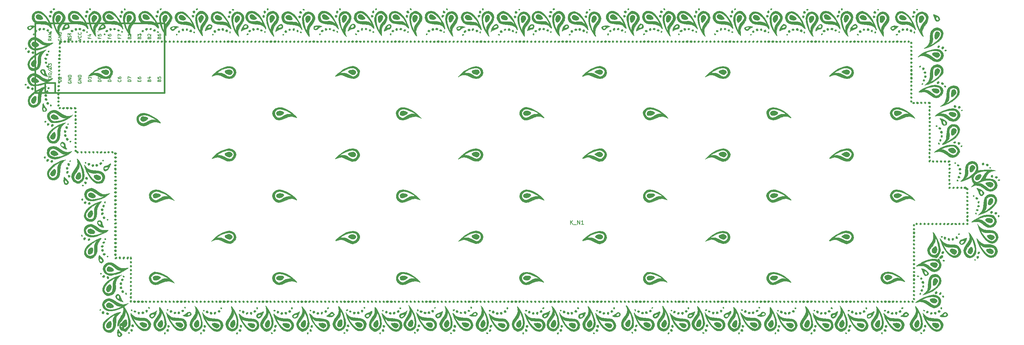
<source format=gbr>
G04 #@! TF.GenerationSoftware,KiCad,Pcbnew,(5.1.9-0-10_14)*
G04 #@! TF.CreationDate,2021-07-01T09:13:36-05:00*
G04 #@! TF.ProjectId,keyboard,6b657962-6f61-4726-942e-6b696361645f,rev?*
G04 #@! TF.SameCoordinates,Original*
G04 #@! TF.FileFunction,Legend,Top*
G04 #@! TF.FilePolarity,Positive*
%FSLAX46Y46*%
G04 Gerber Fmt 4.6, Leading zero omitted, Abs format (unit mm)*
G04 Created by KiCad (PCBNEW (5.1.9-0-10_14)) date 2021-07-01 09:13:36*
%MOMM*%
%LPD*%
G01*
G04 APERTURE LIST*
%ADD10C,0.010000*%
%ADD11C,0.381000*%
%ADD12C,0.150000*%
G04 APERTURE END LIST*
D10*
G36*
X45618283Y-98788366D02*
G01*
X45736683Y-99068677D01*
X46023176Y-99395866D01*
X46038813Y-99409637D01*
X46360469Y-99736738D01*
X46446149Y-100018140D01*
X46357240Y-100352492D01*
X46128091Y-100553870D01*
X45762532Y-100613737D01*
X45435631Y-100517716D01*
X45356279Y-100434684D01*
X45270831Y-100108688D01*
X45261990Y-99854962D01*
X45478132Y-99854962D01*
X45533093Y-100110515D01*
X45720305Y-100372988D01*
X45945794Y-100345630D01*
X46093298Y-100057431D01*
X46007862Y-99766070D01*
X45875778Y-99672113D01*
X45566001Y-99637128D01*
X45478132Y-99854962D01*
X45261990Y-99854962D01*
X45253959Y-99624487D01*
X45298495Y-99129944D01*
X45397269Y-98772920D01*
X45439851Y-98711172D01*
X45589076Y-98644163D01*
X45618283Y-98788366D01*
G37*
X45618283Y-98788366D02*
X45736683Y-99068677D01*
X46023176Y-99395866D01*
X46038813Y-99409637D01*
X46360469Y-99736738D01*
X46446149Y-100018140D01*
X46357240Y-100352492D01*
X46128091Y-100553870D01*
X45762532Y-100613737D01*
X45435631Y-100517716D01*
X45356279Y-100434684D01*
X45270831Y-100108688D01*
X45261990Y-99854962D01*
X45478132Y-99854962D01*
X45533093Y-100110515D01*
X45720305Y-100372988D01*
X45945794Y-100345630D01*
X46093298Y-100057431D01*
X46007862Y-99766070D01*
X45875778Y-99672113D01*
X45566001Y-99637128D01*
X45478132Y-99854962D01*
X45261990Y-99854962D01*
X45253959Y-99624487D01*
X45298495Y-99129944D01*
X45397269Y-98772920D01*
X45439851Y-98711172D01*
X45589076Y-98644163D01*
X45618283Y-98788366D01*
G36*
X57542352Y-99577329D02*
G01*
X57561329Y-99693402D01*
X57470500Y-99917253D01*
X57393118Y-99945720D01*
X57243883Y-99809476D01*
X57224906Y-99693402D01*
X57315735Y-99469551D01*
X57393118Y-99441084D01*
X57542352Y-99577329D01*
G37*
X57542352Y-99577329D02*
X57561329Y-99693402D01*
X57470500Y-99917253D01*
X57393118Y-99945720D01*
X57243883Y-99809476D01*
X57224906Y-99693402D01*
X57315735Y-99469551D01*
X57393118Y-99441084D01*
X57542352Y-99577329D01*
G36*
X66794007Y-99577329D02*
G01*
X66812985Y-99693402D01*
X66722155Y-99917253D01*
X66644773Y-99945720D01*
X66495539Y-99809476D01*
X66476561Y-99693402D01*
X66567391Y-99469551D01*
X66644773Y-99441084D01*
X66794007Y-99577329D01*
G37*
X66794007Y-99577329D02*
X66812985Y-99693402D01*
X66722155Y-99917253D01*
X66644773Y-99945720D01*
X66495539Y-99809476D01*
X66476561Y-99693402D01*
X66567391Y-99469551D01*
X66644773Y-99441084D01*
X66794007Y-99577329D01*
G36*
X76046832Y-99577478D02*
G01*
X76064641Y-99693402D01*
X75961336Y-99925390D01*
X75729093Y-99883822D01*
X75676719Y-99838152D01*
X75642700Y-99628467D01*
X75813192Y-99458451D01*
X75906356Y-99441084D01*
X76046832Y-99577478D01*
G37*
X76046832Y-99577478D02*
X76064641Y-99693402D01*
X75961336Y-99925390D01*
X75729093Y-99883822D01*
X75676719Y-99838152D01*
X75642700Y-99628467D01*
X75813192Y-99458451D01*
X75906356Y-99441084D01*
X76046832Y-99577478D01*
G36*
X84829121Y-99559472D02*
G01*
X84911922Y-99770263D01*
X84837940Y-99845372D01*
X84610092Y-99830500D01*
X84554122Y-99769061D01*
X84514889Y-99530257D01*
X84677608Y-99465940D01*
X84829121Y-99559472D01*
G37*
X84829121Y-99559472D02*
X84911922Y-99770263D01*
X84837940Y-99845372D01*
X84610092Y-99830500D01*
X84554122Y-99769061D01*
X84514889Y-99530257D01*
X84677608Y-99465940D01*
X84829121Y-99559472D01*
G36*
X94044338Y-99577329D02*
G01*
X94063316Y-99693402D01*
X93972487Y-99917253D01*
X93895104Y-99945720D01*
X93745870Y-99809476D01*
X93726892Y-99693402D01*
X93817722Y-99469551D01*
X93895104Y-99441084D01*
X94044338Y-99577329D01*
G37*
X94044338Y-99577329D02*
X94063316Y-99693402D01*
X93972487Y-99917253D01*
X93895104Y-99945720D01*
X93745870Y-99809476D01*
X93726892Y-99693402D01*
X93817722Y-99469551D01*
X93895104Y-99441084D01*
X94044338Y-99577329D01*
G36*
X112547650Y-99577329D02*
G01*
X112566628Y-99693402D01*
X112475798Y-99917253D01*
X112398416Y-99945720D01*
X112249181Y-99809476D01*
X112230204Y-99693402D01*
X112321033Y-99469551D01*
X112398416Y-99441084D01*
X112547650Y-99577329D01*
G37*
X112547650Y-99577329D02*
X112566628Y-99693402D01*
X112475798Y-99917253D01*
X112398416Y-99945720D01*
X112249181Y-99809476D01*
X112230204Y-99693402D01*
X112321033Y-99469551D01*
X112398416Y-99441084D01*
X112547650Y-99577329D01*
G36*
X130602649Y-99550855D02*
G01*
X130640530Y-99594929D01*
X130623744Y-99814854D01*
X130579670Y-99852735D01*
X130359745Y-99835949D01*
X130321864Y-99791875D01*
X130338650Y-99571951D01*
X130382724Y-99534070D01*
X130602649Y-99550855D01*
G37*
X130602649Y-99550855D02*
X130640530Y-99594929D01*
X130623744Y-99814854D01*
X130579670Y-99852735D01*
X130359745Y-99835949D01*
X130321864Y-99791875D01*
X130338650Y-99571951D01*
X130382724Y-99534070D01*
X130602649Y-99550855D01*
G36*
X139834419Y-99559472D02*
G01*
X139917220Y-99770263D01*
X139843238Y-99845372D01*
X139615390Y-99830500D01*
X139559420Y-99769061D01*
X139520187Y-99530257D01*
X139682906Y-99465940D01*
X139834419Y-99559472D01*
G37*
X139834419Y-99559472D02*
X139917220Y-99770263D01*
X139843238Y-99845372D01*
X139615390Y-99830500D01*
X139559420Y-99769061D01*
X139520187Y-99530257D01*
X139682906Y-99465940D01*
X139834419Y-99559472D01*
G36*
X149049636Y-99577329D02*
G01*
X149068614Y-99693402D01*
X148977785Y-99917253D01*
X148900402Y-99945720D01*
X148751168Y-99809476D01*
X148732190Y-99693402D01*
X148823020Y-99469551D01*
X148900402Y-99441084D01*
X149049636Y-99577329D01*
G37*
X149049636Y-99577329D02*
X149068614Y-99693402D01*
X148977785Y-99917253D01*
X148900402Y-99945720D01*
X148751168Y-99809476D01*
X148732190Y-99693402D01*
X148823020Y-99469551D01*
X148900402Y-99441084D01*
X149049636Y-99577329D01*
G36*
X157966037Y-99577478D02*
G01*
X157983846Y-99693402D01*
X157880542Y-99925390D01*
X157648299Y-99883822D01*
X157595925Y-99838152D01*
X157561906Y-99628467D01*
X157732397Y-99458451D01*
X157825561Y-99441084D01*
X157966037Y-99577478D01*
G37*
X157966037Y-99577478D02*
X157983846Y-99693402D01*
X157880542Y-99925390D01*
X157648299Y-99883822D01*
X157595925Y-99838152D01*
X157561906Y-99628467D01*
X157732397Y-99458451D01*
X157825561Y-99441084D01*
X157966037Y-99577478D01*
G36*
X167104636Y-99550855D02*
G01*
X167142516Y-99594929D01*
X167125731Y-99814854D01*
X167081657Y-99852735D01*
X166861732Y-99835949D01*
X166823851Y-99791875D01*
X166840637Y-99571951D01*
X166884711Y-99534070D01*
X167104636Y-99550855D01*
G37*
X167104636Y-99550855D02*
X167142516Y-99594929D01*
X167125731Y-99814854D01*
X167081657Y-99852735D01*
X166861732Y-99835949D01*
X166823851Y-99791875D01*
X166840637Y-99571951D01*
X166884711Y-99534070D01*
X167104636Y-99550855D01*
G36*
X186225640Y-99577478D02*
G01*
X186243449Y-99693402D01*
X186140144Y-99925390D01*
X185907901Y-99883822D01*
X185855527Y-99838152D01*
X185821508Y-99628467D01*
X185992000Y-99458451D01*
X186085164Y-99441084D01*
X186225640Y-99577478D01*
G37*
X186225640Y-99577478D02*
X186243449Y-99693402D01*
X186140144Y-99925390D01*
X185907901Y-99883822D01*
X185855527Y-99838152D01*
X185821508Y-99628467D01*
X185992000Y-99458451D01*
X186085164Y-99441084D01*
X186225640Y-99577478D01*
G36*
X204223146Y-99577329D02*
G01*
X204242124Y-99693402D01*
X204151295Y-99917253D01*
X204073912Y-99945720D01*
X203924678Y-99809476D01*
X203905700Y-99693402D01*
X203996530Y-99469551D01*
X204073912Y-99441084D01*
X204223146Y-99577329D01*
G37*
X204223146Y-99577329D02*
X204242124Y-99693402D01*
X204151295Y-99917253D01*
X204073912Y-99945720D01*
X203924678Y-99809476D01*
X203905700Y-99693402D01*
X203996530Y-99469551D01*
X204073912Y-99441084D01*
X204223146Y-99577329D01*
G36*
X213474802Y-99577329D02*
G01*
X213493780Y-99693402D01*
X213402950Y-99917253D01*
X213325568Y-99945720D01*
X213176334Y-99809476D01*
X213157356Y-99693402D01*
X213248186Y-99469551D01*
X213325568Y-99441084D01*
X213474802Y-99577329D01*
G37*
X213474802Y-99577329D02*
X213493780Y-99693402D01*
X213402950Y-99917253D01*
X213325568Y-99945720D01*
X213176334Y-99809476D01*
X213157356Y-99693402D01*
X213248186Y-99469551D01*
X213325568Y-99441084D01*
X213474802Y-99577329D01*
G36*
X222727627Y-99577478D02*
G01*
X222745435Y-99693402D01*
X222642131Y-99925390D01*
X222409888Y-99883822D01*
X222357514Y-99838152D01*
X222323495Y-99628467D01*
X222493986Y-99458451D01*
X222587151Y-99441084D01*
X222727627Y-99577478D01*
G37*
X222727627Y-99577478D02*
X222745435Y-99693402D01*
X222642131Y-99925390D01*
X222409888Y-99883822D01*
X222357514Y-99838152D01*
X222323495Y-99628467D01*
X222493986Y-99458451D01*
X222587151Y-99441084D01*
X222727627Y-99577478D01*
G36*
X231509916Y-99559472D02*
G01*
X231592717Y-99770263D01*
X231518735Y-99845372D01*
X231290886Y-99830500D01*
X231234917Y-99769061D01*
X231195684Y-99530257D01*
X231358403Y-99465940D01*
X231509916Y-99559472D01*
G37*
X231509916Y-99559472D02*
X231592717Y-99770263D01*
X231518735Y-99845372D01*
X231290886Y-99830500D01*
X231234917Y-99769061D01*
X231195684Y-99530257D01*
X231358403Y-99465940D01*
X231509916Y-99559472D01*
G36*
X240725133Y-99577329D02*
G01*
X240744111Y-99693402D01*
X240653281Y-99917253D01*
X240575899Y-99945720D01*
X240426665Y-99809476D01*
X240407687Y-99693402D01*
X240498517Y-99469551D01*
X240575899Y-99441084D01*
X240725133Y-99577329D01*
G37*
X240725133Y-99577329D02*
X240744111Y-99693402D01*
X240653281Y-99917253D01*
X240575899Y-99945720D01*
X240426665Y-99809476D01*
X240407687Y-99693402D01*
X240498517Y-99469551D01*
X240575899Y-99441084D01*
X240725133Y-99577329D01*
G36*
X250686074Y-99559472D02*
G01*
X250768876Y-99770263D01*
X250694894Y-99845372D01*
X250467045Y-99830500D01*
X250411076Y-99769061D01*
X250371843Y-99530257D01*
X250534562Y-99465940D01*
X250686074Y-99559472D01*
G37*
X250686074Y-99559472D02*
X250768876Y-99770263D01*
X250694894Y-99845372D01*
X250467045Y-99830500D01*
X250411076Y-99769061D01*
X250371843Y-99530257D01*
X250534562Y-99465940D01*
X250686074Y-99559472D01*
G36*
X48422802Y-99546809D02*
G01*
X48445645Y-99596680D01*
X48364446Y-99750063D01*
X48225568Y-99777508D01*
X48016216Y-99692158D01*
X48005491Y-99596680D01*
X48179150Y-99422890D01*
X48225568Y-99415853D01*
X48422802Y-99546809D01*
G37*
X48422802Y-99546809D02*
X48445645Y-99596680D01*
X48364446Y-99750063D01*
X48225568Y-99777508D01*
X48016216Y-99692158D01*
X48005491Y-99596680D01*
X48179150Y-99422890D01*
X48225568Y-99415853D01*
X48422802Y-99546809D01*
G36*
X103428100Y-99546809D02*
G01*
X103450943Y-99596680D01*
X103369744Y-99750063D01*
X103230866Y-99777508D01*
X103021514Y-99692158D01*
X103010789Y-99596680D01*
X103184448Y-99422890D01*
X103230866Y-99415853D01*
X103428100Y-99546809D01*
G37*
X103428100Y-99546809D02*
X103450943Y-99596680D01*
X103369744Y-99750063D01*
X103230866Y-99777508D01*
X103021514Y-99692158D01*
X103010789Y-99596680D01*
X103184448Y-99422890D01*
X103230866Y-99415853D01*
X103428100Y-99546809D01*
G36*
X121374291Y-99389587D02*
G01*
X121478432Y-99621216D01*
X121370719Y-99771662D01*
X121323575Y-99777508D01*
X121094137Y-99655896D01*
X121068513Y-99620919D01*
X121076552Y-99421249D01*
X121254383Y-99334334D01*
X121374291Y-99389587D01*
G37*
X121374291Y-99389587D02*
X121478432Y-99621216D01*
X121370719Y-99771662D01*
X121323575Y-99777508D01*
X121094137Y-99655896D01*
X121068513Y-99620919D01*
X121076552Y-99421249D01*
X121254383Y-99334334D01*
X121374291Y-99389587D01*
G36*
X176823581Y-99356978D02*
G01*
X176985377Y-99572030D01*
X176991793Y-99619224D01*
X176863491Y-99772978D01*
X176823581Y-99777508D01*
X176675956Y-99640590D01*
X176655369Y-99515263D01*
X176736917Y-99341154D01*
X176823581Y-99356978D01*
G37*
X176823581Y-99356978D02*
X176985377Y-99572030D01*
X176991793Y-99619224D01*
X176863491Y-99772978D01*
X176823581Y-99777508D01*
X176675956Y-99640590D01*
X176655369Y-99515263D01*
X176736917Y-99341154D01*
X176823581Y-99356978D01*
G36*
X195103597Y-99546809D02*
G01*
X195126440Y-99596680D01*
X195045241Y-99750063D01*
X194906363Y-99777508D01*
X194697011Y-99692158D01*
X194686285Y-99596680D01*
X194859944Y-99422890D01*
X194906363Y-99415853D01*
X195103597Y-99546809D01*
G37*
X195103597Y-99546809D02*
X195126440Y-99596680D01*
X195045241Y-99750063D01*
X194906363Y-99777508D01*
X194697011Y-99692158D01*
X194686285Y-99596680D01*
X194859944Y-99422890D01*
X194906363Y-99415853D01*
X195103597Y-99546809D01*
G36*
X46131489Y-94297997D02*
G01*
X45985895Y-94484960D01*
X45617977Y-94860089D01*
X45616208Y-94861858D01*
X45255731Y-95241631D01*
X45054910Y-95552144D01*
X44967146Y-95917705D01*
X44945839Y-96462620D01*
X44945435Y-96651201D01*
X44852238Y-97699917D01*
X44587915Y-98533601D01*
X44175369Y-99128209D01*
X43637502Y-99459694D01*
X42997218Y-99504010D01*
X42413152Y-99309861D01*
X41890444Y-98874376D01*
X41582350Y-98249246D01*
X41542352Y-97628748D01*
X42002437Y-97628748D01*
X42002791Y-98098741D01*
X42308226Y-98617460D01*
X42763780Y-98896185D01*
X43280600Y-98916371D01*
X43769832Y-98659476D01*
X43919586Y-98498789D01*
X44114508Y-98191464D01*
X44196433Y-97845146D01*
X44185514Y-97338807D01*
X44159199Y-97059897D01*
X44116301Y-96454117D01*
X44159218Y-96050910D01*
X44310299Y-95722468D01*
X44420923Y-95563120D01*
X44640739Y-95219812D01*
X44627435Y-95096218D01*
X44376071Y-95193593D01*
X43881706Y-95513194D01*
X43479743Y-95802309D01*
X42770584Y-96415695D01*
X42266872Y-97042043D01*
X42002437Y-97628748D01*
X41542352Y-97628748D01*
X41536427Y-97536836D01*
X41550359Y-97452597D01*
X41780949Y-96963084D01*
X42261613Y-96403875D01*
X42927259Y-95822969D01*
X43712798Y-95268368D01*
X44553139Y-94788072D01*
X45383192Y-94430080D01*
X45826473Y-94299219D01*
X46072452Y-94251863D01*
X46131489Y-94297997D01*
G37*
X46131489Y-94297997D02*
X45985895Y-94484960D01*
X45617977Y-94860089D01*
X45616208Y-94861858D01*
X45255731Y-95241631D01*
X45054910Y-95552144D01*
X44967146Y-95917705D01*
X44945839Y-96462620D01*
X44945435Y-96651201D01*
X44852238Y-97699917D01*
X44587915Y-98533601D01*
X44175369Y-99128209D01*
X43637502Y-99459694D01*
X42997218Y-99504010D01*
X42413152Y-99309861D01*
X41890444Y-98874376D01*
X41582350Y-98249246D01*
X41542352Y-97628748D01*
X42002437Y-97628748D01*
X42002791Y-98098741D01*
X42308226Y-98617460D01*
X42763780Y-98896185D01*
X43280600Y-98916371D01*
X43769832Y-98659476D01*
X43919586Y-98498789D01*
X44114508Y-98191464D01*
X44196433Y-97845146D01*
X44185514Y-97338807D01*
X44159199Y-97059897D01*
X44116301Y-96454117D01*
X44159218Y-96050910D01*
X44310299Y-95722468D01*
X44420923Y-95563120D01*
X44640739Y-95219812D01*
X44627435Y-95096218D01*
X44376071Y-95193593D01*
X43881706Y-95513194D01*
X43479743Y-95802309D01*
X42770584Y-96415695D01*
X42266872Y-97042043D01*
X42002437Y-97628748D01*
X41542352Y-97628748D01*
X41536427Y-97536836D01*
X41550359Y-97452597D01*
X41780949Y-96963084D01*
X42261613Y-96403875D01*
X42927259Y-95822969D01*
X43712798Y-95268368D01*
X44553139Y-94788072D01*
X45383192Y-94430080D01*
X45826473Y-94299219D01*
X46072452Y-94251863D01*
X46131489Y-94297997D01*
G36*
X44004519Y-91012307D02*
G01*
X44872189Y-91534679D01*
X45060650Y-91680972D01*
X45892183Y-92171944D01*
X46752487Y-92347131D01*
X47499796Y-92233210D01*
X48057356Y-92049746D01*
X46979710Y-92911804D01*
X47401796Y-93549620D01*
X47744450Y-94169981D01*
X48078636Y-94947178D01*
X48364971Y-95768414D01*
X48564070Y-96520893D01*
X48636589Y-97086118D01*
X48576438Y-97597690D01*
X48434584Y-98017053D01*
X48429872Y-98025290D01*
X48193924Y-98385384D01*
X47903808Y-98772627D01*
X47634950Y-99092850D01*
X47462779Y-99251881D01*
X47444405Y-99255654D01*
X47256569Y-99209020D01*
X46879574Y-99118574D01*
X46838856Y-99108899D01*
X46201799Y-98869822D01*
X45861987Y-98513890D01*
X45786495Y-98147840D01*
X45835817Y-97804586D01*
X46006230Y-97804586D01*
X46106797Y-97991697D01*
X46121382Y-98009431D01*
X46349134Y-98158880D01*
X46537817Y-98132890D01*
X46559994Y-97960296D01*
X46536265Y-97915554D01*
X46301614Y-97774905D01*
X46176501Y-97758965D01*
X46006230Y-97804586D01*
X45835817Y-97804586D01*
X45846768Y-97728379D01*
X45992568Y-97363614D01*
X46171367Y-97159744D01*
X46274973Y-97160238D01*
X46433617Y-97091032D01*
X46594622Y-96838904D01*
X46869543Y-96452579D01*
X47125445Y-96248668D01*
X47389782Y-96160059D01*
X47554402Y-96308844D01*
X47645363Y-96519829D01*
X47754085Y-97099584D01*
X47656640Y-97610380D01*
X47381017Y-97954412D01*
X47214095Y-98026866D01*
X46925782Y-98187738D01*
X46909068Y-98363132D01*
X47074341Y-98573044D01*
X47335630Y-98516068D01*
X47732814Y-98182834D01*
X47750182Y-98165537D01*
X47982452Y-97903357D01*
X48102511Y-97637860D01*
X48134394Y-97261457D01*
X48102134Y-96666554D01*
X48097757Y-96609577D01*
X47995853Y-95882071D01*
X47822297Y-95161784D01*
X47667505Y-94731151D01*
X47324166Y-93974197D01*
X47312284Y-94619546D01*
X47164529Y-95312214D01*
X46767251Y-96007294D01*
X46453879Y-96418767D01*
X46214280Y-96688355D01*
X46128195Y-96749694D01*
X46008347Y-96891192D01*
X45846035Y-97241147D01*
X45809399Y-97338435D01*
X45633018Y-97721102D01*
X45467353Y-97919466D01*
X45439183Y-97927177D01*
X45299059Y-97788759D01*
X45277645Y-97437703D01*
X45360457Y-96970307D01*
X45533015Y-96482868D01*
X45702389Y-96176955D01*
X45958445Y-95767921D01*
X46107477Y-95468489D01*
X46122919Y-95404887D01*
X46245884Y-95187674D01*
X46333184Y-95117986D01*
X46576642Y-94812076D01*
X46767336Y-94319024D01*
X46858198Y-93788062D01*
X46843027Y-93501419D01*
X46762868Y-93082094D01*
X45812099Y-93504353D01*
X44774292Y-93868608D01*
X43796656Y-94030629D01*
X42930871Y-93994180D01*
X42228617Y-93763022D01*
X41741575Y-93340918D01*
X41657370Y-93201903D01*
X41437290Y-92478488D01*
X41446942Y-92415215D01*
X41917621Y-92415215D01*
X42044530Y-92796227D01*
X42353623Y-93211402D01*
X42737448Y-93523753D01*
X42818732Y-93563996D01*
X43315292Y-93652291D01*
X44024386Y-93617005D01*
X44849774Y-93468118D01*
X45490146Y-93286945D01*
X45970228Y-93105354D01*
X46302930Y-92937255D01*
X46381995Y-92869885D01*
X46343495Y-92787067D01*
X46215385Y-92816781D01*
X45738395Y-92851061D01*
X45147442Y-92617516D01*
X44416087Y-92105228D01*
X44338459Y-92041759D01*
X43845022Y-91683425D01*
X43393641Y-91438705D01*
X43132595Y-91366912D01*
X42756371Y-91484507D01*
X42350528Y-91769868D01*
X42032284Y-92121855D01*
X41917621Y-92415215D01*
X41446942Y-92415215D01*
X41537078Y-91824398D01*
X41941454Y-91279716D01*
X42524300Y-90928047D01*
X43223906Y-90810696D01*
X44004519Y-91012307D01*
G37*
X44004519Y-91012307D02*
X44872189Y-91534679D01*
X45060650Y-91680972D01*
X45892183Y-92171944D01*
X46752487Y-92347131D01*
X47499796Y-92233210D01*
X48057356Y-92049746D01*
X46979710Y-92911804D01*
X47401796Y-93549620D01*
X47744450Y-94169981D01*
X48078636Y-94947178D01*
X48364971Y-95768414D01*
X48564070Y-96520893D01*
X48636589Y-97086118D01*
X48576438Y-97597690D01*
X48434584Y-98017053D01*
X48429872Y-98025290D01*
X48193924Y-98385384D01*
X47903808Y-98772627D01*
X47634950Y-99092850D01*
X47462779Y-99251881D01*
X47444405Y-99255654D01*
X47256569Y-99209020D01*
X46879574Y-99118574D01*
X46838856Y-99108899D01*
X46201799Y-98869822D01*
X45861987Y-98513890D01*
X45786495Y-98147840D01*
X45835817Y-97804586D01*
X46006230Y-97804586D01*
X46106797Y-97991697D01*
X46121382Y-98009431D01*
X46349134Y-98158880D01*
X46537817Y-98132890D01*
X46559994Y-97960296D01*
X46536265Y-97915554D01*
X46301614Y-97774905D01*
X46176501Y-97758965D01*
X46006230Y-97804586D01*
X45835817Y-97804586D01*
X45846768Y-97728379D01*
X45992568Y-97363614D01*
X46171367Y-97159744D01*
X46274973Y-97160238D01*
X46433617Y-97091032D01*
X46594622Y-96838904D01*
X46869543Y-96452579D01*
X47125445Y-96248668D01*
X47389782Y-96160059D01*
X47554402Y-96308844D01*
X47645363Y-96519829D01*
X47754085Y-97099584D01*
X47656640Y-97610380D01*
X47381017Y-97954412D01*
X47214095Y-98026866D01*
X46925782Y-98187738D01*
X46909068Y-98363132D01*
X47074341Y-98573044D01*
X47335630Y-98516068D01*
X47732814Y-98182834D01*
X47750182Y-98165537D01*
X47982452Y-97903357D01*
X48102511Y-97637860D01*
X48134394Y-97261457D01*
X48102134Y-96666554D01*
X48097757Y-96609577D01*
X47995853Y-95882071D01*
X47822297Y-95161784D01*
X47667505Y-94731151D01*
X47324166Y-93974197D01*
X47312284Y-94619546D01*
X47164529Y-95312214D01*
X46767251Y-96007294D01*
X46453879Y-96418767D01*
X46214280Y-96688355D01*
X46128195Y-96749694D01*
X46008347Y-96891192D01*
X45846035Y-97241147D01*
X45809399Y-97338435D01*
X45633018Y-97721102D01*
X45467353Y-97919466D01*
X45439183Y-97927177D01*
X45299059Y-97788759D01*
X45277645Y-97437703D01*
X45360457Y-96970307D01*
X45533015Y-96482868D01*
X45702389Y-96176955D01*
X45958445Y-95767921D01*
X46107477Y-95468489D01*
X46122919Y-95404887D01*
X46245884Y-95187674D01*
X46333184Y-95117986D01*
X46576642Y-94812076D01*
X46767336Y-94319024D01*
X46858198Y-93788062D01*
X46843027Y-93501419D01*
X46762868Y-93082094D01*
X45812099Y-93504353D01*
X44774292Y-93868608D01*
X43796656Y-94030629D01*
X42930871Y-93994180D01*
X42228617Y-93763022D01*
X41741575Y-93340918D01*
X41657370Y-93201903D01*
X41437290Y-92478488D01*
X41446942Y-92415215D01*
X41917621Y-92415215D01*
X42044530Y-92796227D01*
X42353623Y-93211402D01*
X42737448Y-93523753D01*
X42818732Y-93563996D01*
X43315292Y-93652291D01*
X44024386Y-93617005D01*
X44849774Y-93468118D01*
X45490146Y-93286945D01*
X45970228Y-93105354D01*
X46302930Y-92937255D01*
X46381995Y-92869885D01*
X46343495Y-92787067D01*
X46215385Y-92816781D01*
X45738395Y-92851061D01*
X45147442Y-92617516D01*
X44416087Y-92105228D01*
X44338459Y-92041759D01*
X43845022Y-91683425D01*
X43393641Y-91438705D01*
X43132595Y-91366912D01*
X42756371Y-91484507D01*
X42350528Y-91769868D01*
X42032284Y-92121855D01*
X41917621Y-92415215D01*
X41446942Y-92415215D01*
X41537078Y-91824398D01*
X41941454Y-91279716D01*
X42524300Y-90928047D01*
X43223906Y-90810696D01*
X44004519Y-91012307D01*
G36*
X49190711Y-98792338D02*
G01*
X49234839Y-98924735D01*
X49118392Y-99175120D01*
X48876956Y-99232082D01*
X48761743Y-99164236D01*
X48640233Y-98895099D01*
X48734894Y-98674977D01*
X48940469Y-98632047D01*
X49190711Y-98792338D01*
G37*
X49190711Y-98792338D02*
X49234839Y-98924735D01*
X49118392Y-99175120D01*
X48876956Y-99232082D01*
X48761743Y-99164236D01*
X48640233Y-98895099D01*
X48734894Y-98674977D01*
X48940469Y-98632047D01*
X49190711Y-98792338D01*
G36*
X56174180Y-93084429D02*
G01*
X56425605Y-93399911D01*
X56738304Y-93941908D01*
X57068678Y-94617276D01*
X57373127Y-95332868D01*
X57608052Y-95995542D01*
X57701428Y-96347197D01*
X57795845Y-97290081D01*
X57722870Y-97789489D01*
X57409937Y-98444689D01*
X56923644Y-98922179D01*
X56339446Y-99174786D01*
X55732798Y-99155336D01*
X55608072Y-99111635D01*
X55091194Y-98738561D01*
X54703881Y-98167023D01*
X54556783Y-97614431D01*
X55083339Y-97614431D01*
X55244586Y-97963133D01*
X55386783Y-98156810D01*
X55852538Y-98529379D01*
X56370947Y-98589328D01*
X56872411Y-98337463D01*
X57062378Y-98137442D01*
X57278281Y-97799661D01*
X57367705Y-97424991D01*
X57357432Y-96880745D01*
X57345373Y-96735395D01*
X57229701Y-96035669D01*
X57031580Y-95331985D01*
X56921123Y-95053276D01*
X56718187Y-94623736D01*
X56615707Y-94476295D01*
X56576439Y-94586102D01*
X56566232Y-94816450D01*
X56407195Y-95347715D01*
X55955547Y-96043310D01*
X55795104Y-96245058D01*
X55341805Y-96834019D01*
X55110148Y-97264268D01*
X55083339Y-97614431D01*
X54556783Y-97614431D01*
X54534975Y-97532508D01*
X54533515Y-97472904D01*
X54564669Y-97047255D01*
X54685491Y-96652546D01*
X54937020Y-96201494D01*
X55360296Y-95606819D01*
X55493701Y-95430796D01*
X55832913Y-94951972D01*
X55996816Y-94574167D01*
X56032516Y-94145986D01*
X56009606Y-93772776D01*
X55979710Y-93269375D01*
X56008589Y-93042934D01*
X56109729Y-93037048D01*
X56174180Y-93084429D01*
G37*
X56174180Y-93084429D02*
X56425605Y-93399911D01*
X56738304Y-93941908D01*
X57068678Y-94617276D01*
X57373127Y-95332868D01*
X57608052Y-95995542D01*
X57701428Y-96347197D01*
X57795845Y-97290081D01*
X57722870Y-97789489D01*
X57409937Y-98444689D01*
X56923644Y-98922179D01*
X56339446Y-99174786D01*
X55732798Y-99155336D01*
X55608072Y-99111635D01*
X55091194Y-98738561D01*
X54703881Y-98167023D01*
X54556783Y-97614431D01*
X55083339Y-97614431D01*
X55244586Y-97963133D01*
X55386783Y-98156810D01*
X55852538Y-98529379D01*
X56370947Y-98589328D01*
X56872411Y-98337463D01*
X57062378Y-98137442D01*
X57278281Y-97799661D01*
X57367705Y-97424991D01*
X57357432Y-96880745D01*
X57345373Y-96735395D01*
X57229701Y-96035669D01*
X57031580Y-95331985D01*
X56921123Y-95053276D01*
X56718187Y-94623736D01*
X56615707Y-94476295D01*
X56576439Y-94586102D01*
X56566232Y-94816450D01*
X56407195Y-95347715D01*
X55955547Y-96043310D01*
X55795104Y-96245058D01*
X55341805Y-96834019D01*
X55110148Y-97264268D01*
X55083339Y-97614431D01*
X54556783Y-97614431D01*
X54534975Y-97532508D01*
X54533515Y-97472904D01*
X54564669Y-97047255D01*
X54685491Y-96652546D01*
X54937020Y-96201494D01*
X55360296Y-95606819D01*
X55493701Y-95430796D01*
X55832913Y-94951972D01*
X55996816Y-94574167D01*
X56032516Y-94145986D01*
X56009606Y-93772776D01*
X55979710Y-93269375D01*
X56008589Y-93042934D01*
X56109729Y-93037048D01*
X56174180Y-93084429D01*
G36*
X58215371Y-98672508D02*
G01*
X58384922Y-98904070D01*
X58359724Y-99157044D01*
X58159999Y-99272872D01*
X57887981Y-99192202D01*
X57834674Y-99138682D01*
X57827652Y-98896543D01*
X57991592Y-98691985D01*
X58209074Y-98668792D01*
X58215371Y-98672508D01*
G37*
X58215371Y-98672508D02*
X58384922Y-98904070D01*
X58359724Y-99157044D01*
X58159999Y-99272872D01*
X57887981Y-99192202D01*
X57834674Y-99138682D01*
X57827652Y-98896543D01*
X57991592Y-98691985D01*
X58209074Y-98668792D01*
X58215371Y-98672508D01*
G36*
X65278326Y-92960567D02*
G01*
X65340272Y-93017433D01*
X65785295Y-93571133D01*
X66212776Y-94354326D01*
X66579195Y-95261089D01*
X66841031Y-96185496D01*
X66950860Y-96937482D01*
X66974693Y-97553980D01*
X66936281Y-97951287D01*
X66806291Y-98245021D01*
X66555394Y-98550801D01*
X66536326Y-98571544D01*
X65976012Y-99018742D01*
X65391715Y-99210132D01*
X64962654Y-99157999D01*
X64675864Y-98983982D01*
X64302714Y-98681955D01*
X64247753Y-98631674D01*
X63900455Y-98187778D01*
X63786836Y-97648346D01*
X63785952Y-97595142D01*
X64313123Y-97595142D01*
X64510236Y-98084660D01*
X64632783Y-98231883D01*
X65127231Y-98552313D01*
X65670313Y-98569556D01*
X66175441Y-98288475D01*
X66314034Y-98137442D01*
X66529937Y-97799661D01*
X66619360Y-97424991D01*
X66609087Y-96880745D01*
X66597029Y-96735395D01*
X66522520Y-96244129D01*
X66395742Y-95720206D01*
X66240705Y-95226346D01*
X66081420Y-94825268D01*
X65941896Y-94579692D01*
X65846145Y-94552337D01*
X65817887Y-94700156D01*
X65713599Y-95209682D01*
X65411676Y-95764087D01*
X64872756Y-96435091D01*
X64854272Y-96455807D01*
X64426440Y-97063113D01*
X64313123Y-97595142D01*
X63785952Y-97595142D01*
X63785171Y-97548224D01*
X63814059Y-97086661D01*
X63928698Y-96677757D01*
X64171047Y-96228272D01*
X64583063Y-95644965D01*
X64727532Y-95454148D01*
X65167344Y-94663549D01*
X65315094Y-93860190D01*
X65161042Y-93106993D01*
X65108037Y-92995920D01*
X64994422Y-92762526D01*
X65037291Y-92749455D01*
X65278326Y-92960567D01*
G37*
X65278326Y-92960567D02*
X65340272Y-93017433D01*
X65785295Y-93571133D01*
X66212776Y-94354326D01*
X66579195Y-95261089D01*
X66841031Y-96185496D01*
X66950860Y-96937482D01*
X66974693Y-97553980D01*
X66936281Y-97951287D01*
X66806291Y-98245021D01*
X66555394Y-98550801D01*
X66536326Y-98571544D01*
X65976012Y-99018742D01*
X65391715Y-99210132D01*
X64962654Y-99157999D01*
X64675864Y-98983982D01*
X64302714Y-98681955D01*
X64247753Y-98631674D01*
X63900455Y-98187778D01*
X63786836Y-97648346D01*
X63785952Y-97595142D01*
X64313123Y-97595142D01*
X64510236Y-98084660D01*
X64632783Y-98231883D01*
X65127231Y-98552313D01*
X65670313Y-98569556D01*
X66175441Y-98288475D01*
X66314034Y-98137442D01*
X66529937Y-97799661D01*
X66619360Y-97424991D01*
X66609087Y-96880745D01*
X66597029Y-96735395D01*
X66522520Y-96244129D01*
X66395742Y-95720206D01*
X66240705Y-95226346D01*
X66081420Y-94825268D01*
X65941896Y-94579692D01*
X65846145Y-94552337D01*
X65817887Y-94700156D01*
X65713599Y-95209682D01*
X65411676Y-95764087D01*
X64872756Y-96435091D01*
X64854272Y-96455807D01*
X64426440Y-97063113D01*
X64313123Y-97595142D01*
X63785952Y-97595142D01*
X63785171Y-97548224D01*
X63814059Y-97086661D01*
X63928698Y-96677757D01*
X64171047Y-96228272D01*
X64583063Y-95644965D01*
X64727532Y-95454148D01*
X65167344Y-94663549D01*
X65315094Y-93860190D01*
X65161042Y-93106993D01*
X65108037Y-92995920D01*
X64994422Y-92762526D01*
X65037291Y-92749455D01*
X65278326Y-92960567D01*
G36*
X67596375Y-98809774D02*
G01*
X67654045Y-99030482D01*
X67533662Y-99232173D01*
X67279391Y-99254733D01*
X67056245Y-99090004D01*
X67053216Y-98825371D01*
X67115767Y-98734594D01*
X67376415Y-98647666D01*
X67596375Y-98809774D01*
G37*
X67596375Y-98809774D02*
X67654045Y-99030482D01*
X67533662Y-99232173D01*
X67279391Y-99254733D01*
X67056245Y-99090004D01*
X67053216Y-98825371D01*
X67115767Y-98734594D01*
X67376415Y-98647666D01*
X67596375Y-98809774D01*
G36*
X67302508Y-94815257D02*
G01*
X67866790Y-95406867D01*
X68610296Y-95763606D01*
X69576854Y-95904629D01*
X69804476Y-95908634D01*
X70768088Y-95988956D01*
X71470170Y-96241845D01*
X71947946Y-96685188D01*
X72133197Y-97027609D01*
X72278186Y-97726881D01*
X72145216Y-98344435D01*
X71790858Y-98834180D01*
X71271685Y-99150021D01*
X70644269Y-99245869D01*
X69965182Y-99075630D01*
X69756688Y-98963863D01*
X69089449Y-98420580D01*
X68423244Y-97643826D01*
X67822092Y-96730607D01*
X67496048Y-96072631D01*
X67840073Y-96072631D01*
X67962991Y-96359673D01*
X68269611Y-96874573D01*
X68303191Y-96927026D01*
X68938109Y-97763530D01*
X69595832Y-98358558D01*
X70241131Y-98694238D01*
X70838780Y-98752696D01*
X71353552Y-98516060D01*
X71383515Y-98489848D01*
X71641490Y-98049658D01*
X71656317Y-97495175D01*
X71429275Y-96955334D01*
X71260684Y-96765781D01*
X71027947Y-96653396D01*
X70647551Y-96598643D01*
X70035986Y-96581984D01*
X69831261Y-96581482D01*
X69119196Y-96567162D01*
X68655783Y-96512539D01*
X68354026Y-96400112D01*
X68158680Y-96245058D01*
X67904191Y-96029181D01*
X67840073Y-96072631D01*
X67496048Y-96072631D01*
X67350014Y-95777927D01*
X67074274Y-94899363D01*
X66957390Y-94310621D01*
X67302508Y-94815257D01*
G37*
X67302508Y-94815257D02*
X67866790Y-95406867D01*
X68610296Y-95763606D01*
X69576854Y-95904629D01*
X69804476Y-95908634D01*
X70768088Y-95988956D01*
X71470170Y-96241845D01*
X71947946Y-96685188D01*
X72133197Y-97027609D01*
X72278186Y-97726881D01*
X72145216Y-98344435D01*
X71790858Y-98834180D01*
X71271685Y-99150021D01*
X70644269Y-99245869D01*
X69965182Y-99075630D01*
X69756688Y-98963863D01*
X69089449Y-98420580D01*
X68423244Y-97643826D01*
X67822092Y-96730607D01*
X67496048Y-96072631D01*
X67840073Y-96072631D01*
X67962991Y-96359673D01*
X68269611Y-96874573D01*
X68303191Y-96927026D01*
X68938109Y-97763530D01*
X69595832Y-98358558D01*
X70241131Y-98694238D01*
X70838780Y-98752696D01*
X71353552Y-98516060D01*
X71383515Y-98489848D01*
X71641490Y-98049658D01*
X71656317Y-97495175D01*
X71429275Y-96955334D01*
X71260684Y-96765781D01*
X71027947Y-96653396D01*
X70647551Y-96598643D01*
X70035986Y-96581984D01*
X69831261Y-96581482D01*
X69119196Y-96567162D01*
X68655783Y-96512539D01*
X68354026Y-96400112D01*
X68158680Y-96245058D01*
X67904191Y-96029181D01*
X67840073Y-96072631D01*
X67496048Y-96072631D01*
X67350014Y-95777927D01*
X67074274Y-94899363D01*
X66957390Y-94310621D01*
X67302508Y-94815257D01*
G36*
X74482940Y-92904779D02*
G01*
X74583382Y-92994472D01*
X74808351Y-93281359D01*
X75114582Y-93779534D01*
X75444663Y-94393772D01*
X75525453Y-94556921D01*
X75848310Y-95263140D01*
X76035705Y-95820863D01*
X76122931Y-96371468D01*
X76145236Y-97039806D01*
X76133651Y-97698644D01*
X76076926Y-98122955D01*
X75949130Y-98414086D01*
X75728217Y-98669561D01*
X75116471Y-99089628D01*
X74459878Y-99177999D01*
X73913642Y-99023261D01*
X73407887Y-98634564D01*
X73055792Y-98048735D01*
X72949791Y-97533481D01*
X73564908Y-97533481D01*
X73671654Y-97998975D01*
X73877886Y-98263601D01*
X74370639Y-98559347D01*
X74902913Y-98575648D01*
X75369776Y-98320142D01*
X75514074Y-98144501D01*
X75733629Y-97581196D01*
X75799425Y-96924965D01*
X75742176Y-96358235D01*
X75607032Y-95711362D01*
X75423929Y-95085223D01*
X75222800Y-94580697D01*
X75033580Y-94298660D01*
X75016518Y-94286609D01*
X74915507Y-94279367D01*
X74957737Y-94372841D01*
X75023299Y-94782616D01*
X74844561Y-95347448D01*
X74441848Y-96014657D01*
X74207764Y-96316432D01*
X73741443Y-96985433D01*
X73564908Y-97533481D01*
X72949791Y-97533481D01*
X72920839Y-97392752D01*
X72950421Y-97096584D01*
X73103859Y-96721432D01*
X73401465Y-96207614D01*
X73718466Y-95749356D01*
X74202903Y-95039543D01*
X74463388Y-94460007D01*
X74527519Y-93917631D01*
X74430399Y-93347077D01*
X74329570Y-92942284D01*
X74339816Y-92811602D01*
X74482940Y-92904779D01*
G37*
X74482940Y-92904779D02*
X74583382Y-92994472D01*
X74808351Y-93281359D01*
X75114582Y-93779534D01*
X75444663Y-94393772D01*
X75525453Y-94556921D01*
X75848310Y-95263140D01*
X76035705Y-95820863D01*
X76122931Y-96371468D01*
X76145236Y-97039806D01*
X76133651Y-97698644D01*
X76076926Y-98122955D01*
X75949130Y-98414086D01*
X75728217Y-98669561D01*
X75116471Y-99089628D01*
X74459878Y-99177999D01*
X73913642Y-99023261D01*
X73407887Y-98634564D01*
X73055792Y-98048735D01*
X72949791Y-97533481D01*
X73564908Y-97533481D01*
X73671654Y-97998975D01*
X73877886Y-98263601D01*
X74370639Y-98559347D01*
X74902913Y-98575648D01*
X75369776Y-98320142D01*
X75514074Y-98144501D01*
X75733629Y-97581196D01*
X75799425Y-96924965D01*
X75742176Y-96358235D01*
X75607032Y-95711362D01*
X75423929Y-95085223D01*
X75222800Y-94580697D01*
X75033580Y-94298660D01*
X75016518Y-94286609D01*
X74915507Y-94279367D01*
X74957737Y-94372841D01*
X75023299Y-94782616D01*
X74844561Y-95347448D01*
X74441848Y-96014657D01*
X74207764Y-96316432D01*
X73741443Y-96985433D01*
X73564908Y-97533481D01*
X72949791Y-97533481D01*
X72920839Y-97392752D01*
X72950421Y-97096584D01*
X73103859Y-96721432D01*
X73401465Y-96207614D01*
X73718466Y-95749356D01*
X74202903Y-95039543D01*
X74463388Y-94460007D01*
X74527519Y-93917631D01*
X74430399Y-93347077D01*
X74329570Y-92942284D01*
X74339816Y-92811602D01*
X74482940Y-92904779D01*
G36*
X76848030Y-98809774D02*
G01*
X76905700Y-99030482D01*
X76785317Y-99232173D01*
X76531046Y-99254733D01*
X76307900Y-99090004D01*
X76304872Y-98825371D01*
X76367422Y-98734594D01*
X76628070Y-98647666D01*
X76848030Y-98809774D01*
G37*
X76848030Y-98809774D02*
X76905700Y-99030482D01*
X76785317Y-99232173D01*
X76531046Y-99254733D01*
X76307900Y-99090004D01*
X76304872Y-98825371D01*
X76367422Y-98734594D01*
X76628070Y-98647666D01*
X76848030Y-98809774D01*
G36*
X76532020Y-94868645D02*
G01*
X76603762Y-94962181D01*
X77154954Y-95474169D01*
X77912823Y-95783917D01*
X78915271Y-95905603D01*
X79133730Y-95908634D01*
X80104405Y-96006309D01*
X80806818Y-96302907D01*
X81247871Y-96803791D01*
X81434464Y-97514322D01*
X81442073Y-97701959D01*
X81393899Y-98223652D01*
X81186362Y-98594749D01*
X80929880Y-98837390D01*
X80324023Y-99188732D01*
X79673070Y-99232917D01*
X78941719Y-98983811D01*
X78451774Y-98623659D01*
X77904600Y-98033145D01*
X77362788Y-97296269D01*
X76888930Y-96497032D01*
X76779454Y-96255152D01*
X77096384Y-96255152D01*
X77249731Y-96575035D01*
X77549682Y-97018826D01*
X78262147Y-97870963D01*
X78950729Y-98442741D01*
X79593962Y-98724237D01*
X80170381Y-98705529D01*
X80606363Y-98431813D01*
X80860855Y-98031079D01*
X80942786Y-97674859D01*
X80837641Y-97170083D01*
X80502912Y-96830716D01*
X79909664Y-96640080D01*
X79045778Y-96581482D01*
X78184024Y-96539403D01*
X77617436Y-96409782D01*
X77447764Y-96319626D01*
X77161869Y-96166407D01*
X77096384Y-96255152D01*
X76779454Y-96255152D01*
X76579774Y-95813973D01*
X76342270Y-95127851D01*
X76255151Y-94741303D01*
X76318405Y-94654758D01*
X76532020Y-94868645D01*
G37*
X76532020Y-94868645D02*
X76603762Y-94962181D01*
X77154954Y-95474169D01*
X77912823Y-95783917D01*
X78915271Y-95905603D01*
X79133730Y-95908634D01*
X80104405Y-96006309D01*
X80806818Y-96302907D01*
X81247871Y-96803791D01*
X81434464Y-97514322D01*
X81442073Y-97701959D01*
X81393899Y-98223652D01*
X81186362Y-98594749D01*
X80929880Y-98837390D01*
X80324023Y-99188732D01*
X79673070Y-99232917D01*
X78941719Y-98983811D01*
X78451774Y-98623659D01*
X77904600Y-98033145D01*
X77362788Y-97296269D01*
X76888930Y-96497032D01*
X76779454Y-96255152D01*
X77096384Y-96255152D01*
X77249731Y-96575035D01*
X77549682Y-97018826D01*
X78262147Y-97870963D01*
X78950729Y-98442741D01*
X79593962Y-98724237D01*
X80170381Y-98705529D01*
X80606363Y-98431813D01*
X80860855Y-98031079D01*
X80942786Y-97674859D01*
X80837641Y-97170083D01*
X80502912Y-96830716D01*
X79909664Y-96640080D01*
X79045778Y-96581482D01*
X78184024Y-96539403D01*
X77617436Y-96409782D01*
X77447764Y-96319626D01*
X77161869Y-96166407D01*
X77096384Y-96255152D01*
X76779454Y-96255152D01*
X76579774Y-95813973D01*
X76342270Y-95127851D01*
X76255151Y-94741303D01*
X76318405Y-94654758D01*
X76532020Y-94868645D01*
G36*
X83472403Y-93049031D02*
G01*
X83840834Y-93586839D01*
X84239302Y-94319562D01*
X84613850Y-95130033D01*
X84910521Y-95901090D01*
X85075358Y-96515565D01*
X85078730Y-96537114D01*
X85097757Y-97445798D01*
X84882742Y-98220259D01*
X84455128Y-98797785D01*
X84255809Y-98943864D01*
X83741721Y-99203393D01*
X83321738Y-99237202D01*
X82848320Y-99044541D01*
X82662766Y-98935743D01*
X82098489Y-98408890D01*
X81813686Y-97708037D01*
X81796957Y-97513153D01*
X82414641Y-97513153D01*
X82555065Y-98045698D01*
X82914796Y-98414851D01*
X83401519Y-98584005D01*
X83922921Y-98516551D01*
X84307025Y-98263601D01*
X84553071Y-97804317D01*
X84646224Y-97124496D01*
X84587375Y-96302822D01*
X84377412Y-95417978D01*
X84271459Y-95115938D01*
X83899469Y-94142409D01*
X83801338Y-94828932D01*
X83544765Y-95578212D01*
X83058924Y-96301718D01*
X82688048Y-96826572D01*
X82459159Y-97296472D01*
X82414641Y-97513153D01*
X81796957Y-97513153D01*
X81783846Y-97360417D01*
X81900141Y-96946095D01*
X82241869Y-96311111D01*
X82798298Y-95474397D01*
X83051618Y-95124030D01*
X83284558Y-94570119D01*
X83348338Y-93842288D01*
X83249046Y-93133137D01*
X83120898Y-92628502D01*
X83472403Y-93049031D01*
G37*
X83472403Y-93049031D02*
X83840834Y-93586839D01*
X84239302Y-94319562D01*
X84613850Y-95130033D01*
X84910521Y-95901090D01*
X85075358Y-96515565D01*
X85078730Y-96537114D01*
X85097757Y-97445798D01*
X84882742Y-98220259D01*
X84455128Y-98797785D01*
X84255809Y-98943864D01*
X83741721Y-99203393D01*
X83321738Y-99237202D01*
X82848320Y-99044541D01*
X82662766Y-98935743D01*
X82098489Y-98408890D01*
X81813686Y-97708037D01*
X81796957Y-97513153D01*
X82414641Y-97513153D01*
X82555065Y-98045698D01*
X82914796Y-98414851D01*
X83401519Y-98584005D01*
X83922921Y-98516551D01*
X84307025Y-98263601D01*
X84553071Y-97804317D01*
X84646224Y-97124496D01*
X84587375Y-96302822D01*
X84377412Y-95417978D01*
X84271459Y-95115938D01*
X83899469Y-94142409D01*
X83801338Y-94828932D01*
X83544765Y-95578212D01*
X83058924Y-96301718D01*
X82688048Y-96826572D01*
X82459159Y-97296472D01*
X82414641Y-97513153D01*
X81796957Y-97513153D01*
X81783846Y-97360417D01*
X81900141Y-96946095D01*
X82241869Y-96311111D01*
X82798298Y-95474397D01*
X83051618Y-95124030D01*
X83284558Y-94570119D01*
X83348338Y-93842288D01*
X83249046Y-93133137D01*
X83120898Y-92628502D01*
X83472403Y-93049031D01*
G36*
X85719767Y-98828555D02*
G01*
X85736826Y-98934145D01*
X85596290Y-99170370D01*
X85427179Y-99243792D01*
X85192687Y-99209068D01*
X85177165Y-98993777D01*
X85326492Y-98752429D01*
X85554418Y-98692341D01*
X85719767Y-98828555D01*
G37*
X85719767Y-98828555D02*
X85736826Y-98934145D01*
X85596290Y-99170370D01*
X85427179Y-99243792D01*
X85192687Y-99209068D01*
X85177165Y-98993777D01*
X85326492Y-98752429D01*
X85554418Y-98692341D01*
X85719767Y-98828555D01*
G36*
X85475122Y-94934202D02*
G01*
X85512751Y-94981168D01*
X86068597Y-95477972D01*
X86822552Y-95780310D01*
X87818376Y-95903848D01*
X88103212Y-95908634D01*
X88721362Y-95921944D01*
X89123099Y-95988932D01*
X89428178Y-96150184D01*
X89756355Y-96446287D01*
X89790733Y-96480555D01*
X90251658Y-97117221D01*
X90382295Y-97760764D01*
X90181870Y-98388924D01*
X89870958Y-98781176D01*
X89261949Y-99181393D01*
X88576318Y-99260808D01*
X87847036Y-99016692D01*
X87744363Y-98957173D01*
X87082830Y-98404852D01*
X86421092Y-97574339D01*
X85801583Y-96521154D01*
X85656073Y-96224917D01*
X85480674Y-95824528D01*
X85774908Y-95824528D01*
X86076299Y-96413270D01*
X86611523Y-97287040D01*
X87213275Y-97984259D01*
X87839662Y-98478550D01*
X88448787Y-98743537D01*
X88998754Y-98752842D01*
X89414454Y-98514923D01*
X89751797Y-97999856D01*
X89755090Y-97470986D01*
X89564328Y-97107956D01*
X89364788Y-96882743D01*
X89118820Y-96740915D01*
X88739243Y-96655200D01*
X88138874Y-96598328D01*
X87881301Y-96581482D01*
X87108089Y-96511229D01*
X86589656Y-96402583D01*
X86244875Y-96235824D01*
X86151188Y-96160952D01*
X85774908Y-95824528D01*
X85480674Y-95824528D01*
X85354921Y-95537468D01*
X85182927Y-95035841D01*
X85143415Y-94748868D01*
X85239706Y-94705378D01*
X85475122Y-94934202D01*
G37*
X85475122Y-94934202D02*
X85512751Y-94981168D01*
X86068597Y-95477972D01*
X86822552Y-95780310D01*
X87818376Y-95903848D01*
X88103212Y-95908634D01*
X88721362Y-95921944D01*
X89123099Y-95988932D01*
X89428178Y-96150184D01*
X89756355Y-96446287D01*
X89790733Y-96480555D01*
X90251658Y-97117221D01*
X90382295Y-97760764D01*
X90181870Y-98388924D01*
X89870958Y-98781176D01*
X89261949Y-99181393D01*
X88576318Y-99260808D01*
X87847036Y-99016692D01*
X87744363Y-98957173D01*
X87082830Y-98404852D01*
X86421092Y-97574339D01*
X85801583Y-96521154D01*
X85656073Y-96224917D01*
X85480674Y-95824528D01*
X85774908Y-95824528D01*
X86076299Y-96413270D01*
X86611523Y-97287040D01*
X87213275Y-97984259D01*
X87839662Y-98478550D01*
X88448787Y-98743537D01*
X88998754Y-98752842D01*
X89414454Y-98514923D01*
X89751797Y-97999856D01*
X89755090Y-97470986D01*
X89564328Y-97107956D01*
X89364788Y-96882743D01*
X89118820Y-96740915D01*
X88739243Y-96655200D01*
X88138874Y-96598328D01*
X87881301Y-96581482D01*
X87108089Y-96511229D01*
X86589656Y-96402583D01*
X86244875Y-96235824D01*
X86151188Y-96160952D01*
X85774908Y-95824528D01*
X85480674Y-95824528D01*
X85354921Y-95537468D01*
X85182927Y-95035841D01*
X85143415Y-94748868D01*
X85239706Y-94705378D01*
X85475122Y-94934202D01*
G36*
X92892315Y-93370824D02*
G01*
X93358665Y-94074781D01*
X93779430Y-94976657D01*
X94101577Y-95938033D01*
X94272072Y-96820487D01*
X94284512Y-97004543D01*
X94217446Y-97876800D01*
X93932655Y-98514814D01*
X93412284Y-98954959D01*
X93298643Y-99012944D01*
X92862433Y-99201330D01*
X92562429Y-99245451D01*
X92237379Y-99158204D01*
X92110059Y-99108013D01*
X91581104Y-98730707D01*
X91197661Y-98144896D01*
X91036494Y-97471398D01*
X91035777Y-97431856D01*
X91540137Y-97431856D01*
X91685201Y-97890157D01*
X92043439Y-98306064D01*
X92499425Y-98565063D01*
X92717621Y-98600025D01*
X93248701Y-98438363D01*
X93546472Y-98156810D01*
X93823777Y-97578528D01*
X93876050Y-96815642D01*
X93704226Y-95838173D01*
X93627515Y-95560688D01*
X93414736Y-94915374D01*
X93240985Y-94548430D01*
X93118137Y-94474535D01*
X93058068Y-94708364D01*
X93054045Y-94851985D01*
X92962277Y-95286826D01*
X92662484Y-95802887D01*
X92297091Y-96263322D01*
X91915455Y-96749107D01*
X91643450Y-97169173D01*
X91540137Y-97431856D01*
X91035777Y-97431856D01*
X91035502Y-97416747D01*
X91103217Y-96937893D01*
X91337015Y-96431313D01*
X91714102Y-95883471D01*
X92177350Y-95221500D01*
X92440120Y-94689157D01*
X92538530Y-94176896D01*
X92508698Y-93575173D01*
X92499481Y-93501454D01*
X92407982Y-92796714D01*
X92892315Y-93370824D01*
G37*
X92892315Y-93370824D02*
X93358665Y-94074781D01*
X93779430Y-94976657D01*
X94101577Y-95938033D01*
X94272072Y-96820487D01*
X94284512Y-97004543D01*
X94217446Y-97876800D01*
X93932655Y-98514814D01*
X93412284Y-98954959D01*
X93298643Y-99012944D01*
X92862433Y-99201330D01*
X92562429Y-99245451D01*
X92237379Y-99158204D01*
X92110059Y-99108013D01*
X91581104Y-98730707D01*
X91197661Y-98144896D01*
X91036494Y-97471398D01*
X91035777Y-97431856D01*
X91540137Y-97431856D01*
X91685201Y-97890157D01*
X92043439Y-98306064D01*
X92499425Y-98565063D01*
X92717621Y-98600025D01*
X93248701Y-98438363D01*
X93546472Y-98156810D01*
X93823777Y-97578528D01*
X93876050Y-96815642D01*
X93704226Y-95838173D01*
X93627515Y-95560688D01*
X93414736Y-94915374D01*
X93240985Y-94548430D01*
X93118137Y-94474535D01*
X93058068Y-94708364D01*
X93054045Y-94851985D01*
X92962277Y-95286826D01*
X92662484Y-95802887D01*
X92297091Y-96263322D01*
X91915455Y-96749107D01*
X91643450Y-97169173D01*
X91540137Y-97431856D01*
X91035777Y-97431856D01*
X91035502Y-97416747D01*
X91103217Y-96937893D01*
X91337015Y-96431313D01*
X91714102Y-95883471D01*
X92177350Y-95221500D01*
X92440120Y-94689157D01*
X92538530Y-94176896D01*
X92508698Y-93575173D01*
X92499481Y-93501454D01*
X92407982Y-92796714D01*
X92892315Y-93370824D01*
G36*
X94845008Y-98886078D02*
G01*
X94874657Y-98992441D01*
X94802196Y-99232514D01*
X94664392Y-99272872D01*
X94446014Y-99131376D01*
X94399740Y-98922431D01*
X94488365Y-98675811D01*
X94675939Y-98669465D01*
X94845008Y-98886078D01*
G37*
X94845008Y-98886078D02*
X94874657Y-98992441D01*
X94802196Y-99232514D01*
X94664392Y-99272872D01*
X94446014Y-99131376D01*
X94399740Y-98922431D01*
X94488365Y-98675811D01*
X94675939Y-98669465D01*
X94845008Y-98886078D01*
G36*
X94533133Y-94738385D02*
G01*
X94879513Y-95102428D01*
X95210258Y-95443582D01*
X95488163Y-95656182D01*
X95811453Y-95777935D01*
X96278351Y-95846547D01*
X96949952Y-95897224D01*
X97903675Y-96002483D01*
X98584491Y-96187431D01*
X99051928Y-96480106D01*
X99365514Y-96908549D01*
X99439348Y-97069822D01*
X99566938Y-97739385D01*
X99418358Y-98338660D01*
X99053018Y-98821155D01*
X98530328Y-99140375D01*
X97909699Y-99249826D01*
X97250543Y-99103015D01*
X97007020Y-98973327D01*
X96318189Y-98398982D01*
X95640749Y-97586241D01*
X95036073Y-96629399D01*
X94758553Y-96035677D01*
X95107510Y-96035677D01*
X95198278Y-96334025D01*
X95251510Y-96440916D01*
X95794650Y-97299260D01*
X96410521Y-97981436D01*
X97054699Y-98460532D01*
X97682760Y-98709638D01*
X98250279Y-98701840D01*
X98633846Y-98489848D01*
X98879414Y-98066931D01*
X98922488Y-97526122D01*
X98760276Y-97020268D01*
X98663073Y-96889098D01*
X98444349Y-96724206D01*
X98104723Y-96628976D01*
X97562262Y-96587374D01*
X97091131Y-96581482D01*
X96396602Y-96567070D01*
X95950762Y-96511600D01*
X95666643Y-96396716D01*
X95492184Y-96244027D01*
X95213895Y-95998792D01*
X95107510Y-96035677D01*
X94758553Y-96035677D01*
X94565539Y-95622748D01*
X94330647Y-94861521D01*
X94288778Y-94621924D01*
X94341403Y-94574352D01*
X94533133Y-94738385D01*
G37*
X94533133Y-94738385D02*
X94879513Y-95102428D01*
X95210258Y-95443582D01*
X95488163Y-95656182D01*
X95811453Y-95777935D01*
X96278351Y-95846547D01*
X96949952Y-95897224D01*
X97903675Y-96002483D01*
X98584491Y-96187431D01*
X99051928Y-96480106D01*
X99365514Y-96908549D01*
X99439348Y-97069822D01*
X99566938Y-97739385D01*
X99418358Y-98338660D01*
X99053018Y-98821155D01*
X98530328Y-99140375D01*
X97909699Y-99249826D01*
X97250543Y-99103015D01*
X97007020Y-98973327D01*
X96318189Y-98398982D01*
X95640749Y-97586241D01*
X95036073Y-96629399D01*
X94758553Y-96035677D01*
X95107510Y-96035677D01*
X95198278Y-96334025D01*
X95251510Y-96440916D01*
X95794650Y-97299260D01*
X96410521Y-97981436D01*
X97054699Y-98460532D01*
X97682760Y-98709638D01*
X98250279Y-98701840D01*
X98633846Y-98489848D01*
X98879414Y-98066931D01*
X98922488Y-97526122D01*
X98760276Y-97020268D01*
X98663073Y-96889098D01*
X98444349Y-96724206D01*
X98104723Y-96628976D01*
X97562262Y-96587374D01*
X97091131Y-96581482D01*
X96396602Y-96567070D01*
X95950762Y-96511600D01*
X95666643Y-96396716D01*
X95492184Y-96244027D01*
X95213895Y-95998792D01*
X95107510Y-96035677D01*
X94758553Y-96035677D01*
X94565539Y-95622748D01*
X94330647Y-94861521D01*
X94288778Y-94621924D01*
X94341403Y-94574352D01*
X94533133Y-94738385D01*
G36*
X104196009Y-98792338D02*
G01*
X104240137Y-98924735D01*
X104123690Y-99175120D01*
X103882254Y-99232082D01*
X103767041Y-99164236D01*
X103645531Y-98895099D01*
X103740192Y-98674977D01*
X103945767Y-98632047D01*
X104196009Y-98792338D01*
G37*
X104196009Y-98792338D02*
X104240137Y-98924735D01*
X104123690Y-99175120D01*
X103882254Y-99232082D01*
X103767041Y-99164236D01*
X103645531Y-98895099D01*
X103740192Y-98674977D01*
X103945767Y-98632047D01*
X104196009Y-98792338D01*
G36*
X111230599Y-93141886D02*
G01*
X111523066Y-93516025D01*
X111862533Y-94112644D01*
X112202382Y-94831090D01*
X112495989Y-95570708D01*
X112696735Y-96230846D01*
X112727215Y-96373066D01*
X112795706Y-97350952D01*
X112609764Y-98158946D01*
X112181389Y-98767704D01*
X111604409Y-99118748D01*
X111229398Y-99240560D01*
X110948938Y-99229020D01*
X110613370Y-99108013D01*
X110040394Y-98712852D01*
X109683254Y-98127607D01*
X109560794Y-97434911D01*
X109561352Y-97431856D01*
X110043449Y-97431856D01*
X110188512Y-97890157D01*
X110546750Y-98306064D01*
X111002736Y-98565063D01*
X111220932Y-98600025D01*
X111752012Y-98438363D01*
X112049783Y-98156810D01*
X112327089Y-97578528D01*
X112379361Y-96815642D01*
X112207537Y-95838173D01*
X112130826Y-95560688D01*
X111918048Y-94915374D01*
X111744296Y-94548430D01*
X111621448Y-94474535D01*
X111561380Y-94708364D01*
X111557356Y-94851985D01*
X111465589Y-95286826D01*
X111165795Y-95802887D01*
X110800402Y-96263322D01*
X110418766Y-96749107D01*
X110146762Y-97169173D01*
X110043449Y-97431856D01*
X109561352Y-97431856D01*
X109691855Y-96717393D01*
X109956636Y-96227881D01*
X110441201Y-95558058D01*
X110757991Y-95082681D01*
X110939362Y-94725770D01*
X111017670Y-94411347D01*
X111025269Y-94063433D01*
X111006144Y-93763351D01*
X110976777Y-93260619D01*
X111000022Y-93035898D01*
X111096422Y-93032310D01*
X111230599Y-93141886D01*
G37*
X111230599Y-93141886D02*
X111523066Y-93516025D01*
X111862533Y-94112644D01*
X112202382Y-94831090D01*
X112495989Y-95570708D01*
X112696735Y-96230846D01*
X112727215Y-96373066D01*
X112795706Y-97350952D01*
X112609764Y-98158946D01*
X112181389Y-98767704D01*
X111604409Y-99118748D01*
X111229398Y-99240560D01*
X110948938Y-99229020D01*
X110613370Y-99108013D01*
X110040394Y-98712852D01*
X109683254Y-98127607D01*
X109560794Y-97434911D01*
X109561352Y-97431856D01*
X110043449Y-97431856D01*
X110188512Y-97890157D01*
X110546750Y-98306064D01*
X111002736Y-98565063D01*
X111220932Y-98600025D01*
X111752012Y-98438363D01*
X112049783Y-98156810D01*
X112327089Y-97578528D01*
X112379361Y-96815642D01*
X112207537Y-95838173D01*
X112130826Y-95560688D01*
X111918048Y-94915374D01*
X111744296Y-94548430D01*
X111621448Y-94474535D01*
X111561380Y-94708364D01*
X111557356Y-94851985D01*
X111465589Y-95286826D01*
X111165795Y-95802887D01*
X110800402Y-96263322D01*
X110418766Y-96749107D01*
X110146762Y-97169173D01*
X110043449Y-97431856D01*
X109561352Y-97431856D01*
X109691855Y-96717393D01*
X109956636Y-96227881D01*
X110441201Y-95558058D01*
X110757991Y-95082681D01*
X110939362Y-94725770D01*
X111017670Y-94411347D01*
X111025269Y-94063433D01*
X111006144Y-93763351D01*
X110976777Y-93260619D01*
X111000022Y-93035898D01*
X111096422Y-93032310D01*
X111230599Y-93141886D01*
G36*
X113220669Y-98672508D02*
G01*
X113390220Y-98904070D01*
X113365022Y-99157044D01*
X113165297Y-99272872D01*
X112893279Y-99192202D01*
X112839972Y-99138682D01*
X112832950Y-98896543D01*
X112996890Y-98691985D01*
X113214372Y-98668792D01*
X113220669Y-98672508D01*
G37*
X113220669Y-98672508D02*
X113390220Y-98904070D01*
X113365022Y-99157044D01*
X113165297Y-99272872D01*
X112893279Y-99192202D01*
X112839972Y-99138682D01*
X112832950Y-98896543D01*
X112996890Y-98691985D01*
X113214372Y-98668792D01*
X113220669Y-98672508D01*
G36*
X113036444Y-94738385D02*
G01*
X113382824Y-95102428D01*
X113713569Y-95443582D01*
X113991474Y-95656182D01*
X114314764Y-95777935D01*
X114781662Y-95846547D01*
X115453263Y-95897224D01*
X116406986Y-96002483D01*
X117087802Y-96187431D01*
X117555239Y-96480106D01*
X117868825Y-96908549D01*
X117942659Y-97069822D01*
X118070250Y-97739385D01*
X117921669Y-98338660D01*
X117556329Y-98821155D01*
X117033639Y-99140375D01*
X116413011Y-99249826D01*
X115753854Y-99103015D01*
X115510331Y-98973327D01*
X114821501Y-98398982D01*
X114144060Y-97586241D01*
X113539384Y-96629399D01*
X113277718Y-96069594D01*
X113597640Y-96069594D01*
X113677249Y-96301724D01*
X113904072Y-96694555D01*
X114262113Y-97210318D01*
X114472345Y-97485947D01*
X115119103Y-98166026D01*
X115775067Y-98593960D01*
X116397406Y-98753614D01*
X116943290Y-98628852D01*
X117137157Y-98489848D01*
X117382726Y-98066931D01*
X117425799Y-97526122D01*
X117263587Y-97020268D01*
X117166385Y-96889098D01*
X116946904Y-96723826D01*
X116605934Y-96628559D01*
X116061354Y-96587166D01*
X115600090Y-96581482D01*
X114895600Y-96565386D01*
X114434647Y-96504410D01*
X114125338Y-96379524D01*
X113944041Y-96238505D01*
X113681239Y-96035931D01*
X113597640Y-96069594D01*
X113277718Y-96069594D01*
X113068850Y-95622748D01*
X112833958Y-94861521D01*
X112792089Y-94621924D01*
X112844714Y-94574352D01*
X113036444Y-94738385D01*
G37*
X113036444Y-94738385D02*
X113382824Y-95102428D01*
X113713569Y-95443582D01*
X113991474Y-95656182D01*
X114314764Y-95777935D01*
X114781662Y-95846547D01*
X115453263Y-95897224D01*
X116406986Y-96002483D01*
X117087802Y-96187431D01*
X117555239Y-96480106D01*
X117868825Y-96908549D01*
X117942659Y-97069822D01*
X118070250Y-97739385D01*
X117921669Y-98338660D01*
X117556329Y-98821155D01*
X117033639Y-99140375D01*
X116413011Y-99249826D01*
X115753854Y-99103015D01*
X115510331Y-98973327D01*
X114821501Y-98398982D01*
X114144060Y-97586241D01*
X113539384Y-96629399D01*
X113277718Y-96069594D01*
X113597640Y-96069594D01*
X113677249Y-96301724D01*
X113904072Y-96694555D01*
X114262113Y-97210318D01*
X114472345Y-97485947D01*
X115119103Y-98166026D01*
X115775067Y-98593960D01*
X116397406Y-98753614D01*
X116943290Y-98628852D01*
X117137157Y-98489848D01*
X117382726Y-98066931D01*
X117425799Y-97526122D01*
X117263587Y-97020268D01*
X117166385Y-96889098D01*
X116946904Y-96723826D01*
X116605934Y-96628559D01*
X116061354Y-96587166D01*
X115600090Y-96581482D01*
X114895600Y-96565386D01*
X114434647Y-96504410D01*
X114125338Y-96379524D01*
X113944041Y-96238505D01*
X113681239Y-96035931D01*
X113597640Y-96069594D01*
X113277718Y-96069594D01*
X113068850Y-95622748D01*
X112833958Y-94861521D01*
X112792089Y-94621924D01*
X112844714Y-94574352D01*
X113036444Y-94738385D01*
G36*
X122268809Y-98693531D02*
G01*
X122293200Y-98880457D01*
X122133825Y-99165754D01*
X121884741Y-99233853D01*
X121765717Y-99164236D01*
X121646555Y-98875641D01*
X121797097Y-98648766D01*
X121998829Y-98600025D01*
X122268809Y-98693531D01*
G37*
X122268809Y-98693531D02*
X122293200Y-98880457D01*
X122133825Y-99165754D01*
X121884741Y-99233853D01*
X121765717Y-99164236D01*
X121646555Y-98875641D01*
X121797097Y-98648766D01*
X121998829Y-98600025D01*
X122268809Y-98693531D01*
G36*
X129028910Y-92800632D02*
G01*
X129226895Y-93039522D01*
X129490962Y-93429758D01*
X129787661Y-93924333D01*
X130083539Y-94476238D01*
X130179423Y-94671551D01*
X130642049Y-95844282D01*
X130852947Y-96883481D01*
X130813626Y-97765818D01*
X130525599Y-98467962D01*
X129990374Y-98966584D01*
X129897961Y-99017707D01*
X129402991Y-99224590D01*
X129001538Y-99224752D01*
X128520914Y-99017181D01*
X128506822Y-99009555D01*
X128010055Y-98575915D01*
X127657857Y-97960502D01*
X127573151Y-97541543D01*
X128217846Y-97541543D01*
X128320245Y-98055161D01*
X128488725Y-98292409D01*
X128925276Y-98549566D01*
X129461634Y-98564954D01*
X129967682Y-98342400D01*
X130078634Y-98245634D01*
X130271167Y-98004553D01*
X130367021Y-97707988D01*
X130386008Y-97253529D01*
X130363375Y-96773780D01*
X130271915Y-96048317D01*
X130107647Y-95331162D01*
X129958521Y-94905325D01*
X129623316Y-94154333D01*
X129623316Y-94770495D01*
X129562698Y-95213598D01*
X129346742Y-95660223D01*
X128924301Y-96215640D01*
X128916826Y-96224513D01*
X128415185Y-96938677D01*
X128217846Y-97541543D01*
X127573151Y-97541543D01*
X127537488Y-97365156D01*
X127633730Y-97008607D01*
X127882257Y-96516372D01*
X128129502Y-96137266D01*
X128675910Y-95331667D01*
X129008254Y-94684588D01*
X129148041Y-94114370D01*
X129116779Y-93539350D01*
X128964990Y-92964925D01*
X128930458Y-92760098D01*
X129028910Y-92800632D01*
G37*
X129028910Y-92800632D02*
X129226895Y-93039522D01*
X129490962Y-93429758D01*
X129787661Y-93924333D01*
X130083539Y-94476238D01*
X130179423Y-94671551D01*
X130642049Y-95844282D01*
X130852947Y-96883481D01*
X130813626Y-97765818D01*
X130525599Y-98467962D01*
X129990374Y-98966584D01*
X129897961Y-99017707D01*
X129402991Y-99224590D01*
X129001538Y-99224752D01*
X128520914Y-99017181D01*
X128506822Y-99009555D01*
X128010055Y-98575915D01*
X127657857Y-97960502D01*
X127573151Y-97541543D01*
X128217846Y-97541543D01*
X128320245Y-98055161D01*
X128488725Y-98292409D01*
X128925276Y-98549566D01*
X129461634Y-98564954D01*
X129967682Y-98342400D01*
X130078634Y-98245634D01*
X130271167Y-98004553D01*
X130367021Y-97707988D01*
X130386008Y-97253529D01*
X130363375Y-96773780D01*
X130271915Y-96048317D01*
X130107647Y-95331162D01*
X129958521Y-94905325D01*
X129623316Y-94154333D01*
X129623316Y-94770495D01*
X129562698Y-95213598D01*
X129346742Y-95660223D01*
X128924301Y-96215640D01*
X128916826Y-96224513D01*
X128415185Y-96938677D01*
X128217846Y-97541543D01*
X127573151Y-97541543D01*
X127537488Y-97365156D01*
X127633730Y-97008607D01*
X127882257Y-96516372D01*
X128129502Y-96137266D01*
X128675910Y-95331667D01*
X129008254Y-94684588D01*
X129148041Y-94114370D01*
X129116779Y-93539350D01*
X128964990Y-92964925D01*
X128930458Y-92760098D01*
X129028910Y-92800632D01*
G36*
X131475664Y-98823968D02*
G01*
X131542552Y-98978502D01*
X131484038Y-99216935D01*
X131238151Y-99272872D01*
X130962070Y-99187737D01*
X130933749Y-98978502D01*
X131099615Y-98728252D01*
X131238151Y-98684131D01*
X131475664Y-98823968D01*
G37*
X131475664Y-98823968D02*
X131542552Y-98978502D01*
X131484038Y-99216935D01*
X131238151Y-99272872D01*
X130962070Y-99187737D01*
X130933749Y-98978502D01*
X131099615Y-98728252D01*
X131238151Y-98684131D01*
X131475664Y-98823968D01*
G36*
X138478596Y-93049031D02*
G01*
X138723896Y-93405116D01*
X139045176Y-93955691D01*
X139378005Y-94589526D01*
X139418425Y-94671551D01*
X139887420Y-95834205D01*
X140104202Y-96868520D01*
X140070277Y-97750159D01*
X139787149Y-98454787D01*
X139256324Y-98958067D01*
X139149617Y-99017707D01*
X138672186Y-99222441D01*
X138291292Y-99234528D01*
X137853863Y-99045499D01*
X137668064Y-98935743D01*
X137103787Y-98408890D01*
X136818984Y-97708037D01*
X136805765Y-97554035D01*
X137464440Y-97554035D01*
X137589391Y-98086200D01*
X137740380Y-98292409D01*
X138176932Y-98549566D01*
X138713289Y-98564954D01*
X139219337Y-98342400D01*
X139330290Y-98245634D01*
X139522823Y-98004553D01*
X139618677Y-97707988D01*
X139637664Y-97253529D01*
X139615031Y-96773780D01*
X139516626Y-96010541D01*
X139338171Y-95273423D01*
X139199849Y-94899363D01*
X138854316Y-94142409D01*
X138847823Y-94765129D01*
X138778297Y-95226231D01*
X138545249Y-95692091D01*
X138151661Y-96205756D01*
X137651077Y-96931210D01*
X137464440Y-97554035D01*
X136805765Y-97554035D01*
X136789144Y-97360417D01*
X136905439Y-96946095D01*
X137247167Y-96311111D01*
X137803596Y-95474397D01*
X138056916Y-95124030D01*
X138289856Y-94570119D01*
X138353636Y-93842288D01*
X138254344Y-93133137D01*
X138126196Y-92628502D01*
X138478596Y-93049031D01*
G37*
X138478596Y-93049031D02*
X138723896Y-93405116D01*
X139045176Y-93955691D01*
X139378005Y-94589526D01*
X139418425Y-94671551D01*
X139887420Y-95834205D01*
X140104202Y-96868520D01*
X140070277Y-97750159D01*
X139787149Y-98454787D01*
X139256324Y-98958067D01*
X139149617Y-99017707D01*
X138672186Y-99222441D01*
X138291292Y-99234528D01*
X137853863Y-99045499D01*
X137668064Y-98935743D01*
X137103787Y-98408890D01*
X136818984Y-97708037D01*
X136805765Y-97554035D01*
X137464440Y-97554035D01*
X137589391Y-98086200D01*
X137740380Y-98292409D01*
X138176932Y-98549566D01*
X138713289Y-98564954D01*
X139219337Y-98342400D01*
X139330290Y-98245634D01*
X139522823Y-98004553D01*
X139618677Y-97707988D01*
X139637664Y-97253529D01*
X139615031Y-96773780D01*
X139516626Y-96010541D01*
X139338171Y-95273423D01*
X139199849Y-94899363D01*
X138854316Y-94142409D01*
X138847823Y-94765129D01*
X138778297Y-95226231D01*
X138545249Y-95692091D01*
X138151661Y-96205756D01*
X137651077Y-96931210D01*
X137464440Y-97554035D01*
X136805765Y-97554035D01*
X136789144Y-97360417D01*
X136905439Y-96946095D01*
X137247167Y-96311111D01*
X137803596Y-95474397D01*
X138056916Y-95124030D01*
X138289856Y-94570119D01*
X138353636Y-93842288D01*
X138254344Y-93133137D01*
X138126196Y-92628502D01*
X138478596Y-93049031D01*
G36*
X140706359Y-98789133D02*
G01*
X140718626Y-99010020D01*
X140543953Y-99205615D01*
X140432477Y-99243792D01*
X140197985Y-99209068D01*
X140182463Y-98993777D01*
X140345823Y-98734730D01*
X140492110Y-98684131D01*
X140706359Y-98789133D01*
G37*
X140706359Y-98789133D02*
X140718626Y-99010020D01*
X140543953Y-99205615D01*
X140432477Y-99243792D01*
X140197985Y-99209068D01*
X140182463Y-98993777D01*
X140345823Y-98734730D01*
X140492110Y-98684131D01*
X140706359Y-98789133D01*
G36*
X140480420Y-94934202D02*
G01*
X140518049Y-94981168D01*
X141073895Y-95477972D01*
X141827850Y-95780310D01*
X142823674Y-95903848D01*
X143108510Y-95908634D01*
X143726660Y-95921944D01*
X144128397Y-95988932D01*
X144433476Y-96150184D01*
X144761653Y-96446287D01*
X144796031Y-96480555D01*
X145256956Y-97117221D01*
X145387593Y-97760764D01*
X145187168Y-98388924D01*
X144876256Y-98781176D01*
X144267247Y-99181393D01*
X143581616Y-99260808D01*
X142852334Y-99016692D01*
X142749661Y-98957173D01*
X142088128Y-98404852D01*
X141426390Y-97574339D01*
X140806881Y-96521154D01*
X140661371Y-96224917D01*
X140499767Y-95856018D01*
X140790382Y-95856018D01*
X141086685Y-96429015D01*
X141625512Y-97300805D01*
X142229636Y-97995016D01*
X142857140Y-98485414D01*
X143466108Y-98745767D01*
X144014623Y-98749843D01*
X144419752Y-98514923D01*
X144749125Y-97994893D01*
X144766220Y-97441195D01*
X144679241Y-97218630D01*
X144485365Y-96908544D01*
X144249311Y-96720019D01*
X143887596Y-96623122D01*
X143316741Y-96587919D01*
X142909511Y-96584058D01*
X142209473Y-96560985D01*
X141737679Y-96479799D01*
X141387744Y-96317057D01*
X141251521Y-96218750D01*
X140790382Y-95856018D01*
X140499767Y-95856018D01*
X140360219Y-95537468D01*
X140188225Y-95035841D01*
X140148713Y-94748868D01*
X140245004Y-94705378D01*
X140480420Y-94934202D01*
G37*
X140480420Y-94934202D02*
X140518049Y-94981168D01*
X141073895Y-95477972D01*
X141827850Y-95780310D01*
X142823674Y-95903848D01*
X143108510Y-95908634D01*
X143726660Y-95921944D01*
X144128397Y-95988932D01*
X144433476Y-96150184D01*
X144761653Y-96446287D01*
X144796031Y-96480555D01*
X145256956Y-97117221D01*
X145387593Y-97760764D01*
X145187168Y-98388924D01*
X144876256Y-98781176D01*
X144267247Y-99181393D01*
X143581616Y-99260808D01*
X142852334Y-99016692D01*
X142749661Y-98957173D01*
X142088128Y-98404852D01*
X141426390Y-97574339D01*
X140806881Y-96521154D01*
X140661371Y-96224917D01*
X140499767Y-95856018D01*
X140790382Y-95856018D01*
X141086685Y-96429015D01*
X141625512Y-97300805D01*
X142229636Y-97995016D01*
X142857140Y-98485414D01*
X143466108Y-98745767D01*
X144014623Y-98749843D01*
X144419752Y-98514923D01*
X144749125Y-97994893D01*
X144766220Y-97441195D01*
X144679241Y-97218630D01*
X144485365Y-96908544D01*
X144249311Y-96720019D01*
X143887596Y-96623122D01*
X143316741Y-96587919D01*
X142909511Y-96584058D01*
X142209473Y-96560985D01*
X141737679Y-96479799D01*
X141387744Y-96317057D01*
X141251521Y-96218750D01*
X140790382Y-95856018D01*
X140499767Y-95856018D01*
X140360219Y-95537468D01*
X140188225Y-95035841D01*
X140148713Y-94748868D01*
X140245004Y-94705378D01*
X140480420Y-94934202D01*
G36*
X147897613Y-93370824D02*
G01*
X148364144Y-94072472D01*
X148785565Y-94968271D01*
X149109374Y-95921501D01*
X149283068Y-96795444D01*
X149297942Y-97017378D01*
X149221605Y-97890266D01*
X148927173Y-98528125D01*
X148397213Y-98965954D01*
X148303941Y-99012944D01*
X147867731Y-99201330D01*
X147567727Y-99245451D01*
X147242677Y-99158204D01*
X147115357Y-99108013D01*
X146586402Y-98730707D01*
X146202959Y-98144896D01*
X146062279Y-97557010D01*
X146545435Y-97557010D01*
X146685496Y-97920601D01*
X147026380Y-98283371D01*
X147449145Y-98539959D01*
X147722919Y-98600025D01*
X148253999Y-98438363D01*
X148551770Y-98156810D01*
X148838384Y-97529686D01*
X148874148Y-96692064D01*
X148659013Y-95638158D01*
X148527626Y-95226395D01*
X148154849Y-94142409D01*
X148053377Y-94860004D01*
X147773024Y-95674563D01*
X147437066Y-96121593D01*
X146966638Y-96685201D01*
X146651996Y-97197810D01*
X146545435Y-97557010D01*
X146062279Y-97557010D01*
X146041792Y-97471398D01*
X146040800Y-97416747D01*
X146108515Y-96937893D01*
X146342313Y-96431313D01*
X146719400Y-95883471D01*
X147182648Y-95221500D01*
X147445418Y-94689157D01*
X147543828Y-94176896D01*
X147513996Y-93575173D01*
X147504779Y-93501454D01*
X147413280Y-92796714D01*
X147897613Y-93370824D01*
G37*
X147897613Y-93370824D02*
X148364144Y-94072472D01*
X148785565Y-94968271D01*
X149109374Y-95921501D01*
X149283068Y-96795444D01*
X149297942Y-97017378D01*
X149221605Y-97890266D01*
X148927173Y-98528125D01*
X148397213Y-98965954D01*
X148303941Y-99012944D01*
X147867731Y-99201330D01*
X147567727Y-99245451D01*
X147242677Y-99158204D01*
X147115357Y-99108013D01*
X146586402Y-98730707D01*
X146202959Y-98144896D01*
X146062279Y-97557010D01*
X146545435Y-97557010D01*
X146685496Y-97920601D01*
X147026380Y-98283371D01*
X147449145Y-98539959D01*
X147722919Y-98600025D01*
X148253999Y-98438363D01*
X148551770Y-98156810D01*
X148838384Y-97529686D01*
X148874148Y-96692064D01*
X148659013Y-95638158D01*
X148527626Y-95226395D01*
X148154849Y-94142409D01*
X148053377Y-94860004D01*
X147773024Y-95674563D01*
X147437066Y-96121593D01*
X146966638Y-96685201D01*
X146651996Y-97197810D01*
X146545435Y-97557010D01*
X146062279Y-97557010D01*
X146041792Y-97471398D01*
X146040800Y-97416747D01*
X146108515Y-96937893D01*
X146342313Y-96431313D01*
X146719400Y-95883471D01*
X147182648Y-95221500D01*
X147445418Y-94689157D01*
X147543828Y-94176896D01*
X147513996Y-93575173D01*
X147504779Y-93501454D01*
X147413280Y-92796714D01*
X147897613Y-93370824D01*
G36*
X149777869Y-98710365D02*
G01*
X149955184Y-98942452D01*
X149975936Y-99147882D01*
X149964285Y-99162191D01*
X149679507Y-99276640D01*
X149452762Y-99128425D01*
X149405038Y-98936449D01*
X149466934Y-98662981D01*
X149552653Y-98600025D01*
X149777869Y-98710365D01*
G37*
X149777869Y-98710365D02*
X149955184Y-98942452D01*
X149975936Y-99147882D01*
X149964285Y-99162191D01*
X149679507Y-99276640D01*
X149452762Y-99128425D01*
X149405038Y-98936449D01*
X149466934Y-98662981D01*
X149552653Y-98600025D01*
X149777869Y-98710365D01*
G36*
X149535756Y-94735469D02*
G01*
X149882037Y-95099454D01*
X150198458Y-95427527D01*
X150465162Y-95637289D01*
X150773272Y-95762352D01*
X151213911Y-95836328D01*
X151878202Y-95892829D01*
X152070726Y-95906780D01*
X152844926Y-95975273D01*
X153366290Y-96061151D01*
X153718381Y-96185924D01*
X153984762Y-96371104D01*
X154028077Y-96410650D01*
X154453105Y-96988584D01*
X154593885Y-97594822D01*
X154492536Y-98176015D01*
X154191176Y-98678817D01*
X153731922Y-99049879D01*
X153156893Y-99235854D01*
X152508206Y-99183395D01*
X152012318Y-98963863D01*
X151380318Y-98445100D01*
X150737578Y-97690312D01*
X150144673Y-96792252D01*
X149749315Y-96014985D01*
X150093904Y-96014985D01*
X150190698Y-96270515D01*
X150468813Y-96735842D01*
X150711637Y-97094733D01*
X151375923Y-97905110D01*
X152040867Y-98455063D01*
X152675742Y-98729948D01*
X153249818Y-98715122D01*
X153639144Y-98489848D01*
X153884712Y-98066931D01*
X153927786Y-97526122D01*
X153765574Y-97020268D01*
X153668371Y-96889098D01*
X153445969Y-96722372D01*
X153099808Y-96626969D01*
X152547052Y-96586398D01*
X152123253Y-96581482D01*
X151432647Y-96566143D01*
X150981854Y-96506026D01*
X150675096Y-96379976D01*
X150467204Y-96215736D01*
X150184163Y-95989857D01*
X150093904Y-96014985D01*
X149749315Y-96014985D01*
X149662176Y-95843673D01*
X149350663Y-94937328D01*
X149333198Y-94861521D01*
X149292377Y-94621015D01*
X149344883Y-94572490D01*
X149535756Y-94735469D01*
G37*
X149535756Y-94735469D02*
X149882037Y-95099454D01*
X150198458Y-95427527D01*
X150465162Y-95637289D01*
X150773272Y-95762352D01*
X151213911Y-95836328D01*
X151878202Y-95892829D01*
X152070726Y-95906780D01*
X152844926Y-95975273D01*
X153366290Y-96061151D01*
X153718381Y-96185924D01*
X153984762Y-96371104D01*
X154028077Y-96410650D01*
X154453105Y-96988584D01*
X154593885Y-97594822D01*
X154492536Y-98176015D01*
X154191176Y-98678817D01*
X153731922Y-99049879D01*
X153156893Y-99235854D01*
X152508206Y-99183395D01*
X152012318Y-98963863D01*
X151380318Y-98445100D01*
X150737578Y-97690312D01*
X150144673Y-96792252D01*
X149749315Y-96014985D01*
X150093904Y-96014985D01*
X150190698Y-96270515D01*
X150468813Y-96735842D01*
X150711637Y-97094733D01*
X151375923Y-97905110D01*
X152040867Y-98455063D01*
X152675742Y-98729948D01*
X153249818Y-98715122D01*
X153639144Y-98489848D01*
X153884712Y-98066931D01*
X153927786Y-97526122D01*
X153765574Y-97020268D01*
X153668371Y-96889098D01*
X153445969Y-96722372D01*
X153099808Y-96626969D01*
X152547052Y-96586398D01*
X152123253Y-96581482D01*
X151432647Y-96566143D01*
X150981854Y-96506026D01*
X150675096Y-96379976D01*
X150467204Y-96215736D01*
X150184163Y-95989857D01*
X150093904Y-96014985D01*
X149749315Y-96014985D01*
X149662176Y-95843673D01*
X149350663Y-94937328D01*
X149333198Y-94861521D01*
X149292377Y-94621015D01*
X149344883Y-94572490D01*
X149535756Y-94735469D01*
G36*
X156419428Y-92919311D02*
G01*
X156476132Y-92970530D01*
X156711537Y-93265840D01*
X157027428Y-93769861D01*
X157364042Y-94385505D01*
X157439762Y-94536025D01*
X157806175Y-95354775D01*
X158016780Y-96055821D01*
X158115468Y-96792198D01*
X158123635Y-96920498D01*
X158146581Y-97541979D01*
X158109228Y-97942578D01*
X157982806Y-98236353D01*
X157738545Y-98537366D01*
X157707187Y-98571544D01*
X157113938Y-99050382D01*
X156513990Y-99197230D01*
X155897124Y-99020084D01*
X155342592Y-98630649D01*
X155050944Y-98142505D01*
X154969789Y-97516878D01*
X155460667Y-97516878D01*
X155603289Y-98027558D01*
X155966927Y-98390622D01*
X156455240Y-98570102D01*
X156971886Y-98530031D01*
X157411087Y-98245040D01*
X157631172Y-97791005D01*
X157723733Y-97124762D01*
X157690711Y-96344621D01*
X157534044Y-95548890D01*
X157347558Y-95025521D01*
X157132562Y-94575236D01*
X156964519Y-94285459D01*
X156905206Y-94226515D01*
X156877293Y-94352757D01*
X156913889Y-94479209D01*
X156936673Y-94994149D01*
X156655204Y-95634315D01*
X156132618Y-96330201D01*
X155745238Y-96846887D01*
X155507227Y-97305059D01*
X155460667Y-97516878D01*
X154969789Y-97516878D01*
X154961513Y-97453083D01*
X154961381Y-97438079D01*
X154998160Y-96958442D01*
X155150666Y-96531943D01*
X155470302Y-96035002D01*
X155636823Y-95814232D01*
X156190797Y-94932332D01*
X156430528Y-94116638D01*
X156364004Y-93336669D01*
X156321478Y-93201597D01*
X156205119Y-92846156D01*
X156228387Y-92766079D01*
X156419428Y-92919311D01*
G37*
X156419428Y-92919311D02*
X156476132Y-92970530D01*
X156711537Y-93265840D01*
X157027428Y-93769861D01*
X157364042Y-94385505D01*
X157439762Y-94536025D01*
X157806175Y-95354775D01*
X158016780Y-96055821D01*
X158115468Y-96792198D01*
X158123635Y-96920498D01*
X158146581Y-97541979D01*
X158109228Y-97942578D01*
X157982806Y-98236353D01*
X157738545Y-98537366D01*
X157707187Y-98571544D01*
X157113938Y-99050382D01*
X156513990Y-99197230D01*
X155897124Y-99020084D01*
X155342592Y-98630649D01*
X155050944Y-98142505D01*
X154969789Y-97516878D01*
X155460667Y-97516878D01*
X155603289Y-98027558D01*
X155966927Y-98390622D01*
X156455240Y-98570102D01*
X156971886Y-98530031D01*
X157411087Y-98245040D01*
X157631172Y-97791005D01*
X157723733Y-97124762D01*
X157690711Y-96344621D01*
X157534044Y-95548890D01*
X157347558Y-95025521D01*
X157132562Y-94575236D01*
X156964519Y-94285459D01*
X156905206Y-94226515D01*
X156877293Y-94352757D01*
X156913889Y-94479209D01*
X156936673Y-94994149D01*
X156655204Y-95634315D01*
X156132618Y-96330201D01*
X155745238Y-96846887D01*
X155507227Y-97305059D01*
X155460667Y-97516878D01*
X154969789Y-97516878D01*
X154961513Y-97453083D01*
X154961381Y-97438079D01*
X154998160Y-96958442D01*
X155150666Y-96531943D01*
X155470302Y-96035002D01*
X155636823Y-95814232D01*
X156190797Y-94932332D01*
X156430528Y-94116638D01*
X156364004Y-93336669D01*
X156321478Y-93201597D01*
X156205119Y-92846156D01*
X156228387Y-92766079D01*
X156419428Y-92919311D01*
G36*
X158642037Y-98675072D02*
G01*
X158810565Y-98927781D01*
X158824906Y-99030482D01*
X158704523Y-99232173D01*
X158450252Y-99254733D01*
X158227106Y-99090004D01*
X158219512Y-98838083D01*
X158408736Y-98659315D01*
X158642037Y-98675072D01*
G37*
X158642037Y-98675072D02*
X158810565Y-98927781D01*
X158824906Y-99030482D01*
X158704523Y-99232173D01*
X158450252Y-99254733D01*
X158227106Y-99090004D01*
X158219512Y-98838083D01*
X158408736Y-98659315D01*
X158642037Y-98675072D01*
G36*
X158456465Y-94828719D02*
G01*
X159011907Y-95407858D01*
X159807653Y-95765837D01*
X160853183Y-95906627D01*
X161037082Y-95909263D01*
X162031071Y-96004785D01*
X162749918Y-96292442D01*
X163197135Y-96775872D01*
X163376238Y-97458713D01*
X163308393Y-98260401D01*
X163054612Y-98750373D01*
X162573543Y-99088504D01*
X161952698Y-99241624D01*
X161279590Y-99176560D01*
X161074567Y-99107133D01*
X160581854Y-98780530D01*
X160031047Y-98212323D01*
X159473625Y-97478985D01*
X158961063Y-96656993D01*
X158643483Y-96020518D01*
X158939933Y-96020518D01*
X159342237Y-96736320D01*
X159711683Y-97278028D01*
X160199706Y-97852191D01*
X160458448Y-98110179D01*
X161137706Y-98601815D01*
X161753855Y-98770352D01*
X162298990Y-98614561D01*
X162525568Y-98431813D01*
X162819066Y-97927911D01*
X162799843Y-97357266D01*
X162600136Y-96955334D01*
X162428455Y-96763371D01*
X162190630Y-96650711D01*
X161801515Y-96596957D01*
X161175961Y-96581711D01*
X161039551Y-96581482D01*
X160227112Y-96552251D01*
X159676169Y-96456803D01*
X159340377Y-96301000D01*
X158939933Y-96020518D01*
X158643483Y-96020518D01*
X158544839Y-95822823D01*
X158276431Y-95052950D01*
X158242244Y-94899363D01*
X158127742Y-94310621D01*
X158456465Y-94828719D01*
G37*
X158456465Y-94828719D02*
X159011907Y-95407858D01*
X159807653Y-95765837D01*
X160853183Y-95906627D01*
X161037082Y-95909263D01*
X162031071Y-96004785D01*
X162749918Y-96292442D01*
X163197135Y-96775872D01*
X163376238Y-97458713D01*
X163308393Y-98260401D01*
X163054612Y-98750373D01*
X162573543Y-99088504D01*
X161952698Y-99241624D01*
X161279590Y-99176560D01*
X161074567Y-99107133D01*
X160581854Y-98780530D01*
X160031047Y-98212323D01*
X159473625Y-97478985D01*
X158961063Y-96656993D01*
X158643483Y-96020518D01*
X158939933Y-96020518D01*
X159342237Y-96736320D01*
X159711683Y-97278028D01*
X160199706Y-97852191D01*
X160458448Y-98110179D01*
X161137706Y-98601815D01*
X161753855Y-98770352D01*
X162298990Y-98614561D01*
X162525568Y-98431813D01*
X162819066Y-97927911D01*
X162799843Y-97357266D01*
X162600136Y-96955334D01*
X162428455Y-96763371D01*
X162190630Y-96650711D01*
X161801515Y-96596957D01*
X161175961Y-96581711D01*
X161039551Y-96581482D01*
X160227112Y-96552251D01*
X159676169Y-96456803D01*
X159340377Y-96301000D01*
X158939933Y-96020518D01*
X158643483Y-96020518D01*
X158544839Y-95822823D01*
X158276431Y-95052950D01*
X158242244Y-94899363D01*
X158127742Y-94310621D01*
X158456465Y-94828719D01*
G36*
X165645219Y-92926833D02*
G01*
X165955435Y-93341841D01*
X166122935Y-93596428D01*
X166606768Y-94473524D01*
X167007381Y-95429095D01*
X167285500Y-96352372D01*
X167401850Y-97132584D01*
X167403085Y-97206970D01*
X167284798Y-97888062D01*
X166975062Y-98515952D01*
X166539575Y-98977437D01*
X166299308Y-99108853D01*
X165946574Y-99230275D01*
X165687016Y-99243794D01*
X165363217Y-99138608D01*
X165101685Y-99026668D01*
X164547452Y-98618321D01*
X164190427Y-98018351D01*
X164102743Y-97421971D01*
X164739953Y-97421971D01*
X164799137Y-97907950D01*
X164974179Y-98226173D01*
X165373868Y-98529544D01*
X165911519Y-98586683D01*
X166398140Y-98429834D01*
X166725886Y-98075890D01*
X166905960Y-97492355D01*
X166938174Y-96752006D01*
X166822340Y-95927624D01*
X166558273Y-95091989D01*
X166407574Y-94763931D01*
X166125303Y-94207969D01*
X166125303Y-94797313D01*
X166055825Y-95241352D01*
X165814975Y-95709699D01*
X165418813Y-96224513D01*
X164942108Y-96880648D01*
X164739953Y-97421971D01*
X164102743Y-97421971D01*
X164090482Y-97338585D01*
X164111263Y-97176726D01*
X164266127Y-96755273D01*
X164566089Y-96206376D01*
X164880535Y-95740422D01*
X165407089Y-94912644D01*
X165652357Y-94197366D01*
X165630115Y-93545471D01*
X165559836Y-93318323D01*
X165433686Y-92908291D01*
X165466725Y-92780055D01*
X165645219Y-92926833D01*
G37*
X165645219Y-92926833D02*
X165955435Y-93341841D01*
X166122935Y-93596428D01*
X166606768Y-94473524D01*
X167007381Y-95429095D01*
X167285500Y-96352372D01*
X167401850Y-97132584D01*
X167403085Y-97206970D01*
X167284798Y-97888062D01*
X166975062Y-98515952D01*
X166539575Y-98977437D01*
X166299308Y-99108853D01*
X165946574Y-99230275D01*
X165687016Y-99243794D01*
X165363217Y-99138608D01*
X165101685Y-99026668D01*
X164547452Y-98618321D01*
X164190427Y-98018351D01*
X164102743Y-97421971D01*
X164739953Y-97421971D01*
X164799137Y-97907950D01*
X164974179Y-98226173D01*
X165373868Y-98529544D01*
X165911519Y-98586683D01*
X166398140Y-98429834D01*
X166725886Y-98075890D01*
X166905960Y-97492355D01*
X166938174Y-96752006D01*
X166822340Y-95927624D01*
X166558273Y-95091989D01*
X166407574Y-94763931D01*
X166125303Y-94207969D01*
X166125303Y-94797313D01*
X166055825Y-95241352D01*
X165814975Y-95709699D01*
X165418813Y-96224513D01*
X164942108Y-96880648D01*
X164739953Y-97421971D01*
X164102743Y-97421971D01*
X164090482Y-97338585D01*
X164111263Y-97176726D01*
X164266127Y-96755273D01*
X164566089Y-96206376D01*
X164880535Y-95740422D01*
X165407089Y-94912644D01*
X165652357Y-94197366D01*
X165630115Y-93545471D01*
X165559836Y-93318323D01*
X165433686Y-92908291D01*
X165466725Y-92780055D01*
X165645219Y-92926833D01*
G36*
X167977650Y-98823968D02*
G01*
X168044539Y-98978502D01*
X167986025Y-99216935D01*
X167740137Y-99272872D01*
X167464057Y-99187737D01*
X167435736Y-98978502D01*
X167601602Y-98728252D01*
X167740137Y-98684131D01*
X167977650Y-98823968D01*
G37*
X167977650Y-98823968D02*
X168044539Y-98978502D01*
X167986025Y-99216935D01*
X167740137Y-99272872D01*
X167464057Y-99187737D01*
X167435736Y-98978502D01*
X167601602Y-98728252D01*
X167740137Y-98684131D01*
X167977650Y-98823968D01*
G36*
X167748674Y-94961799D02*
G01*
X168306867Y-95465602D01*
X169047220Y-95772805D01*
X170020659Y-95901881D01*
X170358841Y-95908634D01*
X170976991Y-95921944D01*
X171378728Y-95988932D01*
X171683807Y-96150184D01*
X172011984Y-96446287D01*
X172046363Y-96480555D01*
X172507287Y-97117221D01*
X172637925Y-97760764D01*
X172437499Y-98388924D01*
X172126587Y-98781176D01*
X171525197Y-99183303D01*
X170857965Y-99256560D01*
X170130794Y-99000764D01*
X169889175Y-98851267D01*
X169272701Y-98300101D01*
X168655140Y-97523044D01*
X168102351Y-96623901D01*
X167749004Y-95856018D01*
X168040713Y-95856018D01*
X168298267Y-96344909D01*
X168875307Y-97270835D01*
X169505733Y-97990837D01*
X170153059Y-98483031D01*
X170780802Y-98725530D01*
X171352477Y-98696448D01*
X171777224Y-98431813D01*
X172068111Y-98000751D01*
X172060637Y-97532914D01*
X171920253Y-97201218D01*
X171729430Y-96899330D01*
X171491973Y-96715810D01*
X171124940Y-96621578D01*
X170545384Y-96587556D01*
X170159842Y-96584058D01*
X169459804Y-96560985D01*
X168988010Y-96479799D01*
X168638075Y-96317057D01*
X168501852Y-96218750D01*
X168040713Y-95856018D01*
X167749004Y-95856018D01*
X167680190Y-95706475D01*
X167488641Y-95067574D01*
X167364301Y-94478833D01*
X167748674Y-94961799D01*
G37*
X167748674Y-94961799D02*
X168306867Y-95465602D01*
X169047220Y-95772805D01*
X170020659Y-95901881D01*
X170358841Y-95908634D01*
X170976991Y-95921944D01*
X171378728Y-95988932D01*
X171683807Y-96150184D01*
X172011984Y-96446287D01*
X172046363Y-96480555D01*
X172507287Y-97117221D01*
X172637925Y-97760764D01*
X172437499Y-98388924D01*
X172126587Y-98781176D01*
X171525197Y-99183303D01*
X170857965Y-99256560D01*
X170130794Y-99000764D01*
X169889175Y-98851267D01*
X169272701Y-98300101D01*
X168655140Y-97523044D01*
X168102351Y-96623901D01*
X167749004Y-95856018D01*
X168040713Y-95856018D01*
X168298267Y-96344909D01*
X168875307Y-97270835D01*
X169505733Y-97990837D01*
X170153059Y-98483031D01*
X170780802Y-98725530D01*
X171352477Y-98696448D01*
X171777224Y-98431813D01*
X172068111Y-98000751D01*
X172060637Y-97532914D01*
X171920253Y-97201218D01*
X171729430Y-96899330D01*
X171491973Y-96715810D01*
X171124940Y-96621578D01*
X170545384Y-96587556D01*
X170159842Y-96584058D01*
X169459804Y-96560985D01*
X168988010Y-96479799D01*
X168638075Y-96317057D01*
X168501852Y-96218750D01*
X168040713Y-95856018D01*
X167749004Y-95856018D01*
X167680190Y-95706475D01*
X167488641Y-95067574D01*
X167364301Y-94478833D01*
X167748674Y-94961799D01*
G36*
X177794276Y-98724204D02*
G01*
X177819591Y-98979336D01*
X177683700Y-99176987D01*
X177466080Y-99147454D01*
X177348736Y-99045278D01*
X177253603Y-98773370D01*
X177453104Y-98616153D01*
X177608570Y-98600025D01*
X177794276Y-98724204D01*
G37*
X177794276Y-98724204D02*
X177819591Y-98979336D01*
X177683700Y-99176987D01*
X177466080Y-99147454D01*
X177348736Y-99045278D01*
X177253603Y-98773370D01*
X177453104Y-98616153D01*
X177608570Y-98600025D01*
X177794276Y-98724204D01*
G36*
X184653150Y-92852916D02*
G01*
X184916575Y-93223085D01*
X185233366Y-93746979D01*
X185560299Y-94348461D01*
X185854152Y-94951396D01*
X186071700Y-95479647D01*
X186093992Y-95544464D01*
X186329317Y-96547208D01*
X186353692Y-97441002D01*
X186188065Y-98189441D01*
X185853382Y-98756118D01*
X185370591Y-99104626D01*
X184760637Y-99198558D01*
X184092450Y-99023261D01*
X183586695Y-98634564D01*
X183234600Y-98048735D01*
X183137976Y-97579062D01*
X183731327Y-97579062D01*
X183858883Y-98073303D01*
X184204458Y-98438198D01*
X184746335Y-98598180D01*
X184819308Y-98600025D01*
X185308064Y-98516432D01*
X185647275Y-98211295D01*
X185692882Y-98144501D01*
X185912437Y-97581196D01*
X185978232Y-96924965D01*
X185921733Y-96365530D01*
X185788386Y-95723081D01*
X185607887Y-95098538D01*
X185409935Y-94592818D01*
X185224226Y-94306840D01*
X185203294Y-94291534D01*
X185102166Y-94321098D01*
X185142005Y-94537526D01*
X185137155Y-95002886D01*
X184913203Y-95582548D01*
X184514671Y-96181808D01*
X184217145Y-96504811D01*
X183843508Y-97031042D01*
X183731327Y-97579062D01*
X183137976Y-97579062D01*
X183099647Y-97392752D01*
X183129229Y-97096584D01*
X183283340Y-96718650D01*
X183580660Y-96205064D01*
X183882077Y-95769582D01*
X184388963Y-94995492D01*
X184641132Y-94327195D01*
X184662346Y-93681721D01*
X184585836Y-93312360D01*
X184494681Y-92925380D01*
X184477339Y-92721771D01*
X184486314Y-92712608D01*
X184653150Y-92852916D01*
G37*
X184653150Y-92852916D02*
X184916575Y-93223085D01*
X185233366Y-93746979D01*
X185560299Y-94348461D01*
X185854152Y-94951396D01*
X186071700Y-95479647D01*
X186093992Y-95544464D01*
X186329317Y-96547208D01*
X186353692Y-97441002D01*
X186188065Y-98189441D01*
X185853382Y-98756118D01*
X185370591Y-99104626D01*
X184760637Y-99198558D01*
X184092450Y-99023261D01*
X183586695Y-98634564D01*
X183234600Y-98048735D01*
X183137976Y-97579062D01*
X183731327Y-97579062D01*
X183858883Y-98073303D01*
X184204458Y-98438198D01*
X184746335Y-98598180D01*
X184819308Y-98600025D01*
X185308064Y-98516432D01*
X185647275Y-98211295D01*
X185692882Y-98144501D01*
X185912437Y-97581196D01*
X185978232Y-96924965D01*
X185921733Y-96365530D01*
X185788386Y-95723081D01*
X185607887Y-95098538D01*
X185409935Y-94592818D01*
X185224226Y-94306840D01*
X185203294Y-94291534D01*
X185102166Y-94321098D01*
X185142005Y-94537526D01*
X185137155Y-95002886D01*
X184913203Y-95582548D01*
X184514671Y-96181808D01*
X184217145Y-96504811D01*
X183843508Y-97031042D01*
X183731327Y-97579062D01*
X183137976Y-97579062D01*
X183099647Y-97392752D01*
X183129229Y-97096584D01*
X183283340Y-96718650D01*
X183580660Y-96205064D01*
X183882077Y-95769582D01*
X184388963Y-94995492D01*
X184641132Y-94327195D01*
X184662346Y-93681721D01*
X184585836Y-93312360D01*
X184494681Y-92925380D01*
X184477339Y-92721771D01*
X184486314Y-92712608D01*
X184653150Y-92852916D01*
G36*
X186901640Y-98675072D02*
G01*
X187070168Y-98927781D01*
X187084508Y-99030482D01*
X186964125Y-99232173D01*
X186709854Y-99254733D01*
X186486708Y-99090004D01*
X186479115Y-98838083D01*
X186668339Y-98659315D01*
X186901640Y-98675072D01*
G37*
X186901640Y-98675072D02*
X187070168Y-98927781D01*
X187084508Y-99030482D01*
X186964125Y-99232173D01*
X186709854Y-99254733D01*
X186486708Y-99090004D01*
X186479115Y-98838083D01*
X186668339Y-98659315D01*
X186901640Y-98675072D01*
G36*
X186765778Y-94962181D02*
G01*
X187335085Y-95476750D01*
X188100464Y-95785981D01*
X189105070Y-95905912D01*
X189312538Y-95908634D01*
X190290019Y-96010059D01*
X190999609Y-96314643D01*
X191441923Y-96822847D01*
X191617573Y-97535135D01*
X191620880Y-97645746D01*
X191542599Y-98199937D01*
X191246573Y-98663600D01*
X191134534Y-98781176D01*
X190553629Y-99178292D01*
X189910045Y-99253897D01*
X189187157Y-99017351D01*
X188596255Y-98586938D01*
X187982087Y-97915467D01*
X187401872Y-97088537D01*
X186912831Y-96191746D01*
X186774714Y-95834518D01*
X187021327Y-95834518D01*
X187427372Y-96556979D01*
X187782983Y-97078148D01*
X188271127Y-97659206D01*
X188629240Y-98023838D01*
X189320065Y-98555584D01*
X189925039Y-98769826D01*
X190460679Y-98669531D01*
X190802693Y-98414291D01*
X191054721Y-98038412D01*
X191061154Y-97576194D01*
X191052745Y-97531178D01*
X190903335Y-97083396D01*
X190625570Y-96797124D01*
X190157691Y-96641084D01*
X189437940Y-96583995D01*
X189177692Y-96581482D01*
X188482457Y-96561430D01*
X188014558Y-96485351D01*
X187666443Y-96329358D01*
X187496132Y-96208000D01*
X187021327Y-95834518D01*
X186774714Y-95834518D01*
X186572182Y-95310691D01*
X186490616Y-94983469D01*
X186388734Y-94478833D01*
X186765778Y-94962181D01*
G37*
X186765778Y-94962181D02*
X187335085Y-95476750D01*
X188100464Y-95785981D01*
X189105070Y-95905912D01*
X189312538Y-95908634D01*
X190290019Y-96010059D01*
X190999609Y-96314643D01*
X191441923Y-96822847D01*
X191617573Y-97535135D01*
X191620880Y-97645746D01*
X191542599Y-98199937D01*
X191246573Y-98663600D01*
X191134534Y-98781176D01*
X190553629Y-99178292D01*
X189910045Y-99253897D01*
X189187157Y-99017351D01*
X188596255Y-98586938D01*
X187982087Y-97915467D01*
X187401872Y-97088537D01*
X186912831Y-96191746D01*
X186774714Y-95834518D01*
X187021327Y-95834518D01*
X187427372Y-96556979D01*
X187782983Y-97078148D01*
X188271127Y-97659206D01*
X188629240Y-98023838D01*
X189320065Y-98555584D01*
X189925039Y-98769826D01*
X190460679Y-98669531D01*
X190802693Y-98414291D01*
X191054721Y-98038412D01*
X191061154Y-97576194D01*
X191052745Y-97531178D01*
X190903335Y-97083396D01*
X190625570Y-96797124D01*
X190157691Y-96641084D01*
X189437940Y-96583995D01*
X189177692Y-96581482D01*
X188482457Y-96561430D01*
X188014558Y-96485351D01*
X187666443Y-96329358D01*
X187496132Y-96208000D01*
X187021327Y-95834518D01*
X186774714Y-95834518D01*
X186572182Y-95310691D01*
X186490616Y-94983469D01*
X186388734Y-94478833D01*
X186765778Y-94962181D01*
G36*
X195871506Y-98792338D02*
G01*
X195915634Y-98924735D01*
X195799187Y-99175120D01*
X195557750Y-99232082D01*
X195442538Y-99164236D01*
X195321028Y-98895099D01*
X195415688Y-98674977D01*
X195621263Y-98632047D01*
X195871506Y-98792338D01*
G37*
X195871506Y-98792338D02*
X195915634Y-98924735D01*
X195799187Y-99175120D01*
X195557750Y-99232082D01*
X195442538Y-99164236D01*
X195321028Y-98895099D01*
X195415688Y-98674977D01*
X195621263Y-98632047D01*
X195871506Y-98792338D01*
G36*
X202809623Y-93056146D02*
G01*
X202892168Y-93129281D01*
X203192824Y-93511555D01*
X203538772Y-94116173D01*
X203882913Y-94841992D01*
X204178146Y-95587867D01*
X204377371Y-96252655D01*
X204402712Y-96373066D01*
X204471203Y-97350952D01*
X204285261Y-98158946D01*
X203856886Y-98767704D01*
X203279905Y-99118748D01*
X202904895Y-99240560D01*
X202624434Y-99229020D01*
X202288867Y-99108013D01*
X201759911Y-98730707D01*
X201376469Y-98144896D01*
X201215302Y-97471398D01*
X201214585Y-97431856D01*
X201718945Y-97431856D01*
X201864009Y-97890157D01*
X202222247Y-98306064D01*
X202678233Y-98565063D01*
X202896429Y-98600025D01*
X203427508Y-98438363D01*
X203725280Y-98156810D01*
X204002585Y-97578528D01*
X204054858Y-96815642D01*
X203883034Y-95838173D01*
X203806323Y-95560688D01*
X203593544Y-94915374D01*
X203419793Y-94548430D01*
X203296945Y-94474535D01*
X203236876Y-94708364D01*
X203232853Y-94851985D01*
X203141085Y-95286826D01*
X202841292Y-95802887D01*
X202475899Y-96263322D01*
X202094263Y-96749107D01*
X201822258Y-97169173D01*
X201718945Y-97431856D01*
X201214585Y-97431856D01*
X201214310Y-97416747D01*
X201282025Y-96937893D01*
X201515823Y-96431313D01*
X201892910Y-95883471D01*
X202357589Y-95218844D01*
X202620663Y-94685021D01*
X202718037Y-94174542D01*
X202685615Y-93579946D01*
X202679134Y-93530321D01*
X202632569Y-93112407D01*
X202666424Y-92972500D01*
X202809623Y-93056146D01*
G37*
X202809623Y-93056146D02*
X202892168Y-93129281D01*
X203192824Y-93511555D01*
X203538772Y-94116173D01*
X203882913Y-94841992D01*
X204178146Y-95587867D01*
X204377371Y-96252655D01*
X204402712Y-96373066D01*
X204471203Y-97350952D01*
X204285261Y-98158946D01*
X203856886Y-98767704D01*
X203279905Y-99118748D01*
X202904895Y-99240560D01*
X202624434Y-99229020D01*
X202288867Y-99108013D01*
X201759911Y-98730707D01*
X201376469Y-98144896D01*
X201215302Y-97471398D01*
X201214585Y-97431856D01*
X201718945Y-97431856D01*
X201864009Y-97890157D01*
X202222247Y-98306064D01*
X202678233Y-98565063D01*
X202896429Y-98600025D01*
X203427508Y-98438363D01*
X203725280Y-98156810D01*
X204002585Y-97578528D01*
X204054858Y-96815642D01*
X203883034Y-95838173D01*
X203806323Y-95560688D01*
X203593544Y-94915374D01*
X203419793Y-94548430D01*
X203296945Y-94474535D01*
X203236876Y-94708364D01*
X203232853Y-94851985D01*
X203141085Y-95286826D01*
X202841292Y-95802887D01*
X202475899Y-96263322D01*
X202094263Y-96749107D01*
X201822258Y-97169173D01*
X201718945Y-97431856D01*
X201214585Y-97431856D01*
X201214310Y-97416747D01*
X201282025Y-96937893D01*
X201515823Y-96431313D01*
X201892910Y-95883471D01*
X202357589Y-95218844D01*
X202620663Y-94685021D01*
X202718037Y-94174542D01*
X202685615Y-93579946D01*
X202679134Y-93530321D01*
X202632569Y-93112407D01*
X202666424Y-92972500D01*
X202809623Y-93056146D01*
G36*
X204896165Y-98672508D02*
G01*
X205065717Y-98904070D01*
X205040518Y-99157044D01*
X204840793Y-99272872D01*
X204568776Y-99192202D01*
X204515469Y-99138682D01*
X204508447Y-98896543D01*
X204672386Y-98691985D01*
X204889869Y-98668792D01*
X204896165Y-98672508D01*
G37*
X204896165Y-98672508D02*
X205065717Y-98904070D01*
X205040518Y-99157044D01*
X204840793Y-99272872D01*
X204568776Y-99192202D01*
X204515469Y-99138682D01*
X204508447Y-98896543D01*
X204672386Y-98691985D01*
X204889869Y-98668792D01*
X204896165Y-98672508D01*
G36*
X212106630Y-93084429D02*
G01*
X212369546Y-93412510D01*
X212688167Y-93967561D01*
X213019115Y-94655047D01*
X213319013Y-95380435D01*
X213544483Y-96049193D01*
X213629645Y-96403565D01*
X213704724Y-97128835D01*
X213664917Y-97740182D01*
X213643017Y-97834048D01*
X213333028Y-98466638D01*
X212844114Y-98929965D01*
X212257353Y-99174762D01*
X211653826Y-99151760D01*
X211540523Y-99111635D01*
X211023645Y-98738561D01*
X210636332Y-98167023D01*
X210489233Y-97614431D01*
X211015789Y-97614431D01*
X211177036Y-97963133D01*
X211319234Y-98156810D01*
X211784988Y-98529379D01*
X212303398Y-98589328D01*
X212804861Y-98337463D01*
X212994829Y-98137442D01*
X213210731Y-97799661D01*
X213300155Y-97424991D01*
X213289882Y-96880745D01*
X213277823Y-96735395D01*
X213162151Y-96035669D01*
X212964031Y-95331985D01*
X212853574Y-95053276D01*
X212650637Y-94623736D01*
X212548157Y-94476295D01*
X212508889Y-94586102D01*
X212498682Y-94816450D01*
X212339645Y-95347715D01*
X211887997Y-96043310D01*
X211727555Y-96245058D01*
X211274255Y-96834019D01*
X211042598Y-97264268D01*
X211015789Y-97614431D01*
X210489233Y-97614431D01*
X210467425Y-97532508D01*
X210465965Y-97472904D01*
X210497119Y-97047255D01*
X210617941Y-96652546D01*
X210869471Y-96201494D01*
X211292746Y-95606819D01*
X211426151Y-95430796D01*
X211765363Y-94951972D01*
X211929266Y-94574167D01*
X211964966Y-94145986D01*
X211942056Y-93772776D01*
X211912160Y-93269375D01*
X211941039Y-93042934D01*
X212042179Y-93037048D01*
X212106630Y-93084429D01*
G37*
X212106630Y-93084429D02*
X212369546Y-93412510D01*
X212688167Y-93967561D01*
X213019115Y-94655047D01*
X213319013Y-95380435D01*
X213544483Y-96049193D01*
X213629645Y-96403565D01*
X213704724Y-97128835D01*
X213664917Y-97740182D01*
X213643017Y-97834048D01*
X213333028Y-98466638D01*
X212844114Y-98929965D01*
X212257353Y-99174762D01*
X211653826Y-99151760D01*
X211540523Y-99111635D01*
X211023645Y-98738561D01*
X210636332Y-98167023D01*
X210489233Y-97614431D01*
X211015789Y-97614431D01*
X211177036Y-97963133D01*
X211319234Y-98156810D01*
X211784988Y-98529379D01*
X212303398Y-98589328D01*
X212804861Y-98337463D01*
X212994829Y-98137442D01*
X213210731Y-97799661D01*
X213300155Y-97424991D01*
X213289882Y-96880745D01*
X213277823Y-96735395D01*
X213162151Y-96035669D01*
X212964031Y-95331985D01*
X212853574Y-95053276D01*
X212650637Y-94623736D01*
X212548157Y-94476295D01*
X212508889Y-94586102D01*
X212498682Y-94816450D01*
X212339645Y-95347715D01*
X211887997Y-96043310D01*
X211727555Y-96245058D01*
X211274255Y-96834019D01*
X211042598Y-97264268D01*
X211015789Y-97614431D01*
X210489233Y-97614431D01*
X210467425Y-97532508D01*
X210465965Y-97472904D01*
X210497119Y-97047255D01*
X210617941Y-96652546D01*
X210869471Y-96201494D01*
X211292746Y-95606819D01*
X211426151Y-95430796D01*
X211765363Y-94951972D01*
X211929266Y-94574167D01*
X211964966Y-94145986D01*
X211942056Y-93772776D01*
X211912160Y-93269375D01*
X211941039Y-93042934D01*
X212042179Y-93037048D01*
X212106630Y-93084429D01*
G36*
X214147821Y-98672508D02*
G01*
X214317373Y-98904070D01*
X214292174Y-99157044D01*
X214092449Y-99272872D01*
X213820431Y-99192202D01*
X213767124Y-99138682D01*
X213760102Y-98896543D01*
X213924042Y-98691985D01*
X214141524Y-98668792D01*
X214147821Y-98672508D01*
G37*
X214147821Y-98672508D02*
X214317373Y-98904070D01*
X214292174Y-99157044D01*
X214092449Y-99272872D01*
X213820431Y-99192202D01*
X213767124Y-99138682D01*
X213760102Y-98896543D01*
X213924042Y-98691985D01*
X214141524Y-98668792D01*
X214147821Y-98672508D01*
G36*
X214031709Y-94854498D02*
G01*
X214587963Y-95424147D01*
X215308811Y-95766090D01*
X216248827Y-95903511D01*
X216513317Y-95908634D01*
X217474815Y-95993204D01*
X218176172Y-96257869D01*
X218651180Y-96719066D01*
X218813991Y-97027609D01*
X218958981Y-97726881D01*
X218826011Y-98344435D01*
X218471653Y-98834180D01*
X217952480Y-99150021D01*
X217325064Y-99245869D01*
X216645977Y-99075630D01*
X216437483Y-98963863D01*
X215755706Y-98405769D01*
X215084473Y-97606486D01*
X214483077Y-96657700D01*
X214206135Y-96067412D01*
X214522268Y-96067412D01*
X214645145Y-96361716D01*
X214964074Y-96895984D01*
X214983985Y-96927026D01*
X215618904Y-97763530D01*
X216276627Y-98358558D01*
X216921926Y-98694238D01*
X217519575Y-98752696D01*
X218034346Y-98516060D01*
X218064310Y-98489848D01*
X218322285Y-98049658D01*
X218337111Y-97495175D01*
X218110069Y-96955334D01*
X217938872Y-96763746D01*
X217701847Y-96651127D01*
X217314100Y-96597215D01*
X216690740Y-96581747D01*
X216543774Y-96581482D01*
X215835673Y-96565896D01*
X215372012Y-96506690D01*
X215061736Y-96385193D01*
X214871193Y-96238505D01*
X214597074Y-96023025D01*
X214522268Y-96067412D01*
X214206135Y-96067412D01*
X214010813Y-95651094D01*
X213754498Y-94815257D01*
X213644472Y-94310621D01*
X214031709Y-94854498D01*
G37*
X214031709Y-94854498D02*
X214587963Y-95424147D01*
X215308811Y-95766090D01*
X216248827Y-95903511D01*
X216513317Y-95908634D01*
X217474815Y-95993204D01*
X218176172Y-96257869D01*
X218651180Y-96719066D01*
X218813991Y-97027609D01*
X218958981Y-97726881D01*
X218826011Y-98344435D01*
X218471653Y-98834180D01*
X217952480Y-99150021D01*
X217325064Y-99245869D01*
X216645977Y-99075630D01*
X216437483Y-98963863D01*
X215755706Y-98405769D01*
X215084473Y-97606486D01*
X214483077Y-96657700D01*
X214206135Y-96067412D01*
X214522268Y-96067412D01*
X214645145Y-96361716D01*
X214964074Y-96895984D01*
X214983985Y-96927026D01*
X215618904Y-97763530D01*
X216276627Y-98358558D01*
X216921926Y-98694238D01*
X217519575Y-98752696D01*
X218034346Y-98516060D01*
X218064310Y-98489848D01*
X218322285Y-98049658D01*
X218337111Y-97495175D01*
X218110069Y-96955334D01*
X217938872Y-96763746D01*
X217701847Y-96651127D01*
X217314100Y-96597215D01*
X216690740Y-96581747D01*
X216543774Y-96581482D01*
X215835673Y-96565896D01*
X215372012Y-96506690D01*
X215061736Y-96385193D01*
X214871193Y-96238505D01*
X214597074Y-96023025D01*
X214522268Y-96067412D01*
X214206135Y-96067412D01*
X214010813Y-95651094D01*
X213754498Y-94815257D01*
X213644472Y-94310621D01*
X214031709Y-94854498D01*
G36*
X221163735Y-92904779D02*
G01*
X221264177Y-92994472D01*
X221649150Y-93476386D01*
X222042004Y-94190179D01*
X222401319Y-95034940D01*
X222685678Y-95909756D01*
X222853662Y-96713714D01*
X222874626Y-96918217D01*
X222907387Y-97535076D01*
X222877649Y-97931123D01*
X222757622Y-98220173D01*
X222519522Y-98516042D01*
X222471815Y-98568143D01*
X221885626Y-99041848D01*
X221276348Y-99190655D01*
X220599294Y-99025399D01*
X220594437Y-99023261D01*
X220054991Y-98615552D01*
X219720397Y-98014094D01*
X219661680Y-97524963D01*
X220222257Y-97524963D01*
X220365322Y-98029916D01*
X220729683Y-98390273D01*
X221218086Y-98569642D01*
X221733278Y-98531628D01*
X222166668Y-98252579D01*
X222389280Y-97845656D01*
X222474600Y-97227538D01*
X222477047Y-97033043D01*
X222428226Y-96453581D01*
X222304611Y-95794692D01*
X222133406Y-95155121D01*
X221941810Y-94633613D01*
X221757027Y-94328914D01*
X221725229Y-94303863D01*
X221642412Y-94342363D01*
X221672126Y-94470472D01*
X221711144Y-94914791D01*
X221504500Y-95458033D01*
X221035996Y-96138726D01*
X220900595Y-96305426D01*
X220537639Y-96804898D01*
X220292127Y-97262465D01*
X220222257Y-97524963D01*
X219661680Y-97524963D01*
X219637321Y-97322054D01*
X219690089Y-97023982D01*
X219878983Y-96580790D01*
X220202048Y-96029996D01*
X220452745Y-95673486D01*
X220929826Y-94967317D01*
X221168720Y-94370011D01*
X221196999Y-93784150D01*
X221111193Y-93347077D01*
X221010365Y-92942284D01*
X221020611Y-92811602D01*
X221163735Y-92904779D01*
G37*
X221163735Y-92904779D02*
X221264177Y-92994472D01*
X221649150Y-93476386D01*
X222042004Y-94190179D01*
X222401319Y-95034940D01*
X222685678Y-95909756D01*
X222853662Y-96713714D01*
X222874626Y-96918217D01*
X222907387Y-97535076D01*
X222877649Y-97931123D01*
X222757622Y-98220173D01*
X222519522Y-98516042D01*
X222471815Y-98568143D01*
X221885626Y-99041848D01*
X221276348Y-99190655D01*
X220599294Y-99025399D01*
X220594437Y-99023261D01*
X220054991Y-98615552D01*
X219720397Y-98014094D01*
X219661680Y-97524963D01*
X220222257Y-97524963D01*
X220365322Y-98029916D01*
X220729683Y-98390273D01*
X221218086Y-98569642D01*
X221733278Y-98531628D01*
X222166668Y-98252579D01*
X222389280Y-97845656D01*
X222474600Y-97227538D01*
X222477047Y-97033043D01*
X222428226Y-96453581D01*
X222304611Y-95794692D01*
X222133406Y-95155121D01*
X221941810Y-94633613D01*
X221757027Y-94328914D01*
X221725229Y-94303863D01*
X221642412Y-94342363D01*
X221672126Y-94470472D01*
X221711144Y-94914791D01*
X221504500Y-95458033D01*
X221035996Y-96138726D01*
X220900595Y-96305426D01*
X220537639Y-96804898D01*
X220292127Y-97262465D01*
X220222257Y-97524963D01*
X219661680Y-97524963D01*
X219637321Y-97322054D01*
X219690089Y-97023982D01*
X219878983Y-96580790D01*
X220202048Y-96029996D01*
X220452745Y-95673486D01*
X220929826Y-94967317D01*
X221168720Y-94370011D01*
X221196999Y-93784150D01*
X221111193Y-93347077D01*
X221010365Y-92942284D01*
X221020611Y-92811602D01*
X221163735Y-92904779D01*
G36*
X223403626Y-98675072D02*
G01*
X223570348Y-98905903D01*
X223542433Y-99158568D01*
X223344105Y-99272872D01*
X223051457Y-99160799D01*
X222988695Y-99090004D01*
X222981101Y-98838083D01*
X223170326Y-98659315D01*
X223403626Y-98675072D01*
G37*
X223403626Y-98675072D02*
X223570348Y-98905903D01*
X223542433Y-99158568D01*
X223344105Y-99272872D01*
X223051457Y-99160799D01*
X222988695Y-99090004D01*
X222981101Y-98838083D01*
X223170326Y-98659315D01*
X223403626Y-98675072D01*
G36*
X223267765Y-94962181D02*
G01*
X223837072Y-95476750D01*
X224602451Y-95785981D01*
X225607057Y-95905912D01*
X225814525Y-95908634D01*
X226785200Y-96006309D01*
X227487613Y-96302907D01*
X227928665Y-96803791D01*
X228115258Y-97514322D01*
X228122867Y-97701959D01*
X228074693Y-98223652D01*
X227867157Y-98594749D01*
X227610675Y-98837390D01*
X227000560Y-99189907D01*
X226345057Y-99232191D01*
X225633862Y-98989307D01*
X225102396Y-98598732D01*
X224531408Y-97968953D01*
X223976012Y-97183606D01*
X223491323Y-96326326D01*
X223418508Y-96154756D01*
X223754707Y-96154756D01*
X223861298Y-96428801D01*
X224138311Y-96858659D01*
X224521610Y-97358978D01*
X224947057Y-97844402D01*
X225245253Y-98138378D01*
X225920960Y-98612780D01*
X226536981Y-98767562D01*
X227080640Y-98600904D01*
X227287157Y-98431813D01*
X227541649Y-98031079D01*
X227623581Y-97674859D01*
X227518436Y-97170083D01*
X227183707Y-96830716D01*
X226590459Y-96640080D01*
X225726572Y-96581482D01*
X224864819Y-96539403D01*
X224298231Y-96409782D01*
X224128559Y-96319626D01*
X223858353Y-96160495D01*
X223754707Y-96154756D01*
X223418508Y-96154756D01*
X223132454Y-95480747D01*
X222994082Y-94983469D01*
X222890720Y-94478833D01*
X223267765Y-94962181D01*
G37*
X223267765Y-94962181D02*
X223837072Y-95476750D01*
X224602451Y-95785981D01*
X225607057Y-95905912D01*
X225814525Y-95908634D01*
X226785200Y-96006309D01*
X227487613Y-96302907D01*
X227928665Y-96803791D01*
X228115258Y-97514322D01*
X228122867Y-97701959D01*
X228074693Y-98223652D01*
X227867157Y-98594749D01*
X227610675Y-98837390D01*
X227000560Y-99189907D01*
X226345057Y-99232191D01*
X225633862Y-98989307D01*
X225102396Y-98598732D01*
X224531408Y-97968953D01*
X223976012Y-97183606D01*
X223491323Y-96326326D01*
X223418508Y-96154756D01*
X223754707Y-96154756D01*
X223861298Y-96428801D01*
X224138311Y-96858659D01*
X224521610Y-97358978D01*
X224947057Y-97844402D01*
X225245253Y-98138378D01*
X225920960Y-98612780D01*
X226536981Y-98767562D01*
X227080640Y-98600904D01*
X227287157Y-98431813D01*
X227541649Y-98031079D01*
X227623581Y-97674859D01*
X227518436Y-97170083D01*
X227183707Y-96830716D01*
X226590459Y-96640080D01*
X225726572Y-96581482D01*
X224864819Y-96539403D01*
X224298231Y-96409782D01*
X224128559Y-96319626D01*
X223858353Y-96160495D01*
X223754707Y-96154756D01*
X223418508Y-96154756D01*
X223132454Y-95480747D01*
X222994082Y-94983469D01*
X222890720Y-94478833D01*
X223267765Y-94962181D01*
G36*
X230154092Y-93049031D02*
G01*
X230399393Y-93405116D01*
X230720673Y-93955691D01*
X231053502Y-94589526D01*
X231093922Y-94671551D01*
X231562917Y-95834205D01*
X231779699Y-96868520D01*
X231745774Y-97750159D01*
X231462646Y-98454787D01*
X230931821Y-98958067D01*
X230825114Y-99017707D01*
X230347683Y-99222441D01*
X229966789Y-99234528D01*
X229529360Y-99045499D01*
X229343561Y-98935743D01*
X228779283Y-98408890D01*
X228494481Y-97708037D01*
X228481563Y-97557549D01*
X229142833Y-97557549D01*
X229261151Y-98079623D01*
X229415877Y-98292409D01*
X229852429Y-98549566D01*
X230388786Y-98564954D01*
X230894834Y-98342400D01*
X231005786Y-98245634D01*
X231198320Y-98004553D01*
X231294173Y-97707988D01*
X231313160Y-97253529D01*
X231290528Y-96773780D01*
X231192122Y-96010541D01*
X231013668Y-95273423D01*
X230875345Y-94899363D01*
X230529813Y-94142409D01*
X230523319Y-94771821D01*
X230455397Y-95234125D01*
X230227049Y-95698431D01*
X229827157Y-96224967D01*
X229330379Y-96944971D01*
X229142833Y-97557549D01*
X228481563Y-97557549D01*
X228464641Y-97360417D01*
X228580935Y-96946095D01*
X228922664Y-96311111D01*
X229479093Y-95474397D01*
X229732412Y-95124030D01*
X229965353Y-94570119D01*
X230029133Y-93842288D01*
X229929841Y-93133137D01*
X229801693Y-92628502D01*
X230154092Y-93049031D01*
G37*
X230154092Y-93049031D02*
X230399393Y-93405116D01*
X230720673Y-93955691D01*
X231053502Y-94589526D01*
X231093922Y-94671551D01*
X231562917Y-95834205D01*
X231779699Y-96868520D01*
X231745774Y-97750159D01*
X231462646Y-98454787D01*
X230931821Y-98958067D01*
X230825114Y-99017707D01*
X230347683Y-99222441D01*
X229966789Y-99234528D01*
X229529360Y-99045499D01*
X229343561Y-98935743D01*
X228779283Y-98408890D01*
X228494481Y-97708037D01*
X228481563Y-97557549D01*
X229142833Y-97557549D01*
X229261151Y-98079623D01*
X229415877Y-98292409D01*
X229852429Y-98549566D01*
X230388786Y-98564954D01*
X230894834Y-98342400D01*
X231005786Y-98245634D01*
X231198320Y-98004553D01*
X231294173Y-97707988D01*
X231313160Y-97253529D01*
X231290528Y-96773780D01*
X231192122Y-96010541D01*
X231013668Y-95273423D01*
X230875345Y-94899363D01*
X230529813Y-94142409D01*
X230523319Y-94771821D01*
X230455397Y-95234125D01*
X230227049Y-95698431D01*
X229827157Y-96224967D01*
X229330379Y-96944971D01*
X229142833Y-97557549D01*
X228481563Y-97557549D01*
X228464641Y-97360417D01*
X228580935Y-96946095D01*
X228922664Y-96311111D01*
X229479093Y-95474397D01*
X229732412Y-95124030D01*
X229965353Y-94570119D01*
X230029133Y-93842288D01*
X229929841Y-93133137D01*
X229801693Y-92628502D01*
X230154092Y-93049031D01*
G36*
X232381856Y-98789133D02*
G01*
X232394123Y-99010020D01*
X232219450Y-99205615D01*
X232107974Y-99243792D01*
X231873482Y-99209068D01*
X231857960Y-98993777D01*
X232021320Y-98734730D01*
X232167607Y-98684131D01*
X232381856Y-98789133D01*
G37*
X232381856Y-98789133D02*
X232394123Y-99010020D01*
X232219450Y-99205615D01*
X232107974Y-99243792D01*
X231873482Y-99209068D01*
X231857960Y-98993777D01*
X232021320Y-98734730D01*
X232167607Y-98684131D01*
X232381856Y-98789133D01*
G36*
X232155916Y-94934202D02*
G01*
X232193546Y-94981168D01*
X232749392Y-95477972D01*
X233503346Y-95780310D01*
X234499170Y-95903848D01*
X234784006Y-95908634D01*
X235402157Y-95921944D01*
X235803894Y-95988932D01*
X236108973Y-96150184D01*
X236437150Y-96446287D01*
X236471528Y-96480555D01*
X236932452Y-97117221D01*
X237063090Y-97760764D01*
X236862665Y-98388924D01*
X236551752Y-98781176D01*
X235942743Y-99181393D01*
X235257113Y-99260808D01*
X234527831Y-99016692D01*
X234425158Y-98957173D01*
X233763625Y-98404852D01*
X233101887Y-97574339D01*
X232482377Y-96521154D01*
X232336868Y-96224917D01*
X232175264Y-95856018D01*
X232465879Y-95856018D01*
X232762182Y-96429015D01*
X233301008Y-97300805D01*
X233905132Y-97995016D01*
X234532637Y-98485414D01*
X235141605Y-98745767D01*
X235690120Y-98749843D01*
X236095249Y-98514923D01*
X236424622Y-97994893D01*
X236441716Y-97441195D01*
X236354738Y-97218630D01*
X236160862Y-96908544D01*
X235924807Y-96720019D01*
X235563093Y-96623122D01*
X234992237Y-96587919D01*
X234585008Y-96584058D01*
X233884969Y-96560985D01*
X233413176Y-96479799D01*
X233063240Y-96317057D01*
X232927017Y-96218750D01*
X232465879Y-95856018D01*
X232175264Y-95856018D01*
X232035715Y-95537468D01*
X231863722Y-95035841D01*
X231824210Y-94748868D01*
X231920500Y-94705378D01*
X232155916Y-94934202D01*
G37*
X232155916Y-94934202D02*
X232193546Y-94981168D01*
X232749392Y-95477972D01*
X233503346Y-95780310D01*
X234499170Y-95903848D01*
X234784006Y-95908634D01*
X235402157Y-95921944D01*
X235803894Y-95988932D01*
X236108973Y-96150184D01*
X236437150Y-96446287D01*
X236471528Y-96480555D01*
X236932452Y-97117221D01*
X237063090Y-97760764D01*
X236862665Y-98388924D01*
X236551752Y-98781176D01*
X235942743Y-99181393D01*
X235257113Y-99260808D01*
X234527831Y-99016692D01*
X234425158Y-98957173D01*
X233763625Y-98404852D01*
X233101887Y-97574339D01*
X232482377Y-96521154D01*
X232336868Y-96224917D01*
X232175264Y-95856018D01*
X232465879Y-95856018D01*
X232762182Y-96429015D01*
X233301008Y-97300805D01*
X233905132Y-97995016D01*
X234532637Y-98485414D01*
X235141605Y-98745767D01*
X235690120Y-98749843D01*
X236095249Y-98514923D01*
X236424622Y-97994893D01*
X236441716Y-97441195D01*
X236354738Y-97218630D01*
X236160862Y-96908544D01*
X235924807Y-96720019D01*
X235563093Y-96623122D01*
X234992237Y-96587919D01*
X234585008Y-96584058D01*
X233884969Y-96560985D01*
X233413176Y-96479799D01*
X233063240Y-96317057D01*
X232927017Y-96218750D01*
X232465879Y-95856018D01*
X232175264Y-95856018D01*
X232035715Y-95537468D01*
X231863722Y-95035841D01*
X231824210Y-94748868D01*
X231920500Y-94705378D01*
X232155916Y-94934202D01*
G36*
X239573110Y-93370824D02*
G01*
X240039641Y-94072472D01*
X240461062Y-94968271D01*
X240784870Y-95921501D01*
X240958565Y-96795444D01*
X240973439Y-97017378D01*
X240897102Y-97890266D01*
X240602670Y-98528125D01*
X240072709Y-98965954D01*
X239979437Y-99012944D01*
X239543228Y-99201330D01*
X239243224Y-99245451D01*
X238918173Y-99158204D01*
X238790854Y-99108013D01*
X238261898Y-98730707D01*
X237878455Y-98144896D01*
X237737775Y-97557010D01*
X238220932Y-97557010D01*
X238360993Y-97920601D01*
X238701877Y-98283371D01*
X239124641Y-98539959D01*
X239398416Y-98600025D01*
X239929495Y-98438363D01*
X240227266Y-98156810D01*
X240513881Y-97529686D01*
X240549645Y-96692064D01*
X240334510Y-95638158D01*
X240203123Y-95226395D01*
X239830346Y-94142409D01*
X239728873Y-94860004D01*
X239448520Y-95674563D01*
X239112563Y-96121593D01*
X238642135Y-96685201D01*
X238327492Y-97197810D01*
X238220932Y-97557010D01*
X237737775Y-97557010D01*
X237717288Y-97471398D01*
X237716296Y-97416747D01*
X237784012Y-96937893D01*
X238017809Y-96431313D01*
X238394897Y-95883471D01*
X238858144Y-95221500D01*
X239120914Y-94689157D01*
X239219324Y-94176896D01*
X239189493Y-93575173D01*
X239180276Y-93501454D01*
X239088776Y-92796714D01*
X239573110Y-93370824D01*
G37*
X239573110Y-93370824D02*
X240039641Y-94072472D01*
X240461062Y-94968271D01*
X240784870Y-95921501D01*
X240958565Y-96795444D01*
X240973439Y-97017378D01*
X240897102Y-97890266D01*
X240602670Y-98528125D01*
X240072709Y-98965954D01*
X239979437Y-99012944D01*
X239543228Y-99201330D01*
X239243224Y-99245451D01*
X238918173Y-99158204D01*
X238790854Y-99108013D01*
X238261898Y-98730707D01*
X237878455Y-98144896D01*
X237737775Y-97557010D01*
X238220932Y-97557010D01*
X238360993Y-97920601D01*
X238701877Y-98283371D01*
X239124641Y-98539959D01*
X239398416Y-98600025D01*
X239929495Y-98438363D01*
X240227266Y-98156810D01*
X240513881Y-97529686D01*
X240549645Y-96692064D01*
X240334510Y-95638158D01*
X240203123Y-95226395D01*
X239830346Y-94142409D01*
X239728873Y-94860004D01*
X239448520Y-95674563D01*
X239112563Y-96121593D01*
X238642135Y-96685201D01*
X238327492Y-97197810D01*
X238220932Y-97557010D01*
X237737775Y-97557010D01*
X237717288Y-97471398D01*
X237716296Y-97416747D01*
X237784012Y-96937893D01*
X238017809Y-96431313D01*
X238394897Y-95883471D01*
X238858144Y-95221500D01*
X239120914Y-94689157D01*
X239219324Y-94176896D01*
X239189493Y-93575173D01*
X239180276Y-93501454D01*
X239088776Y-92796714D01*
X239573110Y-93370824D01*
G36*
X241433264Y-98720098D02*
G01*
X241620410Y-98908791D01*
X241666632Y-99120442D01*
X241639782Y-99162191D01*
X241373314Y-99273684D01*
X241137911Y-99181494D01*
X241080535Y-99030482D01*
X241170752Y-98752173D01*
X241229687Y-98695910D01*
X241433264Y-98720098D01*
G37*
X241433264Y-98720098D02*
X241620410Y-98908791D01*
X241666632Y-99120442D01*
X241639782Y-99162191D01*
X241373314Y-99273684D01*
X241137911Y-99181494D01*
X241080535Y-99030482D01*
X241170752Y-98752173D01*
X241229687Y-98695910D01*
X241433264Y-98720098D01*
G36*
X241211252Y-94735469D02*
G01*
X241557533Y-95099454D01*
X241873954Y-95427527D01*
X242140658Y-95637289D01*
X242448769Y-95762352D01*
X242889408Y-95836328D01*
X243553699Y-95892829D01*
X243746223Y-95906780D01*
X244520423Y-95975273D01*
X245041787Y-96061151D01*
X245393878Y-96185924D01*
X245660259Y-96371104D01*
X245703574Y-96410650D01*
X246128602Y-96988584D01*
X246269382Y-97594822D01*
X246168033Y-98176015D01*
X245866673Y-98678817D01*
X245407419Y-99049879D01*
X244832390Y-99235854D01*
X244183703Y-99183395D01*
X243687814Y-98963863D01*
X243055814Y-98445100D01*
X242413075Y-97690312D01*
X241820169Y-96792252D01*
X241424812Y-96014985D01*
X241769401Y-96014985D01*
X241866194Y-96270515D01*
X242144310Y-96735842D01*
X242387134Y-97094733D01*
X243051420Y-97905110D01*
X243716364Y-98455063D01*
X244351238Y-98729948D01*
X244925315Y-98715122D01*
X245314641Y-98489848D01*
X245560209Y-98066931D01*
X245603283Y-97526122D01*
X245441071Y-97020268D01*
X245343868Y-96889098D01*
X245121466Y-96722372D01*
X244775304Y-96626969D01*
X244222549Y-96586398D01*
X243798749Y-96581482D01*
X243108143Y-96566143D01*
X242657351Y-96506026D01*
X242350593Y-96379976D01*
X242142701Y-96215736D01*
X241859660Y-95989857D01*
X241769401Y-96014985D01*
X241424812Y-96014985D01*
X241337673Y-95843673D01*
X241026159Y-94937328D01*
X241008694Y-94861521D01*
X240967874Y-94621015D01*
X241020380Y-94572490D01*
X241211252Y-94735469D01*
G37*
X241211252Y-94735469D02*
X241557533Y-95099454D01*
X241873954Y-95427527D01*
X242140658Y-95637289D01*
X242448769Y-95762352D01*
X242889408Y-95836328D01*
X243553699Y-95892829D01*
X243746223Y-95906780D01*
X244520423Y-95975273D01*
X245041787Y-96061151D01*
X245393878Y-96185924D01*
X245660259Y-96371104D01*
X245703574Y-96410650D01*
X246128602Y-96988584D01*
X246269382Y-97594822D01*
X246168033Y-98176015D01*
X245866673Y-98678817D01*
X245407419Y-99049879D01*
X244832390Y-99235854D01*
X244183703Y-99183395D01*
X243687814Y-98963863D01*
X243055814Y-98445100D01*
X242413075Y-97690312D01*
X241820169Y-96792252D01*
X241424812Y-96014985D01*
X241769401Y-96014985D01*
X241866194Y-96270515D01*
X242144310Y-96735842D01*
X242387134Y-97094733D01*
X243051420Y-97905110D01*
X243716364Y-98455063D01*
X244351238Y-98729948D01*
X244925315Y-98715122D01*
X245314641Y-98489848D01*
X245560209Y-98066931D01*
X245603283Y-97526122D01*
X245441071Y-97020268D01*
X245343868Y-96889098D01*
X245121466Y-96722372D01*
X244775304Y-96626969D01*
X244222549Y-96586398D01*
X243798749Y-96581482D01*
X243108143Y-96566143D01*
X242657351Y-96506026D01*
X242350593Y-96379976D01*
X242142701Y-96215736D01*
X241859660Y-95989857D01*
X241769401Y-96014985D01*
X241424812Y-96014985D01*
X241337673Y-95843673D01*
X241026159Y-94937328D01*
X241008694Y-94861521D01*
X240967874Y-94621015D01*
X241020380Y-94572490D01*
X241211252Y-94735469D01*
G36*
X249200867Y-92815410D02*
G01*
X249436004Y-93121638D01*
X249731624Y-93593105D01*
X250047016Y-94159915D01*
X250341470Y-94752174D01*
X250574273Y-95299984D01*
X250605641Y-95386072D01*
X250914099Y-96534064D01*
X250966034Y-97493252D01*
X250763407Y-98253408D01*
X250308181Y-98804302D01*
X249905891Y-99033806D01*
X249520651Y-99194449D01*
X249291019Y-99243625D01*
X249054844Y-99180372D01*
X248703010Y-99026668D01*
X248172774Y-98632695D01*
X247790798Y-98039524D01*
X247665749Y-97487939D01*
X248313647Y-97487939D01*
X248461536Y-98000071D01*
X248835226Y-98405137D01*
X249329755Y-98596379D01*
X249407025Y-98600025D01*
X249842133Y-98483031D01*
X250163978Y-98263601D01*
X250458272Y-97734650D01*
X250536146Y-96962077D01*
X250397356Y-95960038D01*
X250215431Y-95272497D01*
X250006382Y-94652508D01*
X249854613Y-94360659D01*
X249761092Y-94397875D01*
X249726786Y-94765082D01*
X249726628Y-94804648D01*
X249641686Y-95258092D01*
X249358556Y-95768783D01*
X249020137Y-96204876D01*
X248585357Y-96800460D01*
X248346487Y-97297192D01*
X248313647Y-97487939D01*
X247665749Y-97487939D01*
X247640857Y-97378142D01*
X247640800Y-97365799D01*
X247736185Y-97008467D01*
X247982398Y-96514827D01*
X248224982Y-96137909D01*
X248760512Y-95344878D01*
X249092155Y-94727981D01*
X249245251Y-94217115D01*
X249245144Y-93742173D01*
X249189009Y-93471039D01*
X249090776Y-93041583D01*
X249058890Y-92776339D01*
X249066927Y-92744317D01*
X249200867Y-92815410D01*
G37*
X249200867Y-92815410D02*
X249436004Y-93121638D01*
X249731624Y-93593105D01*
X250047016Y-94159915D01*
X250341470Y-94752174D01*
X250574273Y-95299984D01*
X250605641Y-95386072D01*
X250914099Y-96534064D01*
X250966034Y-97493252D01*
X250763407Y-98253408D01*
X250308181Y-98804302D01*
X249905891Y-99033806D01*
X249520651Y-99194449D01*
X249291019Y-99243625D01*
X249054844Y-99180372D01*
X248703010Y-99026668D01*
X248172774Y-98632695D01*
X247790798Y-98039524D01*
X247665749Y-97487939D01*
X248313647Y-97487939D01*
X248461536Y-98000071D01*
X248835226Y-98405137D01*
X249329755Y-98596379D01*
X249407025Y-98600025D01*
X249842133Y-98483031D01*
X250163978Y-98263601D01*
X250458272Y-97734650D01*
X250536146Y-96962077D01*
X250397356Y-95960038D01*
X250215431Y-95272497D01*
X250006382Y-94652508D01*
X249854613Y-94360659D01*
X249761092Y-94397875D01*
X249726786Y-94765082D01*
X249726628Y-94804648D01*
X249641686Y-95258092D01*
X249358556Y-95768783D01*
X249020137Y-96204876D01*
X248585357Y-96800460D01*
X248346487Y-97297192D01*
X248313647Y-97487939D01*
X247665749Y-97487939D01*
X247640857Y-97378142D01*
X247640800Y-97365799D01*
X247736185Y-97008467D01*
X247982398Y-96514827D01*
X248224982Y-96137909D01*
X248760512Y-95344878D01*
X249092155Y-94727981D01*
X249245251Y-94217115D01*
X249245144Y-93742173D01*
X249189009Y-93471039D01*
X249090776Y-93041583D01*
X249058890Y-92776339D01*
X249066927Y-92744317D01*
X249200867Y-92815410D01*
G36*
X251558015Y-98789133D02*
G01*
X251570282Y-99010020D01*
X251395609Y-99205615D01*
X251284133Y-99243792D01*
X251049641Y-99209068D01*
X251034119Y-98993777D01*
X251197479Y-98734730D01*
X251343766Y-98684131D01*
X251558015Y-98789133D01*
G37*
X251558015Y-98789133D02*
X251570282Y-99010020D01*
X251395609Y-99205615D01*
X251284133Y-99243792D01*
X251049641Y-99209068D01*
X251034119Y-98993777D01*
X251197479Y-98734730D01*
X251343766Y-98684131D01*
X251558015Y-98789133D01*
G36*
X251362686Y-94962181D02*
G01*
X251908088Y-95463934D01*
X252641576Y-95771169D01*
X253611322Y-95901437D01*
X253960165Y-95908634D01*
X254578316Y-95921944D01*
X254980053Y-95988932D01*
X255285132Y-96150184D01*
X255613309Y-96446287D01*
X255647687Y-96480555D01*
X256042272Y-96957709D01*
X256204691Y-97413671D01*
X256219608Y-97648658D01*
X256073128Y-98312599D01*
X255682563Y-98823615D01*
X255121227Y-99140313D01*
X254462434Y-99221303D01*
X253780535Y-99025732D01*
X253182294Y-98583892D01*
X252561011Y-97906022D01*
X251977498Y-97081899D01*
X251492570Y-96201298D01*
X251351655Y-95834518D01*
X251614704Y-95834518D01*
X252020750Y-96556979D01*
X252376360Y-97078148D01*
X252864505Y-97659206D01*
X253222618Y-98023838D01*
X253872254Y-98537201D01*
X254437036Y-98759662D01*
X254970550Y-98706941D01*
X255202045Y-98604462D01*
X255513470Y-98269038D01*
X255627266Y-97781438D01*
X255547085Y-97259051D01*
X255276581Y-96819268D01*
X255143101Y-96710216D01*
X254891783Y-96648454D01*
X254406816Y-96603310D01*
X253790899Y-96584159D01*
X253761167Y-96584058D01*
X253066064Y-96561756D01*
X252597482Y-96482245D01*
X252247124Y-96321162D01*
X252089510Y-96208000D01*
X251614704Y-95834518D01*
X251351655Y-95834518D01*
X251167040Y-95353995D01*
X251099295Y-95067574D01*
X250989172Y-94478833D01*
X251362686Y-94962181D01*
G37*
X251362686Y-94962181D02*
X251908088Y-95463934D01*
X252641576Y-95771169D01*
X253611322Y-95901437D01*
X253960165Y-95908634D01*
X254578316Y-95921944D01*
X254980053Y-95988932D01*
X255285132Y-96150184D01*
X255613309Y-96446287D01*
X255647687Y-96480555D01*
X256042272Y-96957709D01*
X256204691Y-97413671D01*
X256219608Y-97648658D01*
X256073128Y-98312599D01*
X255682563Y-98823615D01*
X255121227Y-99140313D01*
X254462434Y-99221303D01*
X253780535Y-99025732D01*
X253182294Y-98583892D01*
X252561011Y-97906022D01*
X251977498Y-97081899D01*
X251492570Y-96201298D01*
X251351655Y-95834518D01*
X251614704Y-95834518D01*
X252020750Y-96556979D01*
X252376360Y-97078148D01*
X252864505Y-97659206D01*
X253222618Y-98023838D01*
X253872254Y-98537201D01*
X254437036Y-98759662D01*
X254970550Y-98706941D01*
X255202045Y-98604462D01*
X255513470Y-98269038D01*
X255627266Y-97781438D01*
X255547085Y-97259051D01*
X255276581Y-96819268D01*
X255143101Y-96710216D01*
X254891783Y-96648454D01*
X254406816Y-96603310D01*
X253790899Y-96584159D01*
X253761167Y-96584058D01*
X253066064Y-96561756D01*
X252597482Y-96482245D01*
X252247124Y-96321162D01*
X252089510Y-96208000D01*
X251614704Y-95834518D01*
X251351655Y-95834518D01*
X251167040Y-95353995D01*
X251099295Y-95067574D01*
X250989172Y-94478833D01*
X251362686Y-94962181D01*
G36*
X48771777Y-94622873D02*
G01*
X48946065Y-94820430D01*
X49428342Y-95299832D01*
X49946780Y-95584337D01*
X50607652Y-95716436D01*
X51248758Y-95741051D01*
X52032040Y-95776150D01*
X52594400Y-95894660D01*
X52981747Y-96077552D01*
X53545001Y-96586503D01*
X53821081Y-97211370D01*
X53798085Y-97884803D01*
X53464114Y-98539450D01*
X53425184Y-98587119D01*
X53076347Y-98928174D01*
X52696830Y-99076549D01*
X52240495Y-99104661D01*
X51792964Y-99075053D01*
X51431388Y-98948986D01*
X51041321Y-98670593D01*
X50673553Y-98339766D01*
X50223064Y-97838078D01*
X49753453Y-97184265D01*
X49313328Y-96463365D01*
X48966586Y-95790097D01*
X49381412Y-95790097D01*
X49399891Y-95987909D01*
X49587951Y-96364743D01*
X49894765Y-96845449D01*
X50269510Y-97354878D01*
X50661361Y-97817879D01*
X50937365Y-98090741D01*
X51491755Y-98439231D01*
X52093153Y-98603669D01*
X52640384Y-98572047D01*
X53027046Y-98338744D01*
X53232810Y-97855076D01*
X53200684Y-97297000D01*
X52947475Y-96809902D01*
X52838182Y-96705169D01*
X52520582Y-96509167D01*
X52141521Y-96440979D01*
X51570712Y-96477954D01*
X51547085Y-96480707D01*
X50899974Y-96494641D01*
X50288889Y-96403477D01*
X49800478Y-96232096D01*
X49521389Y-96005380D01*
X49487157Y-95889182D01*
X49424466Y-95764895D01*
X49381412Y-95790097D01*
X48966586Y-95790097D01*
X48951300Y-95760417D01*
X48715979Y-95160459D01*
X48651694Y-94802709D01*
X48671995Y-94586546D01*
X48771777Y-94622873D01*
G37*
X48771777Y-94622873D02*
X48946065Y-94820430D01*
X49428342Y-95299832D01*
X49946780Y-95584337D01*
X50607652Y-95716436D01*
X51248758Y-95741051D01*
X52032040Y-95776150D01*
X52594400Y-95894660D01*
X52981747Y-96077552D01*
X53545001Y-96586503D01*
X53821081Y-97211370D01*
X53798085Y-97884803D01*
X53464114Y-98539450D01*
X53425184Y-98587119D01*
X53076347Y-98928174D01*
X52696830Y-99076549D01*
X52240495Y-99104661D01*
X51792964Y-99075053D01*
X51431388Y-98948986D01*
X51041321Y-98670593D01*
X50673553Y-98339766D01*
X50223064Y-97838078D01*
X49753453Y-97184265D01*
X49313328Y-96463365D01*
X48966586Y-95790097D01*
X49381412Y-95790097D01*
X49399891Y-95987909D01*
X49587951Y-96364743D01*
X49894765Y-96845449D01*
X50269510Y-97354878D01*
X50661361Y-97817879D01*
X50937365Y-98090741D01*
X51491755Y-98439231D01*
X52093153Y-98603669D01*
X52640384Y-98572047D01*
X53027046Y-98338744D01*
X53232810Y-97855076D01*
X53200684Y-97297000D01*
X52947475Y-96809902D01*
X52838182Y-96705169D01*
X52520582Y-96509167D01*
X52141521Y-96440979D01*
X51570712Y-96477954D01*
X51547085Y-96480707D01*
X50899974Y-96494641D01*
X50288889Y-96403477D01*
X49800478Y-96232096D01*
X49521389Y-96005380D01*
X49487157Y-95889182D01*
X49424466Y-95764895D01*
X49381412Y-95790097D01*
X48966586Y-95790097D01*
X48951300Y-95760417D01*
X48715979Y-95160459D01*
X48651694Y-94802709D01*
X48671995Y-94586546D01*
X48771777Y-94622873D01*
G36*
X58201837Y-94840342D02*
G01*
X58646908Y-95291662D01*
X59105145Y-95565407D01*
X59680692Y-95701763D01*
X60477688Y-95740915D01*
X60536033Y-95741051D01*
X61512835Y-95820924D01*
X62224304Y-96071347D01*
X62704978Y-96510368D01*
X62943079Y-96998885D01*
X63036299Y-97708733D01*
X62858766Y-98310852D01*
X62468626Y-98768261D01*
X61924026Y-99043976D01*
X61283115Y-99101017D01*
X60604038Y-98902401D01*
X60271526Y-98698005D01*
X59620512Y-98083300D01*
X58980665Y-97247373D01*
X58421281Y-96300369D01*
X58237050Y-95874031D01*
X58529627Y-95874031D01*
X58925825Y-96578971D01*
X59410614Y-97289281D01*
X59986302Y-97900636D01*
X60581698Y-98352100D01*
X61125610Y-98582739D01*
X61287041Y-98600025D01*
X61768990Y-98514180D01*
X62131859Y-98321636D01*
X62387733Y-97886626D01*
X62406767Y-97351290D01*
X62191599Y-96851589D01*
X62101328Y-96747970D01*
X61855509Y-96562484D01*
X61525315Y-96464855D01*
X61013465Y-96435156D01*
X60602834Y-96440992D01*
X59852010Y-96429980D01*
X59333457Y-96337811D01*
X58986058Y-96173096D01*
X58529627Y-95874031D01*
X58237050Y-95874031D01*
X58011653Y-95352431D01*
X57881659Y-94899363D01*
X57748968Y-94310621D01*
X58201837Y-94840342D01*
G37*
X58201837Y-94840342D02*
X58646908Y-95291662D01*
X59105145Y-95565407D01*
X59680692Y-95701763D01*
X60477688Y-95740915D01*
X60536033Y-95741051D01*
X61512835Y-95820924D01*
X62224304Y-96071347D01*
X62704978Y-96510368D01*
X62943079Y-96998885D01*
X63036299Y-97708733D01*
X62858766Y-98310852D01*
X62468626Y-98768261D01*
X61924026Y-99043976D01*
X61283115Y-99101017D01*
X60604038Y-98902401D01*
X60271526Y-98698005D01*
X59620512Y-98083300D01*
X58980665Y-97247373D01*
X58421281Y-96300369D01*
X58237050Y-95874031D01*
X58529627Y-95874031D01*
X58925825Y-96578971D01*
X59410614Y-97289281D01*
X59986302Y-97900636D01*
X60581698Y-98352100D01*
X61125610Y-98582739D01*
X61287041Y-98600025D01*
X61768990Y-98514180D01*
X62131859Y-98321636D01*
X62387733Y-97886626D01*
X62406767Y-97351290D01*
X62191599Y-96851589D01*
X62101328Y-96747970D01*
X61855509Y-96562484D01*
X61525315Y-96464855D01*
X61013465Y-96435156D01*
X60602834Y-96440992D01*
X59852010Y-96429980D01*
X59333457Y-96337811D01*
X58986058Y-96173096D01*
X58529627Y-95874031D01*
X58237050Y-95874031D01*
X58011653Y-95352431D01*
X57881659Y-94899363D01*
X57748968Y-94310621D01*
X58201837Y-94840342D01*
G36*
X101911149Y-92912904D02*
G01*
X101988283Y-92982127D01*
X102311447Y-93389622D01*
X102672450Y-94022937D01*
X103024769Y-94782217D01*
X103321877Y-95567609D01*
X103511526Y-96251322D01*
X103621362Y-97127254D01*
X103520865Y-97812266D01*
X103190873Y-98392265D01*
X102982873Y-98621579D01*
X102404503Y-99027452D01*
X101814515Y-99097801D01*
X101209820Y-98832499D01*
X100859078Y-98532740D01*
X100428850Y-97976697D01*
X100270860Y-97408364D01*
X100282450Y-97347322D01*
X100932033Y-97347322D01*
X101033112Y-97819613D01*
X101368888Y-98212146D01*
X101832718Y-98527121D01*
X102222048Y-98550779D01*
X102636308Y-98279779D01*
X102755480Y-98165537D01*
X102988143Y-97902152D01*
X103108816Y-97633769D01*
X103142028Y-97252545D01*
X103112306Y-96650638D01*
X103109376Y-96609577D01*
X103010242Y-95882050D01*
X102837308Y-95161747D01*
X102681416Y-94731151D01*
X102334048Y-93974197D01*
X102319874Y-94665415D01*
X102261949Y-95134659D01*
X102071160Y-95557612D01*
X101689204Y-96056105D01*
X101611826Y-96144916D01*
X101123446Y-96801778D01*
X100932033Y-97347322D01*
X100282450Y-97347322D01*
X100389622Y-96782906D01*
X100789649Y-96055488D01*
X101158155Y-95561910D01*
X101672226Y-94725295D01*
X101859655Y-93894111D01*
X101800849Y-93300393D01*
X101721289Y-92910174D01*
X101748283Y-92797607D01*
X101911149Y-92912904D01*
G37*
X101911149Y-92912904D02*
X101988283Y-92982127D01*
X102311447Y-93389622D01*
X102672450Y-94022937D01*
X103024769Y-94782217D01*
X103321877Y-95567609D01*
X103511526Y-96251322D01*
X103621362Y-97127254D01*
X103520865Y-97812266D01*
X103190873Y-98392265D01*
X102982873Y-98621579D01*
X102404503Y-99027452D01*
X101814515Y-99097801D01*
X101209820Y-98832499D01*
X100859078Y-98532740D01*
X100428850Y-97976697D01*
X100270860Y-97408364D01*
X100282450Y-97347322D01*
X100932033Y-97347322D01*
X101033112Y-97819613D01*
X101368888Y-98212146D01*
X101832718Y-98527121D01*
X102222048Y-98550779D01*
X102636308Y-98279779D01*
X102755480Y-98165537D01*
X102988143Y-97902152D01*
X103108816Y-97633769D01*
X103142028Y-97252545D01*
X103112306Y-96650638D01*
X103109376Y-96609577D01*
X103010242Y-95882050D01*
X102837308Y-95161747D01*
X102681416Y-94731151D01*
X102334048Y-93974197D01*
X102319874Y-94665415D01*
X102261949Y-95134659D01*
X102071160Y-95557612D01*
X101689204Y-96056105D01*
X101611826Y-96144916D01*
X101123446Y-96801778D01*
X100932033Y-97347322D01*
X100282450Y-97347322D01*
X100389622Y-96782906D01*
X100789649Y-96055488D01*
X101158155Y-95561910D01*
X101672226Y-94725295D01*
X101859655Y-93894111D01*
X101800849Y-93300393D01*
X101721289Y-92910174D01*
X101748283Y-92797607D01*
X101911149Y-92912904D01*
G36*
X103917994Y-94752547D02*
G01*
X104380807Y-95271357D01*
X104985036Y-95586380D01*
X105799165Y-95726615D01*
X106250935Y-95740422D01*
X107255070Y-95822467D01*
X108002395Y-96078445D01*
X108532492Y-96523120D01*
X108603436Y-96617949D01*
X108844978Y-97235441D01*
X108794473Y-97911004D01*
X108460147Y-98550993D01*
X108430482Y-98587119D01*
X108081645Y-98928174D01*
X107702128Y-99076549D01*
X107245793Y-99104661D01*
X106795338Y-99074545D01*
X106431808Y-98946646D01*
X106039165Y-98664640D01*
X105688404Y-98348701D01*
X105089109Y-97671273D01*
X104525489Y-96829701D01*
X104063733Y-95940203D01*
X104002783Y-95769785D01*
X104324323Y-95769785D01*
X104408362Y-95998882D01*
X104601297Y-96371532D01*
X104843432Y-96772372D01*
X105544735Y-97706037D01*
X106238967Y-98307572D01*
X106931310Y-98581049D01*
X107169103Y-98600025D01*
X107685569Y-98529751D01*
X108024022Y-98348347D01*
X108032344Y-98338744D01*
X108238108Y-97855076D01*
X108205982Y-97297000D01*
X107952773Y-96809902D01*
X107843480Y-96705169D01*
X107521721Y-96507682D01*
X107136380Y-96440518D01*
X106565172Y-96479203D01*
X105661999Y-96486359D01*
X104962441Y-96281504D01*
X104553566Y-95944074D01*
X104366839Y-95734696D01*
X104324323Y-95769785D01*
X104002783Y-95769785D01*
X103770029Y-95118998D01*
X103723927Y-94899363D01*
X103627103Y-94310621D01*
X103917994Y-94752547D01*
G37*
X103917994Y-94752547D02*
X104380807Y-95271357D01*
X104985036Y-95586380D01*
X105799165Y-95726615D01*
X106250935Y-95740422D01*
X107255070Y-95822467D01*
X108002395Y-96078445D01*
X108532492Y-96523120D01*
X108603436Y-96617949D01*
X108844978Y-97235441D01*
X108794473Y-97911004D01*
X108460147Y-98550993D01*
X108430482Y-98587119D01*
X108081645Y-98928174D01*
X107702128Y-99076549D01*
X107245793Y-99104661D01*
X106795338Y-99074545D01*
X106431808Y-98946646D01*
X106039165Y-98664640D01*
X105688404Y-98348701D01*
X105089109Y-97671273D01*
X104525489Y-96829701D01*
X104063733Y-95940203D01*
X104002783Y-95769785D01*
X104324323Y-95769785D01*
X104408362Y-95998882D01*
X104601297Y-96371532D01*
X104843432Y-96772372D01*
X105544735Y-97706037D01*
X106238967Y-98307572D01*
X106931310Y-98581049D01*
X107169103Y-98600025D01*
X107685569Y-98529751D01*
X108024022Y-98348347D01*
X108032344Y-98338744D01*
X108238108Y-97855076D01*
X108205982Y-97297000D01*
X107952773Y-96809902D01*
X107843480Y-96705169D01*
X107521721Y-96507682D01*
X107136380Y-96440518D01*
X106565172Y-96479203D01*
X105661999Y-96486359D01*
X104962441Y-96281504D01*
X104553566Y-95944074D01*
X104366839Y-95734696D01*
X104324323Y-95769785D01*
X104002783Y-95769785D01*
X103770029Y-95118998D01*
X103723927Y-94899363D01*
X103627103Y-94310621D01*
X103917994Y-94752547D01*
G36*
X120060650Y-92964925D02*
G01*
X120590864Y-93742092D01*
X121064295Y-94695884D01*
X121422015Y-95687930D01*
X121605095Y-96579862D01*
X121606474Y-96594664D01*
X121599732Y-97568702D01*
X121376869Y-98292720D01*
X120933909Y-98777799D01*
X120793672Y-98860275D01*
X120179921Y-99078051D01*
X119614373Y-99023557D01*
X119295104Y-98890588D01*
X118945415Y-98602620D01*
X118622956Y-98161073D01*
X118574880Y-98069863D01*
X118392141Y-97625314D01*
X118378348Y-97345643D01*
X118990142Y-97345643D01*
X119075696Y-97797765D01*
X119371564Y-98187141D01*
X119792037Y-98516199D01*
X120172547Y-98559077D01*
X120608631Y-98316232D01*
X120757579Y-98193764D01*
X121041149Y-97902606D01*
X121179498Y-97581452D01*
X121219016Y-97099060D01*
X121218377Y-96890122D01*
X121166300Y-96298090D01*
X121040939Y-95631522D01*
X120869105Y-94988014D01*
X120677610Y-94465161D01*
X120493266Y-94160557D01*
X120461653Y-94135651D01*
X120378836Y-94174151D01*
X120408550Y-94302260D01*
X120442830Y-94779251D01*
X120209284Y-95370204D01*
X119696996Y-96101558D01*
X119633528Y-96179186D01*
X119173648Y-96824803D01*
X118990142Y-97345643D01*
X118378348Y-97345643D01*
X118374071Y-97258927D01*
X118504336Y-96793139D01*
X118757332Y-96246234D01*
X119122656Y-95657204D01*
X119272741Y-95456995D01*
X119763384Y-94626421D01*
X119938487Y-93767956D01*
X119822965Y-93017850D01*
X119637488Y-92460290D01*
X120060650Y-92964925D01*
G37*
X120060650Y-92964925D02*
X120590864Y-93742092D01*
X121064295Y-94695884D01*
X121422015Y-95687930D01*
X121605095Y-96579862D01*
X121606474Y-96594664D01*
X121599732Y-97568702D01*
X121376869Y-98292720D01*
X120933909Y-98777799D01*
X120793672Y-98860275D01*
X120179921Y-99078051D01*
X119614373Y-99023557D01*
X119295104Y-98890588D01*
X118945415Y-98602620D01*
X118622956Y-98161073D01*
X118574880Y-98069863D01*
X118392141Y-97625314D01*
X118378348Y-97345643D01*
X118990142Y-97345643D01*
X119075696Y-97797765D01*
X119371564Y-98187141D01*
X119792037Y-98516199D01*
X120172547Y-98559077D01*
X120608631Y-98316232D01*
X120757579Y-98193764D01*
X121041149Y-97902606D01*
X121179498Y-97581452D01*
X121219016Y-97099060D01*
X121218377Y-96890122D01*
X121166300Y-96298090D01*
X121040939Y-95631522D01*
X120869105Y-94988014D01*
X120677610Y-94465161D01*
X120493266Y-94160557D01*
X120461653Y-94135651D01*
X120378836Y-94174151D01*
X120408550Y-94302260D01*
X120442830Y-94779251D01*
X120209284Y-95370204D01*
X119696996Y-96101558D01*
X119633528Y-96179186D01*
X119173648Y-96824803D01*
X118990142Y-97345643D01*
X118378348Y-97345643D01*
X118374071Y-97258927D01*
X118504336Y-96793139D01*
X118757332Y-96246234D01*
X119122656Y-95657204D01*
X119272741Y-95456995D01*
X119763384Y-94626421D01*
X119938487Y-93767956D01*
X119822965Y-93017850D01*
X119637488Y-92460290D01*
X120060650Y-92964925D01*
G36*
X121990960Y-94775810D02*
G01*
X122353842Y-95172103D01*
X122759790Y-95437810D01*
X123293781Y-95606205D01*
X124040792Y-95710565D01*
X124466858Y-95745342D01*
X125181757Y-95808555D01*
X125657526Y-95894554D01*
X125991382Y-96033292D01*
X126280542Y-96254726D01*
X126359242Y-96328433D01*
X126705508Y-96739680D01*
X126846849Y-97186487D01*
X126864641Y-97545764D01*
X126728332Y-98254104D01*
X126357608Y-98768269D01*
X125809772Y-99061661D01*
X125142126Y-99107681D01*
X124411972Y-98879730D01*
X124220390Y-98773174D01*
X123657542Y-98299962D01*
X123073404Y-97591428D01*
X122525607Y-96739285D01*
X122169033Y-96028968D01*
X122506623Y-96028968D01*
X122620099Y-96303231D01*
X122914047Y-96778733D01*
X123076750Y-97014455D01*
X123732185Y-97793548D01*
X124402754Y-98321258D01*
X125051838Y-98581498D01*
X125642815Y-98558181D01*
X126052389Y-98321636D01*
X126315417Y-97881323D01*
X126314349Y-97356742D01*
X126054755Y-96864779D01*
X125979271Y-96787080D01*
X125721940Y-96594714D01*
X125402460Y-96491388D01*
X124921451Y-96456728D01*
X124400291Y-96463387D01*
X123716988Y-96464197D01*
X123272676Y-96407604D01*
X122972297Y-96276080D01*
X122846588Y-96176934D01*
X122579995Y-95979138D01*
X122506623Y-96028968D01*
X122169033Y-96028968D01*
X122071785Y-95835246D01*
X121769568Y-94971027D01*
X121733275Y-94815257D01*
X121627144Y-94310621D01*
X121990960Y-94775810D01*
G37*
X121990960Y-94775810D02*
X122353842Y-95172103D01*
X122759790Y-95437810D01*
X123293781Y-95606205D01*
X124040792Y-95710565D01*
X124466858Y-95745342D01*
X125181757Y-95808555D01*
X125657526Y-95894554D01*
X125991382Y-96033292D01*
X126280542Y-96254726D01*
X126359242Y-96328433D01*
X126705508Y-96739680D01*
X126846849Y-97186487D01*
X126864641Y-97545764D01*
X126728332Y-98254104D01*
X126357608Y-98768269D01*
X125809772Y-99061661D01*
X125142126Y-99107681D01*
X124411972Y-98879730D01*
X124220390Y-98773174D01*
X123657542Y-98299962D01*
X123073404Y-97591428D01*
X122525607Y-96739285D01*
X122169033Y-96028968D01*
X122506623Y-96028968D01*
X122620099Y-96303231D01*
X122914047Y-96778733D01*
X123076750Y-97014455D01*
X123732185Y-97793548D01*
X124402754Y-98321258D01*
X125051838Y-98581498D01*
X125642815Y-98558181D01*
X126052389Y-98321636D01*
X126315417Y-97881323D01*
X126314349Y-97356742D01*
X126054755Y-96864779D01*
X125979271Y-96787080D01*
X125721940Y-96594714D01*
X125402460Y-96491388D01*
X124921451Y-96456728D01*
X124400291Y-96463387D01*
X123716988Y-96464197D01*
X123272676Y-96407604D01*
X122972297Y-96276080D01*
X122846588Y-96176934D01*
X122579995Y-95979138D01*
X122506623Y-96028968D01*
X122169033Y-96028968D01*
X122071785Y-95835246D01*
X121769568Y-94971027D01*
X121733275Y-94815257D01*
X121627144Y-94310621D01*
X121990960Y-94775810D01*
G36*
X131168781Y-94693415D02*
G01*
X131251196Y-94793635D01*
X131610220Y-95180337D01*
X132018675Y-95441120D01*
X132559789Y-95607823D01*
X133316790Y-95712284D01*
X133743350Y-95746991D01*
X134447624Y-95805913D01*
X134908350Y-95881452D01*
X135218090Y-96004832D01*
X135469404Y-96207278D01*
X135635735Y-96385371D01*
X136017010Y-97006365D01*
X136110228Y-97626576D01*
X135960077Y-98195618D01*
X135611245Y-98663106D01*
X135108423Y-98978652D01*
X134496298Y-99091872D01*
X133819560Y-98952380D01*
X133501843Y-98791295D01*
X132772406Y-98191823D01*
X132089141Y-97302805D01*
X131464666Y-96165698D01*
X131236635Y-95656316D01*
X131531771Y-95656316D01*
X131830422Y-96245058D01*
X132390300Y-97168019D01*
X133009366Y-97879997D01*
X133650981Y-98359525D01*
X134278508Y-98585133D01*
X134855310Y-98535355D01*
X135275237Y-98263601D01*
X135567415Y-97808850D01*
X135539552Y-97323263D01*
X135262573Y-96855906D01*
X135057392Y-96627241D01*
X134829970Y-96498001D01*
X134486748Y-96444258D01*
X133934171Y-96442082D01*
X133672135Y-96449130D01*
X133007947Y-96456762D01*
X132577407Y-96415889D01*
X132278729Y-96303763D01*
X132010125Y-96097634D01*
X131981278Y-96071231D01*
X131531771Y-95656316D01*
X131236635Y-95656316D01*
X131148080Y-95458500D01*
X130955559Y-94927850D01*
X130891742Y-94603571D01*
X130961270Y-94515485D01*
X131168781Y-94693415D01*
G37*
X131168781Y-94693415D02*
X131251196Y-94793635D01*
X131610220Y-95180337D01*
X132018675Y-95441120D01*
X132559789Y-95607823D01*
X133316790Y-95712284D01*
X133743350Y-95746991D01*
X134447624Y-95805913D01*
X134908350Y-95881452D01*
X135218090Y-96004832D01*
X135469404Y-96207278D01*
X135635735Y-96385371D01*
X136017010Y-97006365D01*
X136110228Y-97626576D01*
X135960077Y-98195618D01*
X135611245Y-98663106D01*
X135108423Y-98978652D01*
X134496298Y-99091872D01*
X133819560Y-98952380D01*
X133501843Y-98791295D01*
X132772406Y-98191823D01*
X132089141Y-97302805D01*
X131464666Y-96165698D01*
X131236635Y-95656316D01*
X131531771Y-95656316D01*
X131830422Y-96245058D01*
X132390300Y-97168019D01*
X133009366Y-97879997D01*
X133650981Y-98359525D01*
X134278508Y-98585133D01*
X134855310Y-98535355D01*
X135275237Y-98263601D01*
X135567415Y-97808850D01*
X135539552Y-97323263D01*
X135262573Y-96855906D01*
X135057392Y-96627241D01*
X134829970Y-96498001D01*
X134486748Y-96444258D01*
X133934171Y-96442082D01*
X133672135Y-96449130D01*
X133007947Y-96456762D01*
X132577407Y-96415889D01*
X132278729Y-96303763D01*
X132010125Y-96097634D01*
X131981278Y-96071231D01*
X131531771Y-95656316D01*
X131236635Y-95656316D01*
X131148080Y-95458500D01*
X130955559Y-94927850D01*
X130891742Y-94603571D01*
X130961270Y-94515485D01*
X131168781Y-94693415D01*
G36*
X175437153Y-92733994D02*
G01*
X175684117Y-93058830D01*
X175979666Y-93515756D01*
X176292488Y-94065788D01*
X176450025Y-94372499D01*
X176802067Y-95148788D01*
X177007711Y-95802164D01*
X177110001Y-96487727D01*
X177133065Y-96833736D01*
X177156455Y-97468540D01*
X177127903Y-97874682D01*
X177018218Y-98159156D01*
X176798210Y-98428951D01*
X176659310Y-98570206D01*
X176074974Y-98991066D01*
X175466250Y-99083229D01*
X174787349Y-98853283D01*
X174767214Y-98842451D01*
X174236293Y-98386160D01*
X173970620Y-97772655D01*
X173973177Y-97297387D01*
X174468614Y-97297387D01*
X174620829Y-97899197D01*
X175070026Y-98353215D01*
X175596130Y-98589362D01*
X175755110Y-98536135D01*
X176047343Y-98409993D01*
X176478551Y-98039371D01*
X176724829Y-97440367D01*
X176781829Y-96668449D01*
X176645204Y-95779086D01*
X176325535Y-94861090D01*
X176006286Y-94142409D01*
X175994404Y-94675362D01*
X175883526Y-95137233D01*
X175548294Y-95692047D01*
X175225568Y-96095110D01*
X174843100Y-96586707D01*
X174570953Y-97019576D01*
X174468614Y-97297387D01*
X173973177Y-97297387D01*
X173974471Y-97057034D01*
X174252126Y-96294395D01*
X174535524Y-95858485D01*
X175084155Y-95073171D01*
X175397878Y-94428078D01*
X175497320Y-93844605D01*
X175403109Y-93244151D01*
X175300910Y-92941874D01*
X175214236Y-92636531D01*
X175270088Y-92580232D01*
X175437153Y-92733994D01*
G37*
X175437153Y-92733994D02*
X175684117Y-93058830D01*
X175979666Y-93515756D01*
X176292488Y-94065788D01*
X176450025Y-94372499D01*
X176802067Y-95148788D01*
X177007711Y-95802164D01*
X177110001Y-96487727D01*
X177133065Y-96833736D01*
X177156455Y-97468540D01*
X177127903Y-97874682D01*
X177018218Y-98159156D01*
X176798210Y-98428951D01*
X176659310Y-98570206D01*
X176074974Y-98991066D01*
X175466250Y-99083229D01*
X174787349Y-98853283D01*
X174767214Y-98842451D01*
X174236293Y-98386160D01*
X173970620Y-97772655D01*
X173973177Y-97297387D01*
X174468614Y-97297387D01*
X174620829Y-97899197D01*
X175070026Y-98353215D01*
X175596130Y-98589362D01*
X175755110Y-98536135D01*
X176047343Y-98409993D01*
X176478551Y-98039371D01*
X176724829Y-97440367D01*
X176781829Y-96668449D01*
X176645204Y-95779086D01*
X176325535Y-94861090D01*
X176006286Y-94142409D01*
X175994404Y-94675362D01*
X175883526Y-95137233D01*
X175548294Y-95692047D01*
X175225568Y-96095110D01*
X174843100Y-96586707D01*
X174570953Y-97019576D01*
X174468614Y-97297387D01*
X173973177Y-97297387D01*
X173974471Y-97057034D01*
X174252126Y-96294395D01*
X174535524Y-95858485D01*
X175084155Y-95073171D01*
X175397878Y-94428078D01*
X175497320Y-93844605D01*
X175403109Y-93244151D01*
X175300910Y-92941874D01*
X175214236Y-92636531D01*
X175270088Y-92580232D01*
X175437153Y-92733994D01*
G36*
X177397091Y-94559204D02*
G01*
X177493536Y-94725745D01*
X177965658Y-95258418D01*
X178696455Y-95599181D01*
X179661091Y-95737235D01*
X179825974Y-95739793D01*
X180844470Y-95828040D01*
X181600110Y-96099498D01*
X182119715Y-96566294D01*
X182288402Y-96853203D01*
X182462266Y-97337654D01*
X182443018Y-97772209D01*
X182372633Y-98017166D01*
X182018290Y-98635786D01*
X181481919Y-99004820D01*
X180822302Y-99109612D01*
X180098219Y-98935507D01*
X179660589Y-98693331D01*
X179101230Y-98188443D01*
X178520581Y-97453957D01*
X177983343Y-96585525D01*
X177692039Y-95970012D01*
X178001065Y-95970012D01*
X178108453Y-96254920D01*
X178388210Y-96694246D01*
X178776724Y-97202632D01*
X179210384Y-97694716D01*
X179491611Y-97970166D01*
X180165433Y-98438537D01*
X180799527Y-98606683D01*
X181360287Y-98468898D01*
X181562323Y-98321636D01*
X181816754Y-97887130D01*
X181842387Y-97341572D01*
X181632745Y-96826408D01*
X181630913Y-96823897D01*
X181457345Y-96655948D01*
X181187346Y-96556599D01*
X180740675Y-96509269D01*
X180050692Y-96497376D01*
X179320871Y-96480970D01*
X178840104Y-96420885D01*
X178522141Y-96300819D01*
X178355281Y-96176934D01*
X178104441Y-95983575D01*
X178001065Y-95970012D01*
X177692039Y-95970012D01*
X177554215Y-95678797D01*
X177471105Y-95456478D01*
X177297791Y-94900929D01*
X177228418Y-94542263D01*
X177261886Y-94416386D01*
X177397091Y-94559204D01*
G37*
X177397091Y-94559204D02*
X177493536Y-94725745D01*
X177965658Y-95258418D01*
X178696455Y-95599181D01*
X179661091Y-95737235D01*
X179825974Y-95739793D01*
X180844470Y-95828040D01*
X181600110Y-96099498D01*
X182119715Y-96566294D01*
X182288402Y-96853203D01*
X182462266Y-97337654D01*
X182443018Y-97772209D01*
X182372633Y-98017166D01*
X182018290Y-98635786D01*
X181481919Y-99004820D01*
X180822302Y-99109612D01*
X180098219Y-98935507D01*
X179660589Y-98693331D01*
X179101230Y-98188443D01*
X178520581Y-97453957D01*
X177983343Y-96585525D01*
X177692039Y-95970012D01*
X178001065Y-95970012D01*
X178108453Y-96254920D01*
X178388210Y-96694246D01*
X178776724Y-97202632D01*
X179210384Y-97694716D01*
X179491611Y-97970166D01*
X180165433Y-98438537D01*
X180799527Y-98606683D01*
X181360287Y-98468898D01*
X181562323Y-98321636D01*
X181816754Y-97887130D01*
X181842387Y-97341572D01*
X181632745Y-96826408D01*
X181630913Y-96823897D01*
X181457345Y-96655948D01*
X181187346Y-96556599D01*
X180740675Y-96509269D01*
X180050692Y-96497376D01*
X179320871Y-96480970D01*
X178840104Y-96420885D01*
X178522141Y-96300819D01*
X178355281Y-96176934D01*
X178104441Y-95983575D01*
X178001065Y-95970012D01*
X177692039Y-95970012D01*
X177554215Y-95678797D01*
X177471105Y-95456478D01*
X177297791Y-94900929D01*
X177228418Y-94542263D01*
X177261886Y-94416386D01*
X177397091Y-94559204D01*
G36*
X193586646Y-92912904D02*
G01*
X193663780Y-92982127D01*
X193986943Y-93389622D01*
X194347947Y-94022937D01*
X194700266Y-94782217D01*
X194997374Y-95567609D01*
X195187022Y-96251322D01*
X195296859Y-97127254D01*
X195196361Y-97812266D01*
X194866370Y-98392265D01*
X194658370Y-98621579D01*
X194079999Y-99027452D01*
X193490012Y-99097801D01*
X192885316Y-98832499D01*
X192534575Y-98532740D01*
X192104347Y-97976697D01*
X191946357Y-97408364D01*
X191957947Y-97347322D01*
X192607529Y-97347322D01*
X192708609Y-97819613D01*
X193044385Y-98212146D01*
X193508215Y-98527121D01*
X193897544Y-98550779D01*
X194311805Y-98279779D01*
X194430976Y-98165537D01*
X194663640Y-97902152D01*
X194784313Y-97633769D01*
X194817525Y-97252545D01*
X194787803Y-96650638D01*
X194784872Y-96609577D01*
X194685739Y-95882050D01*
X194512804Y-95161747D01*
X194356913Y-94731151D01*
X194009544Y-93974197D01*
X193995371Y-94665415D01*
X193937445Y-95134659D01*
X193746657Y-95557612D01*
X193364700Y-96056105D01*
X193287323Y-96144916D01*
X192798943Y-96801778D01*
X192607529Y-97347322D01*
X191957947Y-97347322D01*
X192065119Y-96782906D01*
X192465146Y-96055488D01*
X192833652Y-95561910D01*
X193347723Y-94725295D01*
X193535151Y-93894111D01*
X193476346Y-93300393D01*
X193396786Y-92910174D01*
X193423779Y-92797607D01*
X193586646Y-92912904D01*
G37*
X193586646Y-92912904D02*
X193663780Y-92982127D01*
X193986943Y-93389622D01*
X194347947Y-94022937D01*
X194700266Y-94782217D01*
X194997374Y-95567609D01*
X195187022Y-96251322D01*
X195296859Y-97127254D01*
X195196361Y-97812266D01*
X194866370Y-98392265D01*
X194658370Y-98621579D01*
X194079999Y-99027452D01*
X193490012Y-99097801D01*
X192885316Y-98832499D01*
X192534575Y-98532740D01*
X192104347Y-97976697D01*
X191946357Y-97408364D01*
X191957947Y-97347322D01*
X192607529Y-97347322D01*
X192708609Y-97819613D01*
X193044385Y-98212146D01*
X193508215Y-98527121D01*
X193897544Y-98550779D01*
X194311805Y-98279779D01*
X194430976Y-98165537D01*
X194663640Y-97902152D01*
X194784313Y-97633769D01*
X194817525Y-97252545D01*
X194787803Y-96650638D01*
X194784872Y-96609577D01*
X194685739Y-95882050D01*
X194512804Y-95161747D01*
X194356913Y-94731151D01*
X194009544Y-93974197D01*
X193995371Y-94665415D01*
X193937445Y-95134659D01*
X193746657Y-95557612D01*
X193364700Y-96056105D01*
X193287323Y-96144916D01*
X192798943Y-96801778D01*
X192607529Y-97347322D01*
X191957947Y-97347322D01*
X192065119Y-96782906D01*
X192465146Y-96055488D01*
X192833652Y-95561910D01*
X193347723Y-94725295D01*
X193535151Y-93894111D01*
X193476346Y-93300393D01*
X193396786Y-92910174D01*
X193423779Y-92797607D01*
X193586646Y-92912904D01*
G36*
X195593491Y-94752547D02*
G01*
X196056303Y-95271357D01*
X196660533Y-95586380D01*
X197474662Y-95726615D01*
X197926431Y-95740422D01*
X198930566Y-95822467D01*
X199677892Y-96078445D01*
X200207988Y-96523120D01*
X200278933Y-96617949D01*
X200520474Y-97235441D01*
X200469969Y-97911004D01*
X200135643Y-98550993D01*
X200105979Y-98587119D01*
X199757142Y-98928174D01*
X199377624Y-99076549D01*
X198921289Y-99104661D01*
X198470835Y-99074545D01*
X198107305Y-98946646D01*
X197714662Y-98664640D01*
X197363900Y-98348701D01*
X196764606Y-97671273D01*
X196200986Y-96829701D01*
X195739230Y-95940203D01*
X195678280Y-95769785D01*
X195999820Y-95769785D01*
X196083859Y-95998882D01*
X196276794Y-96371532D01*
X196518929Y-96772372D01*
X197220232Y-97706037D01*
X197914464Y-98307572D01*
X198606806Y-98581049D01*
X198844599Y-98600025D01*
X199361066Y-98529751D01*
X199699519Y-98348347D01*
X199707841Y-98338744D01*
X199913605Y-97855076D01*
X199881478Y-97297000D01*
X199628270Y-96809902D01*
X199518977Y-96705169D01*
X199197218Y-96507682D01*
X198811876Y-96440518D01*
X198240669Y-96479203D01*
X197337495Y-96486359D01*
X196637938Y-96281504D01*
X196229063Y-95944074D01*
X196042336Y-95734696D01*
X195999820Y-95769785D01*
X195678280Y-95769785D01*
X195445525Y-95118998D01*
X195399424Y-94899363D01*
X195302599Y-94310621D01*
X195593491Y-94752547D01*
G37*
X195593491Y-94752547D02*
X196056303Y-95271357D01*
X196660533Y-95586380D01*
X197474662Y-95726615D01*
X197926431Y-95740422D01*
X198930566Y-95822467D01*
X199677892Y-96078445D01*
X200207988Y-96523120D01*
X200278933Y-96617949D01*
X200520474Y-97235441D01*
X200469969Y-97911004D01*
X200135643Y-98550993D01*
X200105979Y-98587119D01*
X199757142Y-98928174D01*
X199377624Y-99076549D01*
X198921289Y-99104661D01*
X198470835Y-99074545D01*
X198107305Y-98946646D01*
X197714662Y-98664640D01*
X197363900Y-98348701D01*
X196764606Y-97671273D01*
X196200986Y-96829701D01*
X195739230Y-95940203D01*
X195678280Y-95769785D01*
X195999820Y-95769785D01*
X196083859Y-95998882D01*
X196276794Y-96371532D01*
X196518929Y-96772372D01*
X197220232Y-97706037D01*
X197914464Y-98307572D01*
X198606806Y-98581049D01*
X198844599Y-98600025D01*
X199361066Y-98529751D01*
X199699519Y-98348347D01*
X199707841Y-98338744D01*
X199913605Y-97855076D01*
X199881478Y-97297000D01*
X199628270Y-96809902D01*
X199518977Y-96705169D01*
X199197218Y-96507682D01*
X198811876Y-96440518D01*
X198240669Y-96479203D01*
X197337495Y-96486359D01*
X196637938Y-96281504D01*
X196229063Y-95944074D01*
X196042336Y-95734696D01*
X195999820Y-95769785D01*
X195678280Y-95769785D01*
X195445525Y-95118998D01*
X195399424Y-94899363D01*
X195302599Y-94310621D01*
X195593491Y-94752547D01*
G36*
X204772420Y-94731151D02*
G01*
X205296166Y-95260666D01*
X205858541Y-95574013D01*
X206566817Y-95716636D01*
X207152133Y-95739314D01*
X208122726Y-95810306D01*
X208833018Y-96035124D01*
X209331808Y-96434779D01*
X209552839Y-96772976D01*
X209750258Y-97451242D01*
X209662049Y-98071835D01*
X209338907Y-98585293D01*
X208831526Y-98942155D01*
X208190604Y-99092960D01*
X207466834Y-98988247D01*
X207332845Y-98938921D01*
X206808240Y-98594907D01*
X206237697Y-98004123D01*
X205673082Y-97241692D01*
X205166262Y-96382737D01*
X204951289Y-95906219D01*
X205269532Y-95906219D01*
X205393435Y-96197389D01*
X205702107Y-96720235D01*
X205726539Y-96758814D01*
X206354221Y-97593070D01*
X207008893Y-98188237D01*
X207654369Y-98525990D01*
X208254467Y-98588005D01*
X208773001Y-98355958D01*
X208812654Y-98321636D01*
X209069553Y-97885386D01*
X209085681Y-97349228D01*
X208864631Y-96844483D01*
X208769251Y-96735099D01*
X208460627Y-96513679D01*
X208045934Y-96421477D01*
X207549715Y-96419546D01*
X206792355Y-96440134D01*
X206287778Y-96417876D01*
X205953545Y-96338372D01*
X205707219Y-96187223D01*
X205587820Y-96076846D01*
X205333345Y-95861210D01*
X205269532Y-95906219D01*
X204951289Y-95906219D01*
X204769104Y-95502383D01*
X204601924Y-94983469D01*
X204424407Y-94310621D01*
X204772420Y-94731151D01*
G37*
X204772420Y-94731151D02*
X205296166Y-95260666D01*
X205858541Y-95574013D01*
X206566817Y-95716636D01*
X207152133Y-95739314D01*
X208122726Y-95810306D01*
X208833018Y-96035124D01*
X209331808Y-96434779D01*
X209552839Y-96772976D01*
X209750258Y-97451242D01*
X209662049Y-98071835D01*
X209338907Y-98585293D01*
X208831526Y-98942155D01*
X208190604Y-99092960D01*
X207466834Y-98988247D01*
X207332845Y-98938921D01*
X206808240Y-98594907D01*
X206237697Y-98004123D01*
X205673082Y-97241692D01*
X205166262Y-96382737D01*
X204951289Y-95906219D01*
X205269532Y-95906219D01*
X205393435Y-96197389D01*
X205702107Y-96720235D01*
X205726539Y-96758814D01*
X206354221Y-97593070D01*
X207008893Y-98188237D01*
X207654369Y-98525990D01*
X208254467Y-98588005D01*
X208773001Y-98355958D01*
X208812654Y-98321636D01*
X209069553Y-97885386D01*
X209085681Y-97349228D01*
X208864631Y-96844483D01*
X208769251Y-96735099D01*
X208460627Y-96513679D01*
X208045934Y-96421477D01*
X207549715Y-96419546D01*
X206792355Y-96440134D01*
X206287778Y-96417876D01*
X205953545Y-96338372D01*
X205707219Y-96187223D01*
X205587820Y-96076846D01*
X205333345Y-95861210D01*
X205269532Y-95906219D01*
X204951289Y-95906219D01*
X204769104Y-95502383D01*
X204601924Y-94983469D01*
X204424407Y-94310621D01*
X204772420Y-94731151D01*
G36*
X58610579Y-97783066D02*
G01*
X58654707Y-97915463D01*
X58538260Y-98165848D01*
X58296823Y-98222810D01*
X58181611Y-98154964D01*
X58060101Y-97885827D01*
X58154761Y-97665705D01*
X58360336Y-97622776D01*
X58610579Y-97783066D01*
G37*
X58610579Y-97783066D02*
X58654707Y-97915463D01*
X58538260Y-98165848D01*
X58296823Y-98222810D01*
X58181611Y-98154964D01*
X58060101Y-97885827D01*
X58154761Y-97665705D01*
X58360336Y-97622776D01*
X58610579Y-97783066D01*
G36*
X67862234Y-97783066D02*
G01*
X67906363Y-97915463D01*
X67789915Y-98165848D01*
X67548479Y-98222810D01*
X67433267Y-98154964D01*
X67311756Y-97885827D01*
X67406417Y-97665705D01*
X67611992Y-97622776D01*
X67862234Y-97783066D01*
G37*
X67862234Y-97783066D02*
X67906363Y-97915463D01*
X67789915Y-98165848D01*
X67548479Y-98222810D01*
X67433267Y-98154964D01*
X67311756Y-97885827D01*
X67406417Y-97665705D01*
X67611992Y-97622776D01*
X67862234Y-97783066D01*
G36*
X77027081Y-97730991D02*
G01*
X77073912Y-97927177D01*
X76989731Y-98220223D01*
X76780295Y-98229758D01*
X76681418Y-98151460D01*
X76568203Y-97882050D01*
X76665488Y-97647240D01*
X76821594Y-97590753D01*
X77027081Y-97730991D01*
G37*
X77027081Y-97730991D02*
X77073912Y-97927177D01*
X76989731Y-98220223D01*
X76780295Y-98229758D01*
X76681418Y-98151460D01*
X76568203Y-97882050D01*
X76665488Y-97647240D01*
X76821594Y-97590753D01*
X77027081Y-97730991D01*
G36*
X85951768Y-97719134D02*
G01*
X85959425Y-97871185D01*
X85803801Y-98151567D01*
X85564901Y-98223677D01*
X85405890Y-98104268D01*
X85378225Y-97815499D01*
X85599115Y-97617163D01*
X85759088Y-97590753D01*
X85951768Y-97719134D01*
G37*
X85951768Y-97719134D02*
X85959425Y-97871185D01*
X85803801Y-98151567D01*
X85564901Y-98223677D01*
X85405890Y-98104268D01*
X85378225Y-97815499D01*
X85599115Y-97617163D01*
X85759088Y-97590753D01*
X85951768Y-97719134D01*
G36*
X95045431Y-97672866D02*
G01*
X95091573Y-97710666D01*
X95185752Y-97975919D01*
X95063063Y-98210390D01*
X94904376Y-98263601D01*
X94688637Y-98141070D01*
X94643000Y-98080732D01*
X94623349Y-97824197D01*
X94801321Y-97652084D01*
X95045431Y-97672866D01*
G37*
X95045431Y-97672866D02*
X95091573Y-97710666D01*
X95185752Y-97975919D01*
X95063063Y-98210390D01*
X94904376Y-98263601D01*
X94688637Y-98141070D01*
X94643000Y-98080732D01*
X94623349Y-97824197D01*
X94801321Y-97652084D01*
X95045431Y-97672866D01*
G36*
X113615877Y-97783066D02*
G01*
X113660005Y-97915463D01*
X113543558Y-98165848D01*
X113302121Y-98222810D01*
X113186909Y-98154964D01*
X113065399Y-97885827D01*
X113160059Y-97665705D01*
X113365634Y-97622776D01*
X113615877Y-97783066D01*
G37*
X113615877Y-97783066D02*
X113660005Y-97915463D01*
X113543558Y-98165848D01*
X113302121Y-98222810D01*
X113186909Y-98154964D01*
X113065399Y-97885827D01*
X113160059Y-97665705D01*
X113365634Y-97622776D01*
X113615877Y-97783066D01*
G36*
X131700441Y-97731037D02*
G01*
X131742786Y-97927177D01*
X131631623Y-98200044D01*
X131397747Y-98248241D01*
X131190578Y-98044899D01*
X131183631Y-98027728D01*
X131182467Y-97720878D01*
X131460110Y-97592731D01*
X131518504Y-97590753D01*
X131700441Y-97731037D01*
G37*
X131700441Y-97731037D02*
X131742786Y-97927177D01*
X131631623Y-98200044D01*
X131397747Y-98248241D01*
X131190578Y-98044899D01*
X131183631Y-98027728D01*
X131182467Y-97720878D01*
X131460110Y-97592731D01*
X131518504Y-97590753D01*
X131700441Y-97731037D01*
G36*
X140957066Y-97719134D02*
G01*
X140964723Y-97871185D01*
X140809099Y-98151567D01*
X140570199Y-98223677D01*
X140411188Y-98104268D01*
X140383523Y-97815499D01*
X140604413Y-97617163D01*
X140764386Y-97590753D01*
X140957066Y-97719134D01*
G37*
X140957066Y-97719134D02*
X140964723Y-97871185D01*
X140809099Y-98151567D01*
X140570199Y-98223677D01*
X140411188Y-98104268D01*
X140383523Y-97815499D01*
X140604413Y-97617163D01*
X140764386Y-97590753D01*
X140957066Y-97719134D01*
G36*
X150050729Y-97672866D02*
G01*
X150096871Y-97710666D01*
X150191050Y-97975919D01*
X150068361Y-98210390D01*
X149909674Y-98263601D01*
X149693935Y-98141070D01*
X149648298Y-98080732D01*
X149628647Y-97824197D01*
X149806619Y-97652084D01*
X150050729Y-97672866D01*
G37*
X150050729Y-97672866D02*
X150096871Y-97710666D01*
X150191050Y-97975919D01*
X150068361Y-98210390D01*
X149909674Y-98263601D01*
X149693935Y-98141070D01*
X149648298Y-98080732D01*
X149628647Y-97824197D01*
X149806619Y-97652084D01*
X150050729Y-97672866D01*
G36*
X159033095Y-97783066D02*
G01*
X159077224Y-97915463D01*
X158960776Y-98165848D01*
X158719340Y-98222810D01*
X158604128Y-98154964D01*
X158482617Y-97885827D01*
X158577278Y-97665705D01*
X158782853Y-97622776D01*
X159033095Y-97783066D01*
G37*
X159033095Y-97783066D02*
X159077224Y-97915463D01*
X158960776Y-98165848D01*
X158719340Y-98222810D01*
X158604128Y-98154964D01*
X158482617Y-97885827D01*
X158577278Y-97665705D01*
X158782853Y-97622776D01*
X159033095Y-97783066D01*
G36*
X168202428Y-97731037D02*
G01*
X168244773Y-97927177D01*
X168133610Y-98200044D01*
X167899734Y-98248241D01*
X167692564Y-98044899D01*
X167685618Y-98027728D01*
X167684454Y-97720878D01*
X167962097Y-97592731D01*
X168020491Y-97590753D01*
X168202428Y-97731037D01*
G37*
X168202428Y-97731037D02*
X168244773Y-97927177D01*
X168133610Y-98200044D01*
X167899734Y-98248241D01*
X167692564Y-98044899D01*
X167685618Y-98027728D01*
X167684454Y-97720878D01*
X167962097Y-97592731D01*
X168020491Y-97590753D01*
X168202428Y-97731037D01*
G36*
X187205889Y-97730991D02*
G01*
X187252720Y-97927177D01*
X187168539Y-98220223D01*
X186959103Y-98229758D01*
X186860226Y-98151460D01*
X186747011Y-97882050D01*
X186844296Y-97647240D01*
X187000402Y-97590753D01*
X187205889Y-97730991D01*
G37*
X187205889Y-97730991D02*
X187252720Y-97927177D01*
X187168539Y-98220223D01*
X186959103Y-98229758D01*
X186860226Y-98151460D01*
X186747011Y-97882050D01*
X186844296Y-97647240D01*
X187000402Y-97590753D01*
X187205889Y-97730991D01*
G36*
X205291373Y-97783066D02*
G01*
X205335502Y-97915463D01*
X205219054Y-98165848D01*
X204977618Y-98222810D01*
X204862406Y-98154964D01*
X204740895Y-97885827D01*
X204835556Y-97665705D01*
X205041131Y-97622776D01*
X205291373Y-97783066D01*
G37*
X205291373Y-97783066D02*
X205335502Y-97915463D01*
X205219054Y-98165848D01*
X204977618Y-98222810D01*
X204862406Y-98154964D01*
X204740895Y-97885827D01*
X204835556Y-97665705D01*
X205041131Y-97622776D01*
X205291373Y-97783066D01*
G36*
X214543029Y-97783066D02*
G01*
X214587157Y-97915463D01*
X214470710Y-98165848D01*
X214229274Y-98222810D01*
X214114061Y-98154964D01*
X213992551Y-97885827D01*
X214087211Y-97665705D01*
X214292786Y-97622776D01*
X214543029Y-97783066D01*
G37*
X214543029Y-97783066D02*
X214587157Y-97915463D01*
X214470710Y-98165848D01*
X214229274Y-98222810D01*
X214114061Y-98154964D01*
X213992551Y-97885827D01*
X214087211Y-97665705D01*
X214292786Y-97622776D01*
X214543029Y-97783066D01*
G36*
X223660511Y-97647711D02*
G01*
X223835649Y-97860333D01*
X223817980Y-98004916D01*
X223622034Y-98243336D01*
X223401228Y-98167656D01*
X223308117Y-98004028D01*
X223285424Y-97693387D01*
X223503485Y-97606285D01*
X223660511Y-97647711D01*
G37*
X223660511Y-97647711D02*
X223835649Y-97860333D01*
X223817980Y-98004916D01*
X223622034Y-98243336D01*
X223401228Y-98167656D01*
X223308117Y-98004028D01*
X223285424Y-97693387D01*
X223503485Y-97606285D01*
X223660511Y-97647711D01*
G36*
X232632562Y-97719134D02*
G01*
X232640220Y-97871185D01*
X232484596Y-98151567D01*
X232245695Y-98223677D01*
X232086685Y-98104268D01*
X232059020Y-97815499D01*
X232279909Y-97617163D01*
X232439882Y-97590753D01*
X232632562Y-97719134D01*
G37*
X232632562Y-97719134D02*
X232640220Y-97871185D01*
X232484596Y-98151567D01*
X232245695Y-98223677D01*
X232086685Y-98104268D01*
X232059020Y-97815499D01*
X232279909Y-97617163D01*
X232439882Y-97590753D01*
X232632562Y-97719134D01*
G36*
X241726226Y-97672866D02*
G01*
X241772368Y-97710666D01*
X241866547Y-97975919D01*
X241743858Y-98210390D01*
X241585171Y-98263601D01*
X241369432Y-98141070D01*
X241323794Y-98080732D01*
X241304144Y-97824197D01*
X241482116Y-97652084D01*
X241726226Y-97672866D01*
G37*
X241726226Y-97672866D02*
X241772368Y-97710666D01*
X241866547Y-97975919D01*
X241743858Y-98210390D01*
X241585171Y-98263601D01*
X241369432Y-98141070D01*
X241323794Y-98080732D01*
X241304144Y-97824197D01*
X241482116Y-97652084D01*
X241726226Y-97672866D01*
G36*
X251807522Y-97714932D02*
G01*
X251832836Y-97970065D01*
X251696945Y-98167716D01*
X251479325Y-98138182D01*
X251361981Y-98036007D01*
X251266848Y-97764098D01*
X251466349Y-97606882D01*
X251621815Y-97590753D01*
X251807522Y-97714932D01*
G37*
X251807522Y-97714932D02*
X251832836Y-97970065D01*
X251696945Y-98167716D01*
X251479325Y-98138182D01*
X251361981Y-98036007D01*
X251266848Y-97764098D01*
X251466349Y-97606882D01*
X251621815Y-97590753D01*
X251807522Y-97714932D01*
G36*
X49304289Y-97497589D02*
G01*
X49472817Y-97750297D01*
X49487157Y-97852999D01*
X49366774Y-98054690D01*
X49112503Y-98077249D01*
X48889357Y-97912520D01*
X48881764Y-97660600D01*
X49070988Y-97481831D01*
X49304289Y-97497589D01*
G37*
X49304289Y-97497589D02*
X49472817Y-97750297D01*
X49487157Y-97852999D01*
X49366774Y-98054690D01*
X49112503Y-98077249D01*
X48889357Y-97912520D01*
X48881764Y-97660600D01*
X49070988Y-97481831D01*
X49304289Y-97497589D01*
G36*
X104434785Y-97632290D02*
G01*
X104492455Y-97852999D01*
X104372072Y-98054690D01*
X104117801Y-98077249D01*
X103894655Y-97912520D01*
X103891627Y-97647888D01*
X103954177Y-97557111D01*
X104214825Y-97470182D01*
X104434785Y-97632290D01*
G37*
X104434785Y-97632290D02*
X104492455Y-97852999D01*
X104372072Y-98054690D01*
X104117801Y-98077249D01*
X103894655Y-97912520D01*
X103891627Y-97647888D01*
X103954177Y-97557111D01*
X104214825Y-97470182D01*
X104434785Y-97632290D01*
G36*
X122498838Y-97603224D02*
G01*
X122576630Y-97876949D01*
X122554210Y-97961199D01*
X122332389Y-98093169D01*
X122083688Y-98033283D01*
X121986495Y-97852999D01*
X122088680Y-97569125D01*
X122308221Y-97473983D01*
X122498838Y-97603224D01*
G37*
X122498838Y-97603224D02*
X122576630Y-97876949D01*
X122554210Y-97961199D01*
X122332389Y-98093169D01*
X122083688Y-98033283D01*
X121986495Y-97852999D01*
X122088680Y-97569125D01*
X122308221Y-97473983D01*
X122498838Y-97603224D01*
G36*
X178049405Y-97611649D02*
G01*
X178061672Y-97832536D01*
X177886999Y-98028131D01*
X177775524Y-98066308D01*
X177541031Y-98031585D01*
X177525510Y-97816294D01*
X177688869Y-97557246D01*
X177835156Y-97506647D01*
X178049405Y-97611649D01*
G37*
X178049405Y-97611649D02*
X178061672Y-97832536D01*
X177886999Y-98028131D01*
X177775524Y-98066308D01*
X177541031Y-98031585D01*
X177525510Y-97816294D01*
X177688869Y-97557246D01*
X177835156Y-97506647D01*
X178049405Y-97611649D01*
G36*
X195985083Y-97497589D02*
G01*
X196151805Y-97728420D01*
X196123890Y-97981085D01*
X195925561Y-98095389D01*
X195632914Y-97983315D01*
X195570152Y-97912520D01*
X195562558Y-97660600D01*
X195751783Y-97481831D01*
X195985083Y-97497589D01*
G37*
X195985083Y-97497589D02*
X196151805Y-97728420D01*
X196123890Y-97981085D01*
X195925561Y-98095389D01*
X195632914Y-97983315D01*
X195570152Y-97912520D01*
X195562558Y-97660600D01*
X195751783Y-97481831D01*
X195985083Y-97497589D01*
G36*
X55376082Y-93941775D02*
G01*
X55318991Y-94114114D01*
X55221917Y-94491273D01*
X55206363Y-94647896D01*
X55095773Y-94940377D01*
X54827684Y-95317226D01*
X54497610Y-95668601D01*
X54201068Y-95884661D01*
X54110047Y-95908634D01*
X53817100Y-95798459D01*
X53620364Y-95644301D01*
X53399460Y-95387630D01*
X53393851Y-95168061D01*
X53407061Y-95140717D01*
X53732414Y-95140717D01*
X53746081Y-95390802D01*
X53804597Y-95460069D01*
X54113889Y-95566292D01*
X54459847Y-95396785D01*
X54539432Y-95312763D01*
X54661484Y-95014068D01*
X54528338Y-94827268D01*
X54218238Y-94819579D01*
X54046938Y-94889698D01*
X53732414Y-95140717D01*
X53407061Y-95140717D01*
X53518269Y-94910525D01*
X53788615Y-94666567D01*
X54214321Y-94500646D01*
X54222132Y-94499056D01*
X54717183Y-94330008D01*
X55097689Y-94098358D01*
X55333201Y-93905027D01*
X55376082Y-93941775D01*
G37*
X55376082Y-93941775D02*
X55318991Y-94114114D01*
X55221917Y-94491273D01*
X55206363Y-94647896D01*
X55095773Y-94940377D01*
X54827684Y-95317226D01*
X54497610Y-95668601D01*
X54201068Y-95884661D01*
X54110047Y-95908634D01*
X53817100Y-95798459D01*
X53620364Y-95644301D01*
X53399460Y-95387630D01*
X53393851Y-95168061D01*
X53407061Y-95140717D01*
X53732414Y-95140717D01*
X53746081Y-95390802D01*
X53804597Y-95460069D01*
X54113889Y-95566292D01*
X54459847Y-95396785D01*
X54539432Y-95312763D01*
X54661484Y-95014068D01*
X54528338Y-94827268D01*
X54218238Y-94819579D01*
X54046938Y-94889698D01*
X53732414Y-95140717D01*
X53407061Y-95140717D01*
X53518269Y-94910525D01*
X53788615Y-94666567D01*
X54214321Y-94500646D01*
X54222132Y-94499056D01*
X54717183Y-94330008D01*
X55097689Y-94098358D01*
X55333201Y-93905027D01*
X55376082Y-93941775D01*
G36*
X82609706Y-94194910D02*
G01*
X82561958Y-94476528D01*
X82551296Y-94521478D01*
X82315557Y-95132710D01*
X81968832Y-95587171D01*
X81571052Y-95839323D01*
X81182149Y-95843626D01*
X80982875Y-95713226D01*
X80793824Y-95332931D01*
X80802837Y-95277839D01*
X81142436Y-95277839D01*
X81202285Y-95516915D01*
X81436919Y-95557049D01*
X81738517Y-95381831D01*
X81750204Y-95370356D01*
X81940780Y-95083429D01*
X81834608Y-94932993D01*
X81575300Y-94929716D01*
X81254855Y-95087563D01*
X81142436Y-95277839D01*
X80802837Y-95277839D01*
X80858782Y-94935897D01*
X81130187Y-94642175D01*
X81439012Y-94561902D01*
X81767232Y-94486549D01*
X82180410Y-94310176D01*
X82507149Y-94153489D01*
X82609706Y-94194910D01*
G37*
X82609706Y-94194910D02*
X82561958Y-94476528D01*
X82551296Y-94521478D01*
X82315557Y-95132710D01*
X81968832Y-95587171D01*
X81571052Y-95839323D01*
X81182149Y-95843626D01*
X80982875Y-95713226D01*
X80793824Y-95332931D01*
X80802837Y-95277839D01*
X81142436Y-95277839D01*
X81202285Y-95516915D01*
X81436919Y-95557049D01*
X81738517Y-95381831D01*
X81750204Y-95370356D01*
X81940780Y-95083429D01*
X81834608Y-94932993D01*
X81575300Y-94929716D01*
X81254855Y-95087563D01*
X81142436Y-95277839D01*
X80802837Y-95277839D01*
X80858782Y-94935897D01*
X81130187Y-94642175D01*
X81439012Y-94561902D01*
X81767232Y-94486549D01*
X82180410Y-94310176D01*
X82507149Y-94153489D01*
X82609706Y-94194910D01*
G36*
X91816878Y-94310834D02*
G01*
X91703977Y-94687840D01*
X91524511Y-95122642D01*
X91324505Y-95495797D01*
X91237929Y-95614263D01*
X90852848Y-95862422D01*
X90422082Y-95874180D01*
X90078252Y-95653725D01*
X90028293Y-95576065D01*
X90014430Y-95521983D01*
X90253431Y-95521983D01*
X90273994Y-95564842D01*
X90506093Y-95730284D01*
X90822225Y-95583737D01*
X90939381Y-95476089D01*
X91176899Y-95147821D01*
X91123194Y-94948446D01*
X90887886Y-94899363D01*
X90544888Y-95005506D01*
X90299304Y-95250010D01*
X90253431Y-95521983D01*
X90014430Y-95521983D01*
X89949697Y-95269454D01*
X90123031Y-94973495D01*
X90190587Y-94903218D01*
X90582823Y-94647619D01*
X90930799Y-94562939D01*
X91334697Y-94460696D01*
X91543511Y-94306556D01*
X91742616Y-94123333D01*
X91817184Y-94111067D01*
X91816878Y-94310834D01*
G37*
X91816878Y-94310834D02*
X91703977Y-94687840D01*
X91524511Y-95122642D01*
X91324505Y-95495797D01*
X91237929Y-95614263D01*
X90852848Y-95862422D01*
X90422082Y-95874180D01*
X90078252Y-95653725D01*
X90028293Y-95576065D01*
X90014430Y-95521983D01*
X90253431Y-95521983D01*
X90273994Y-95564842D01*
X90506093Y-95730284D01*
X90822225Y-95583737D01*
X90939381Y-95476089D01*
X91176899Y-95147821D01*
X91123194Y-94948446D01*
X90887886Y-94899363D01*
X90544888Y-95005506D01*
X90299304Y-95250010D01*
X90253431Y-95521983D01*
X90014430Y-95521983D01*
X89949697Y-95269454D01*
X90123031Y-94973495D01*
X90190587Y-94903218D01*
X90582823Y-94647619D01*
X90930799Y-94562939D01*
X91334697Y-94460696D01*
X91543511Y-94306556D01*
X91742616Y-94123333D01*
X91817184Y-94111067D01*
X91816878Y-94310834D01*
G36*
X110359945Y-94104718D02*
G01*
X110312687Y-94383900D01*
X110168856Y-94758757D01*
X109948263Y-95161824D01*
X109670719Y-95525637D01*
X109666498Y-95530157D01*
X109284694Y-95845437D01*
X108956346Y-95875783D01*
X108769590Y-95779899D01*
X108485684Y-95438133D01*
X108490642Y-95140717D01*
X108737712Y-95140717D01*
X108751379Y-95390802D01*
X108809895Y-95460069D01*
X109119187Y-95566292D01*
X109465145Y-95396785D01*
X109544730Y-95312763D01*
X109666782Y-95014068D01*
X109533636Y-94827268D01*
X109223536Y-94819579D01*
X109052236Y-94889698D01*
X108737712Y-95140717D01*
X108490642Y-95140717D01*
X108491963Y-95061550D01*
X108759627Y-94722245D01*
X109259875Y-94492314D01*
X109286495Y-94485903D01*
X109755520Y-94312357D01*
X110085502Y-94103233D01*
X110290820Y-93988674D01*
X110359945Y-94104718D01*
G37*
X110359945Y-94104718D02*
X110312687Y-94383900D01*
X110168856Y-94758757D01*
X109948263Y-95161824D01*
X109670719Y-95525637D01*
X109666498Y-95530157D01*
X109284694Y-95845437D01*
X108956346Y-95875783D01*
X108769590Y-95779899D01*
X108485684Y-95438133D01*
X108490642Y-95140717D01*
X108737712Y-95140717D01*
X108751379Y-95390802D01*
X108809895Y-95460069D01*
X109119187Y-95566292D01*
X109465145Y-95396785D01*
X109544730Y-95312763D01*
X109666782Y-95014068D01*
X109533636Y-94827268D01*
X109223536Y-94819579D01*
X109052236Y-94889698D01*
X108737712Y-95140717D01*
X108490642Y-95140717D01*
X108491963Y-95061550D01*
X108759627Y-94722245D01*
X109259875Y-94492314D01*
X109286495Y-94485903D01*
X109755520Y-94312357D01*
X110085502Y-94103233D01*
X110290820Y-93988674D01*
X110359945Y-94104718D01*
G36*
X119097754Y-94518914D02*
G01*
X118833006Y-95170298D01*
X118470689Y-95633378D01*
X118063623Y-95869406D01*
X117664632Y-95839634D01*
X117478416Y-95706780D01*
X117282342Y-95324447D01*
X117291481Y-95277839D01*
X117644142Y-95277839D01*
X117706312Y-95511820D01*
X117939673Y-95573676D01*
X118230992Y-95470956D01*
X118460672Y-95223403D01*
X118558851Y-94980028D01*
X118435030Y-94909431D01*
X118173658Y-94929032D01*
X117780292Y-95071897D01*
X117644142Y-95277839D01*
X117291481Y-95277839D01*
X117357651Y-94940402D01*
X117654969Y-94654413D01*
X118044472Y-94562939D01*
X118433402Y-94461250D01*
X118838875Y-94224543D01*
X119269075Y-93886148D01*
X119097754Y-94518914D01*
G37*
X119097754Y-94518914D02*
X118833006Y-95170298D01*
X118470689Y-95633378D01*
X118063623Y-95869406D01*
X117664632Y-95839634D01*
X117478416Y-95706780D01*
X117282342Y-95324447D01*
X117291481Y-95277839D01*
X117644142Y-95277839D01*
X117706312Y-95511820D01*
X117939673Y-95573676D01*
X118230992Y-95470956D01*
X118460672Y-95223403D01*
X118558851Y-94980028D01*
X118435030Y-94909431D01*
X118173658Y-94929032D01*
X117780292Y-95071897D01*
X117644142Y-95277839D01*
X117291481Y-95277839D01*
X117357651Y-94940402D01*
X117654969Y-94654413D01*
X118044472Y-94562939D01*
X118433402Y-94461250D01*
X118838875Y-94224543D01*
X119269075Y-93886148D01*
X119097754Y-94518914D01*
G36*
X128359334Y-94335205D02*
G01*
X128207222Y-94810426D01*
X128140471Y-94975332D01*
X127816769Y-95507250D01*
X127418019Y-95815738D01*
X127010285Y-95866532D01*
X126730071Y-95706780D01*
X126514725Y-95320746D01*
X126529928Y-95260127D01*
X126859942Y-95260127D01*
X126903397Y-95478517D01*
X127122360Y-95545751D01*
X127140982Y-95542491D01*
X127459274Y-95362314D01*
X127597615Y-95201801D01*
X127709154Y-94902289D01*
X127544896Y-94795001D01*
X127235772Y-94841547D01*
X126976049Y-95008499D01*
X126859942Y-95260127D01*
X126529928Y-95260127D01*
X126607739Y-94949888D01*
X126982428Y-94639805D01*
X127454324Y-94469162D01*
X127885608Y-94329608D01*
X128168283Y-94182724D01*
X128346542Y-94120648D01*
X128359334Y-94335205D01*
G37*
X128359334Y-94335205D02*
X128207222Y-94810426D01*
X128140471Y-94975332D01*
X127816769Y-95507250D01*
X127418019Y-95815738D01*
X127010285Y-95866532D01*
X126730071Y-95706780D01*
X126514725Y-95320746D01*
X126529928Y-95260127D01*
X126859942Y-95260127D01*
X126903397Y-95478517D01*
X127122360Y-95545751D01*
X127140982Y-95542491D01*
X127459274Y-95362314D01*
X127597615Y-95201801D01*
X127709154Y-94902289D01*
X127544896Y-94795001D01*
X127235772Y-94841547D01*
X126976049Y-95008499D01*
X126859942Y-95260127D01*
X126529928Y-95260127D01*
X126607739Y-94949888D01*
X126982428Y-94639805D01*
X127454324Y-94469162D01*
X127885608Y-94329608D01*
X128168283Y-94182724D01*
X128346542Y-94120648D01*
X128359334Y-94335205D01*
G36*
X155730322Y-94197206D02*
G01*
X155605578Y-94579891D01*
X155299583Y-95232795D01*
X154914184Y-95678119D01*
X154499585Y-95881052D01*
X154105990Y-95806781D01*
X153980402Y-95706780D01*
X153784329Y-95324447D01*
X153793468Y-95277839D01*
X154146129Y-95277839D01*
X154208299Y-95511820D01*
X154441660Y-95573676D01*
X154732979Y-95470956D01*
X154962659Y-95223403D01*
X155060838Y-94980028D01*
X154937017Y-94909431D01*
X154675645Y-94929032D01*
X154282278Y-95071897D01*
X154146129Y-95277839D01*
X153793468Y-95277839D01*
X153859638Y-94940402D01*
X154156956Y-94654413D01*
X154546459Y-94562939D01*
X154931956Y-94461354D01*
X155350678Y-94216814D01*
X155353876Y-94214306D01*
X155654261Y-93988388D01*
X155770526Y-93969300D01*
X155730322Y-94197206D01*
G37*
X155730322Y-94197206D02*
X155605578Y-94579891D01*
X155299583Y-95232795D01*
X154914184Y-95678119D01*
X154499585Y-95881052D01*
X154105990Y-95806781D01*
X153980402Y-95706780D01*
X153784329Y-95324447D01*
X153793468Y-95277839D01*
X154146129Y-95277839D01*
X154208299Y-95511820D01*
X154441660Y-95573676D01*
X154732979Y-95470956D01*
X154962659Y-95223403D01*
X155060838Y-94980028D01*
X154937017Y-94909431D01*
X154675645Y-94929032D01*
X154282278Y-95071897D01*
X154146129Y-95277839D01*
X153793468Y-95277839D01*
X153859638Y-94940402D01*
X154156956Y-94654413D01*
X154546459Y-94562939D01*
X154931956Y-94461354D01*
X155350678Y-94216814D01*
X155353876Y-94214306D01*
X155654261Y-93988388D01*
X155770526Y-93969300D01*
X155730322Y-94197206D01*
G36*
X164877298Y-94381729D02*
G01*
X164880535Y-94398388D01*
X164785618Y-94795794D01*
X164557794Y-95269899D01*
X164293866Y-95630213D01*
X163934648Y-95838421D01*
X163504648Y-95909480D01*
X163168823Y-95819570D01*
X163142345Y-95796493D01*
X163013506Y-95464310D01*
X163054228Y-95266403D01*
X163413129Y-95266403D01*
X163420943Y-95471128D01*
X163614723Y-95718399D01*
X163889094Y-95641435D01*
X164005833Y-95538568D01*
X164184070Y-95242476D01*
X164167854Y-94989568D01*
X163997422Y-94901938D01*
X163618848Y-95011751D01*
X163413129Y-95266403D01*
X163054228Y-95266403D01*
X163094301Y-95071658D01*
X163343139Y-94781826D01*
X163408680Y-94750840D01*
X164193099Y-94478018D01*
X164683683Y-94354731D01*
X164877298Y-94381729D01*
G37*
X164877298Y-94381729D02*
X164880535Y-94398388D01*
X164785618Y-94795794D01*
X164557794Y-95269899D01*
X164293866Y-95630213D01*
X163934648Y-95838421D01*
X163504648Y-95909480D01*
X163168823Y-95819570D01*
X163142345Y-95796493D01*
X163013506Y-95464310D01*
X163054228Y-95266403D01*
X163413129Y-95266403D01*
X163420943Y-95471128D01*
X163614723Y-95718399D01*
X163889094Y-95641435D01*
X164005833Y-95538568D01*
X164184070Y-95242476D01*
X164167854Y-94989568D01*
X163997422Y-94901938D01*
X163618848Y-95011751D01*
X163413129Y-95266403D01*
X163054228Y-95266403D01*
X163094301Y-95071658D01*
X163343139Y-94781826D01*
X163408680Y-94750840D01*
X164193099Y-94478018D01*
X164683683Y-94354731D01*
X164877298Y-94381729D01*
G36*
X183886173Y-94334919D02*
G01*
X183796965Y-94700172D01*
X183634423Y-95070941D01*
X183267437Y-95577981D01*
X182848233Y-95844556D01*
X182441592Y-95841126D01*
X182240005Y-95706780D01*
X182027485Y-95325811D01*
X182374575Y-95325811D01*
X182480869Y-95540454D01*
X182741512Y-95529730D01*
X183069141Y-95302275D01*
X183116415Y-95252486D01*
X183290443Y-94959929D01*
X183230068Y-94824177D01*
X182937208Y-94809085D01*
X182605815Y-94976298D01*
X182392429Y-95234028D01*
X182374575Y-95325811D01*
X182027485Y-95325811D01*
X182024659Y-95320746D01*
X182117673Y-94949888D01*
X182492362Y-94639805D01*
X182964257Y-94469162D01*
X183395542Y-94329608D01*
X183678217Y-94182724D01*
X183847731Y-94139316D01*
X183886173Y-94334919D01*
G37*
X183886173Y-94334919D02*
X183796965Y-94700172D01*
X183634423Y-95070941D01*
X183267437Y-95577981D01*
X182848233Y-95844556D01*
X182441592Y-95841126D01*
X182240005Y-95706780D01*
X182027485Y-95325811D01*
X182374575Y-95325811D01*
X182480869Y-95540454D01*
X182741512Y-95529730D01*
X183069141Y-95302275D01*
X183116415Y-95252486D01*
X183290443Y-94959929D01*
X183230068Y-94824177D01*
X182937208Y-94809085D01*
X182605815Y-94976298D01*
X182392429Y-95234028D01*
X182374575Y-95325811D01*
X182027485Y-95325811D01*
X182024659Y-95320746D01*
X182117673Y-94949888D01*
X182492362Y-94639805D01*
X182964257Y-94469162D01*
X183395542Y-94329608D01*
X183678217Y-94182724D01*
X183847731Y-94139316D01*
X183886173Y-94334919D01*
G36*
X192788514Y-94194910D02*
G01*
X192740766Y-94476528D01*
X192730104Y-94521478D01*
X192465897Y-95189247D01*
X192069337Y-95649725D01*
X191595203Y-95858189D01*
X191163647Y-95800342D01*
X190958277Y-95569413D01*
X190957331Y-95385463D01*
X191211967Y-95385463D01*
X191344210Y-95541548D01*
X191610721Y-95554467D01*
X191913629Y-95385326D01*
X191929012Y-95370356D01*
X192106109Y-95123063D01*
X192130866Y-95033932D01*
X192002949Y-94912562D01*
X191716588Y-94917910D01*
X191417867Y-95033713D01*
X191311862Y-95125105D01*
X191211967Y-95385463D01*
X190957331Y-95385463D01*
X190956479Y-95219924D01*
X191117084Y-94864141D01*
X191398919Y-94614332D01*
X191617820Y-94561902D01*
X191946040Y-94486549D01*
X192359218Y-94310176D01*
X192685957Y-94153489D01*
X192788514Y-94194910D01*
G37*
X192788514Y-94194910D02*
X192740766Y-94476528D01*
X192730104Y-94521478D01*
X192465897Y-95189247D01*
X192069337Y-95649725D01*
X191595203Y-95858189D01*
X191163647Y-95800342D01*
X190958277Y-95569413D01*
X190957331Y-95385463D01*
X191211967Y-95385463D01*
X191344210Y-95541548D01*
X191610721Y-95554467D01*
X191913629Y-95385326D01*
X191929012Y-95370356D01*
X192106109Y-95123063D01*
X192130866Y-95033932D01*
X192002949Y-94912562D01*
X191716588Y-94917910D01*
X191417867Y-95033713D01*
X191311862Y-95125105D01*
X191211967Y-95385463D01*
X190957331Y-95385463D01*
X190956479Y-95219924D01*
X191117084Y-94864141D01*
X191398919Y-94614332D01*
X191617820Y-94561902D01*
X191946040Y-94486549D01*
X192359218Y-94310176D01*
X192685957Y-94153489D01*
X192788514Y-94194910D01*
G36*
X202035441Y-94104718D02*
G01*
X201988183Y-94383900D01*
X201844353Y-94758757D01*
X201623760Y-95161824D01*
X201346215Y-95525637D01*
X201341995Y-95530157D01*
X200960191Y-95845437D01*
X200631843Y-95875783D01*
X200445086Y-95779899D01*
X200161181Y-95438133D01*
X200166139Y-95140717D01*
X200413208Y-95140717D01*
X200426876Y-95390802D01*
X200485391Y-95460069D01*
X200794684Y-95566292D01*
X201140641Y-95396785D01*
X201220226Y-95312763D01*
X201342279Y-95014068D01*
X201209133Y-94827268D01*
X200899033Y-94819579D01*
X200727733Y-94889698D01*
X200413208Y-95140717D01*
X200166139Y-95140717D01*
X200167460Y-95061550D01*
X200435123Y-94722245D01*
X200935372Y-94492314D01*
X200961992Y-94485903D01*
X201431017Y-94312357D01*
X201760998Y-94103233D01*
X201966316Y-93988674D01*
X202035441Y-94104718D01*
G37*
X202035441Y-94104718D02*
X201988183Y-94383900D01*
X201844353Y-94758757D01*
X201623760Y-95161824D01*
X201346215Y-95525637D01*
X201341995Y-95530157D01*
X200960191Y-95845437D01*
X200631843Y-95875783D01*
X200445086Y-95779899D01*
X200161181Y-95438133D01*
X200166139Y-95140717D01*
X200413208Y-95140717D01*
X200426876Y-95390802D01*
X200485391Y-95460069D01*
X200794684Y-95566292D01*
X201140641Y-95396785D01*
X201220226Y-95312763D01*
X201342279Y-95014068D01*
X201209133Y-94827268D01*
X200899033Y-94819579D01*
X200727733Y-94889698D01*
X200413208Y-95140717D01*
X200166139Y-95140717D01*
X200167460Y-95061550D01*
X200435123Y-94722245D01*
X200935372Y-94492314D01*
X200961992Y-94485903D01*
X201431017Y-94312357D01*
X201760998Y-94103233D01*
X201966316Y-93988674D01*
X202035441Y-94104718D01*
G36*
X229305471Y-94163220D02*
G01*
X229239033Y-94493816D01*
X229001425Y-95117598D01*
X228655631Y-95580875D01*
X228259339Y-95838992D01*
X227870240Y-95847294D01*
X227663670Y-95713226D01*
X227464666Y-95327231D01*
X227473847Y-95277839D01*
X227823230Y-95277839D01*
X227883080Y-95516915D01*
X228117714Y-95557049D01*
X228419312Y-95381831D01*
X228430998Y-95370356D01*
X228621575Y-95083429D01*
X228515403Y-94932993D01*
X228256094Y-94929716D01*
X227935650Y-95087563D01*
X227823230Y-95277839D01*
X227473847Y-95277839D01*
X227536796Y-94939186D01*
X227831461Y-94651693D01*
X228208537Y-94562939D01*
X228605931Y-94468031D01*
X228956878Y-94283551D01*
X229232859Y-94106142D01*
X229305471Y-94163220D01*
G37*
X229305471Y-94163220D02*
X229239033Y-94493816D01*
X229001425Y-95117598D01*
X228655631Y-95580875D01*
X228259339Y-95838992D01*
X227870240Y-95847294D01*
X227663670Y-95713226D01*
X227464666Y-95327231D01*
X227473847Y-95277839D01*
X227823230Y-95277839D01*
X227883080Y-95516915D01*
X228117714Y-95557049D01*
X228419312Y-95381831D01*
X228430998Y-95370356D01*
X228621575Y-95083429D01*
X228515403Y-94932993D01*
X228256094Y-94929716D01*
X227935650Y-95087563D01*
X227823230Y-95277839D01*
X227473847Y-95277839D01*
X227536796Y-94939186D01*
X227831461Y-94651693D01*
X228208537Y-94562939D01*
X228605931Y-94468031D01*
X228956878Y-94283551D01*
X229232859Y-94106142D01*
X229305471Y-94163220D01*
G36*
X238557600Y-94142934D02*
G01*
X238490846Y-94478833D01*
X238240699Y-95127921D01*
X237860007Y-95617359D01*
X237416092Y-95864297D01*
X237356942Y-95874304D01*
X236995931Y-95868761D01*
X236826889Y-95804215D01*
X236731607Y-95556212D01*
X236728352Y-95521983D01*
X236934225Y-95521983D01*
X236954789Y-95564842D01*
X237186887Y-95730284D01*
X237503019Y-95583737D01*
X237620175Y-95476089D01*
X237857694Y-95147821D01*
X237803989Y-94948446D01*
X237568681Y-94899363D01*
X237225682Y-95005506D01*
X236980099Y-95250010D01*
X236934225Y-95521983D01*
X236728352Y-95521983D01*
X236707025Y-95297775D01*
X236857297Y-94905293D01*
X237243457Y-94637154D01*
X237649940Y-94562939D01*
X237994583Y-94456575D01*
X238274927Y-94268568D01*
X238500942Y-94085856D01*
X238557600Y-94142934D01*
G37*
X238557600Y-94142934D02*
X238490846Y-94478833D01*
X238240699Y-95127921D01*
X237860007Y-95617359D01*
X237416092Y-95864297D01*
X237356942Y-95874304D01*
X236995931Y-95868761D01*
X236826889Y-95804215D01*
X236731607Y-95556212D01*
X236728352Y-95521983D01*
X236934225Y-95521983D01*
X236954789Y-95564842D01*
X237186887Y-95730284D01*
X237503019Y-95583737D01*
X237620175Y-95476089D01*
X237857694Y-95147821D01*
X237803989Y-94948446D01*
X237568681Y-94899363D01*
X237225682Y-95005506D01*
X236980099Y-95250010D01*
X236934225Y-95521983D01*
X236728352Y-95521983D01*
X236707025Y-95297775D01*
X236857297Y-94905293D01*
X237243457Y-94637154D01*
X237649940Y-94562939D01*
X237994583Y-94456575D01*
X238274927Y-94268568D01*
X238500942Y-94085856D01*
X238557600Y-94142934D01*
G36*
X100330328Y-94354256D02*
G01*
X100539475Y-94562939D01*
X100743783Y-94827413D01*
X100713140Y-95026912D01*
X100539475Y-95235786D01*
X100102892Y-95492165D01*
X99507927Y-95555632D01*
X98880199Y-95413627D01*
X98857356Y-95403998D01*
X98666377Y-95289291D01*
X98706249Y-95247609D01*
X98933649Y-95132219D01*
X98989476Y-95088171D01*
X99614310Y-95088171D01*
X99744520Y-95212400D01*
X100027285Y-95224227D01*
X100300809Y-95131099D01*
X100380322Y-95052918D01*
X100410050Y-94793714D01*
X100225673Y-94641570D01*
X99948281Y-94674817D01*
X99873757Y-94725234D01*
X99658387Y-94969533D01*
X99614310Y-95088171D01*
X98989476Y-95088171D01*
X99282600Y-94856897D01*
X99419619Y-94731151D01*
X99822348Y-94375533D01*
X100094167Y-94254670D01*
X100330328Y-94354256D01*
G37*
X100330328Y-94354256D02*
X100539475Y-94562939D01*
X100743783Y-94827413D01*
X100713140Y-95026912D01*
X100539475Y-95235786D01*
X100102892Y-95492165D01*
X99507927Y-95555632D01*
X98880199Y-95413627D01*
X98857356Y-95403998D01*
X98666377Y-95289291D01*
X98706249Y-95247609D01*
X98933649Y-95132219D01*
X98989476Y-95088171D01*
X99614310Y-95088171D01*
X99744520Y-95212400D01*
X100027285Y-95224227D01*
X100300809Y-95131099D01*
X100380322Y-95052918D01*
X100410050Y-94793714D01*
X100225673Y-94641570D01*
X99948281Y-94674817D01*
X99873757Y-94725234D01*
X99658387Y-94969533D01*
X99614310Y-95088171D01*
X98989476Y-95088171D01*
X99282600Y-94856897D01*
X99419619Y-94731151D01*
X99822348Y-94375533D01*
X100094167Y-94254670D01*
X100330328Y-94354256D01*
G36*
X173447747Y-94388528D02*
G01*
X173451200Y-94390369D01*
X173739050Y-94691895D01*
X173760165Y-95061981D01*
X173512129Y-95373881D01*
X173470401Y-95398080D01*
X172933145Y-95542288D01*
X172291078Y-95523156D01*
X171861329Y-95403998D01*
X171677423Y-95289720D01*
X171729317Y-95247609D01*
X171970459Y-95136585D01*
X172200918Y-94971301D01*
X172656858Y-94971301D01*
X172685178Y-95156494D01*
X173017730Y-95235632D01*
X173038813Y-95235786D01*
X173368577Y-95156938D01*
X173459343Y-94899363D01*
X173423119Y-94627104D01*
X173260626Y-94590915D01*
X172943648Y-94737069D01*
X172656858Y-94971301D01*
X172200918Y-94971301D01*
X172342308Y-94869897D01*
X172520181Y-94720874D01*
X172914531Y-94409882D01*
X173188708Y-94311529D01*
X173447747Y-94388528D01*
G37*
X173447747Y-94388528D02*
X173451200Y-94390369D01*
X173739050Y-94691895D01*
X173760165Y-95061981D01*
X173512129Y-95373881D01*
X173470401Y-95398080D01*
X172933145Y-95542288D01*
X172291078Y-95523156D01*
X171861329Y-95403998D01*
X171677423Y-95289720D01*
X171729317Y-95247609D01*
X171970459Y-95136585D01*
X172200918Y-94971301D01*
X172656858Y-94971301D01*
X172685178Y-95156494D01*
X173017730Y-95235632D01*
X173038813Y-95235786D01*
X173368577Y-95156938D01*
X173459343Y-94899363D01*
X173423119Y-94627104D01*
X173260626Y-94590915D01*
X172943648Y-94737069D01*
X172656858Y-94971301D01*
X172200918Y-94971301D01*
X172342308Y-94869897D01*
X172520181Y-94720874D01*
X172914531Y-94409882D01*
X173188708Y-94311529D01*
X173447747Y-94388528D01*
G36*
X246925325Y-94310431D02*
G01*
X247140474Y-94482733D01*
X247418977Y-94793281D01*
X247421822Y-95044865D01*
X247208255Y-95307877D01*
X246819015Y-95499503D01*
X246259265Y-95554053D01*
X245669667Y-95462333D01*
X245538151Y-95417065D01*
X245309822Y-95310339D01*
X245383275Y-95231792D01*
X245580204Y-95165234D01*
X245731074Y-95088171D01*
X246295104Y-95088171D01*
X246425314Y-95212400D01*
X246708080Y-95224227D01*
X246981603Y-95131099D01*
X247061116Y-95052918D01*
X247090844Y-94793714D01*
X246906468Y-94641570D01*
X246629076Y-94674817D01*
X246554551Y-94725234D01*
X246339181Y-94969533D01*
X246295104Y-95088171D01*
X245731074Y-95088171D01*
X245873471Y-95015436D01*
X245958680Y-94891905D01*
X246085431Y-94700100D01*
X246383520Y-94460540D01*
X246704570Y-94282132D01*
X246925325Y-94310431D01*
G37*
X246925325Y-94310431D02*
X247140474Y-94482733D01*
X247418977Y-94793281D01*
X247421822Y-95044865D01*
X247208255Y-95307877D01*
X246819015Y-95499503D01*
X246259265Y-95554053D01*
X245669667Y-95462333D01*
X245538151Y-95417065D01*
X245309822Y-95310339D01*
X245383275Y-95231792D01*
X245580204Y-95165234D01*
X245731074Y-95088171D01*
X246295104Y-95088171D01*
X246425314Y-95212400D01*
X246708080Y-95224227D01*
X246981603Y-95131099D01*
X247061116Y-95052918D01*
X247090844Y-94793714D01*
X246906468Y-94641570D01*
X246629076Y-94674817D01*
X246554551Y-94725234D01*
X246339181Y-94969533D01*
X246295104Y-95088171D01*
X245731074Y-95088171D01*
X245873471Y-95015436D01*
X245958680Y-94891905D01*
X246085431Y-94700100D01*
X246383520Y-94460540D01*
X246704570Y-94282132D01*
X246925325Y-94310431D01*
G36*
X257046492Y-94387866D02*
G01*
X257072853Y-94401248D01*
X257347608Y-94700287D01*
X257357180Y-95071703D01*
X257101719Y-95381048D01*
X257071726Y-95398080D01*
X256566726Y-95532424D01*
X255909580Y-95528775D01*
X255486311Y-95452715D01*
X255321482Y-95375410D01*
X255401297Y-95249268D01*
X255696576Y-95054170D01*
X255706983Y-95046692D01*
X256232458Y-95046692D01*
X256355227Y-95202240D01*
X256640137Y-95235786D01*
X256969901Y-95156938D01*
X257060667Y-94899363D01*
X256952671Y-94619802D01*
X256690360Y-94588312D01*
X256421462Y-94764793D01*
X256232458Y-95046692D01*
X255706983Y-95046692D01*
X256041045Y-94806655D01*
X256214625Y-94607474D01*
X256219608Y-94583408D01*
X256357937Y-94384863D01*
X256680019Y-94309765D01*
X257046492Y-94387866D01*
G37*
X257046492Y-94387866D02*
X257072853Y-94401248D01*
X257347608Y-94700287D01*
X257357180Y-95071703D01*
X257101719Y-95381048D01*
X257071726Y-95398080D01*
X256566726Y-95532424D01*
X255909580Y-95528775D01*
X255486311Y-95452715D01*
X255321482Y-95375410D01*
X255401297Y-95249268D01*
X255696576Y-95054170D01*
X255706983Y-95046692D01*
X256232458Y-95046692D01*
X256355227Y-95202240D01*
X256640137Y-95235786D01*
X256969901Y-95156938D01*
X257060667Y-94899363D01*
X256952671Y-94619802D01*
X256690360Y-94588312D01*
X256421462Y-94764793D01*
X256232458Y-95046692D01*
X255706983Y-95046692D01*
X256041045Y-94806655D01*
X256214625Y-94607474D01*
X256219608Y-94583408D01*
X256357937Y-94384863D01*
X256680019Y-94309765D01*
X257046492Y-94387866D01*
G36*
X64025921Y-94424206D02*
G01*
X64115343Y-94551257D01*
X64160226Y-94897368D01*
X63942697Y-95172567D01*
X63533643Y-95351690D01*
X63003950Y-95409570D01*
X62424504Y-95321041D01*
X62187157Y-95235786D01*
X61969274Y-95124820D01*
X62056436Y-95084479D01*
X62146217Y-95079397D01*
X62456673Y-94951185D01*
X62525342Y-94892149D01*
X63157777Y-94892149D01*
X63216994Y-95092155D01*
X63478044Y-95122310D01*
X63627167Y-95062111D01*
X63887893Y-94861510D01*
X63953382Y-94735160D01*
X63838055Y-94513722D01*
X63555293Y-94520402D01*
X63363723Y-94626915D01*
X63157777Y-94892149D01*
X62525342Y-94892149D01*
X62797808Y-94657906D01*
X62807346Y-94647045D01*
X63233307Y-94321344D01*
X63670363Y-94244804D01*
X64025921Y-94424206D01*
G37*
X64025921Y-94424206D02*
X64115343Y-94551257D01*
X64160226Y-94897368D01*
X63942697Y-95172567D01*
X63533643Y-95351690D01*
X63003950Y-95409570D01*
X62424504Y-95321041D01*
X62187157Y-95235786D01*
X61969274Y-95124820D01*
X62056436Y-95084479D01*
X62146217Y-95079397D01*
X62456673Y-94951185D01*
X62525342Y-94892149D01*
X63157777Y-94892149D01*
X63216994Y-95092155D01*
X63478044Y-95122310D01*
X63627167Y-95062111D01*
X63887893Y-94861510D01*
X63953382Y-94735160D01*
X63838055Y-94513722D01*
X63555293Y-94520402D01*
X63363723Y-94626915D01*
X63157777Y-94892149D01*
X62525342Y-94892149D01*
X62797808Y-94657906D01*
X62807346Y-94647045D01*
X63233307Y-94321344D01*
X63670363Y-94244804D01*
X64025921Y-94424206D01*
G36*
X137112306Y-94388755D02*
G01*
X137212236Y-94571011D01*
X137214774Y-94958687D01*
X137118869Y-95159753D01*
X136816398Y-95316586D01*
X136327482Y-95392618D01*
X135793638Y-95382015D01*
X135356388Y-95278938D01*
X135275237Y-95235786D01*
X135111690Y-95104638D01*
X135247840Y-95070793D01*
X135287968Y-95070150D01*
X135577810Y-94953293D01*
X135634431Y-94907338D01*
X136162941Y-94907338D01*
X136174871Y-95026264D01*
X136404297Y-95136794D01*
X136715224Y-95077448D01*
X136934270Y-94897126D01*
X136957356Y-94805565D01*
X136863676Y-94538796D01*
X136813925Y-94494148D01*
X136578487Y-94502701D01*
X136317757Y-94676848D01*
X136162941Y-94907338D01*
X135634431Y-94907338D01*
X135923354Y-94672845D01*
X135948084Y-94647045D01*
X136379549Y-94324832D01*
X136795566Y-94237054D01*
X137112306Y-94388755D01*
G37*
X137112306Y-94388755D02*
X137212236Y-94571011D01*
X137214774Y-94958687D01*
X137118869Y-95159753D01*
X136816398Y-95316586D01*
X136327482Y-95392618D01*
X135793638Y-95382015D01*
X135356388Y-95278938D01*
X135275237Y-95235786D01*
X135111690Y-95104638D01*
X135247840Y-95070793D01*
X135287968Y-95070150D01*
X135577810Y-94953293D01*
X135634431Y-94907338D01*
X136162941Y-94907338D01*
X136174871Y-95026264D01*
X136404297Y-95136794D01*
X136715224Y-95077448D01*
X136934270Y-94897126D01*
X136957356Y-94805565D01*
X136863676Y-94538796D01*
X136813925Y-94494148D01*
X136578487Y-94502701D01*
X136317757Y-94676848D01*
X136162941Y-94907338D01*
X135634431Y-94907338D01*
X135923354Y-94672845D01*
X135948084Y-94647045D01*
X136379549Y-94324832D01*
X136795566Y-94237054D01*
X137112306Y-94388755D01*
G36*
X210697131Y-94418482D02*
G01*
X210796137Y-94551257D01*
X210841567Y-94898471D01*
X210622961Y-95174037D01*
X210209485Y-95352766D01*
X209670304Y-95409471D01*
X209074583Y-95318965D01*
X208874084Y-95251215D01*
X208673338Y-95150885D01*
X208756823Y-95075115D01*
X208995387Y-95008734D01*
X209197914Y-94907338D01*
X209839762Y-94907338D01*
X209851692Y-95026264D01*
X210081118Y-95136794D01*
X210392046Y-95077448D01*
X210611091Y-94897126D01*
X210634177Y-94805565D01*
X210540497Y-94538796D01*
X210490747Y-94494148D01*
X210255309Y-94502701D01*
X209994578Y-94676848D01*
X209839762Y-94907338D01*
X209197914Y-94907338D01*
X209399826Y-94806250D01*
X209625969Y-94560953D01*
X209929811Y-94290766D01*
X210335778Y-94242870D01*
X210697131Y-94418482D01*
G37*
X210697131Y-94418482D02*
X210796137Y-94551257D01*
X210841567Y-94898471D01*
X210622961Y-95174037D01*
X210209485Y-95352766D01*
X209670304Y-95409471D01*
X209074583Y-95318965D01*
X208874084Y-95251215D01*
X208673338Y-95150885D01*
X208756823Y-95075115D01*
X208995387Y-95008734D01*
X209197914Y-94907338D01*
X209839762Y-94907338D01*
X209851692Y-95026264D01*
X210081118Y-95136794D01*
X210392046Y-95077448D01*
X210611091Y-94897126D01*
X210634177Y-94805565D01*
X210540497Y-94538796D01*
X210490747Y-94494148D01*
X210255309Y-94502701D01*
X209994578Y-94676848D01*
X209839762Y-94907338D01*
X209197914Y-94907338D01*
X209399826Y-94806250D01*
X209625969Y-94560953D01*
X209929811Y-94290766D01*
X210335778Y-94242870D01*
X210697131Y-94418482D01*
G36*
X42835532Y-94452773D02*
G01*
X43074634Y-94648841D01*
X42999723Y-94869609D01*
X42836419Y-94962636D01*
X42562671Y-94923363D01*
X42479214Y-94805166D01*
X42457749Y-94496482D01*
X42677646Y-94410924D01*
X42835532Y-94452773D01*
G37*
X42835532Y-94452773D02*
X43074634Y-94648841D01*
X42999723Y-94869609D01*
X42836419Y-94962636D01*
X42562671Y-94923363D01*
X42479214Y-94805166D01*
X42457749Y-94496482D01*
X42677646Y-94410924D01*
X42835532Y-94452773D01*
G36*
X50971873Y-94356075D02*
G01*
X51001065Y-94468905D01*
X50907943Y-94744236D01*
X50709211Y-94837822D01*
X50603997Y-94782648D01*
X50494662Y-94515225D01*
X50595197Y-94281484D01*
X50748747Y-94226515D01*
X50971873Y-94356075D01*
G37*
X50971873Y-94356075D02*
X51001065Y-94468905D01*
X50907943Y-94744236D01*
X50709211Y-94837822D01*
X50603997Y-94782648D01*
X50494662Y-94515225D01*
X50595197Y-94281484D01*
X50748747Y-94226515D01*
X50971873Y-94356075D01*
G36*
X69446706Y-94436264D02*
G01*
X69504376Y-94656972D01*
X69383993Y-94858663D01*
X69129722Y-94881223D01*
X68906576Y-94716494D01*
X68903547Y-94451861D01*
X68966098Y-94361084D01*
X69226746Y-94274156D01*
X69446706Y-94436264D01*
G37*
X69446706Y-94436264D02*
X69504376Y-94656972D01*
X69383993Y-94858663D01*
X69129722Y-94881223D01*
X68906576Y-94716494D01*
X68903547Y-94451861D01*
X68966098Y-94361084D01*
X69226746Y-94274156D01*
X69446706Y-94436264D01*
G36*
X70476271Y-94354896D02*
G01*
X70483928Y-94506947D01*
X70328304Y-94787329D01*
X70089404Y-94859439D01*
X69930393Y-94740030D01*
X69902729Y-94451261D01*
X70123618Y-94252925D01*
X70283591Y-94226515D01*
X70476271Y-94354896D01*
G37*
X70476271Y-94354896D02*
X70483928Y-94506947D01*
X70328304Y-94787329D01*
X70089404Y-94859439D01*
X69930393Y-94740030D01*
X69902729Y-94451261D01*
X70123618Y-94252925D01*
X70283591Y-94226515D01*
X70476271Y-94354896D01*
G36*
X78654867Y-94455045D02*
G01*
X78671926Y-94560635D01*
X78531389Y-94796860D01*
X78362279Y-94870282D01*
X78127786Y-94835558D01*
X78112265Y-94620268D01*
X78261591Y-94378919D01*
X78489518Y-94318831D01*
X78654867Y-94455045D01*
G37*
X78654867Y-94455045D02*
X78671926Y-94560635D01*
X78531389Y-94796860D01*
X78362279Y-94870282D01*
X78127786Y-94835558D01*
X78112265Y-94620268D01*
X78261591Y-94378919D01*
X78489518Y-94318831D01*
X78654867Y-94455045D01*
G36*
X79569934Y-94308628D02*
G01*
X79616077Y-94346428D01*
X79710255Y-94611680D01*
X79587567Y-94846151D01*
X79428879Y-94899363D01*
X79213141Y-94776831D01*
X79167503Y-94716494D01*
X79147853Y-94459958D01*
X79325824Y-94287846D01*
X79569934Y-94308628D01*
G37*
X79569934Y-94308628D02*
X79616077Y-94346428D01*
X79710255Y-94611680D01*
X79587567Y-94846151D01*
X79428879Y-94899363D01*
X79213141Y-94776831D01*
X79167503Y-94716494D01*
X79147853Y-94459958D01*
X79325824Y-94287846D01*
X79569934Y-94308628D01*
G36*
X87351145Y-94346588D02*
G01*
X87538291Y-94535281D01*
X87584513Y-94746932D01*
X87557663Y-94788681D01*
X87291194Y-94900174D01*
X87055792Y-94807984D01*
X86998416Y-94656972D01*
X87088633Y-94378663D01*
X87147568Y-94322400D01*
X87351145Y-94346588D01*
G37*
X87351145Y-94346588D02*
X87538291Y-94535281D01*
X87584513Y-94746932D01*
X87557663Y-94788681D01*
X87291194Y-94900174D01*
X87055792Y-94807984D01*
X86998416Y-94656972D01*
X87088633Y-94378663D01*
X87147568Y-94322400D01*
X87351145Y-94346588D01*
G36*
X88552301Y-94418828D02*
G01*
X88596429Y-94551225D01*
X88479982Y-94801610D01*
X88238545Y-94858572D01*
X88123333Y-94790726D01*
X88001823Y-94521589D01*
X88096483Y-94301467D01*
X88302058Y-94258538D01*
X88552301Y-94418828D01*
G37*
X88552301Y-94418828D02*
X88596429Y-94551225D01*
X88479982Y-94801610D01*
X88238545Y-94858572D01*
X88123333Y-94790726D01*
X88001823Y-94521589D01*
X88096483Y-94301467D01*
X88302058Y-94258538D01*
X88552301Y-94418828D01*
G36*
X96644025Y-94340116D02*
G01*
X96748300Y-94593647D01*
X96754707Y-94675080D01*
X96630528Y-94860786D01*
X96375395Y-94886101D01*
X96177745Y-94750210D01*
X96201932Y-94546633D01*
X96390626Y-94359487D01*
X96602277Y-94313265D01*
X96644025Y-94340116D01*
G37*
X96644025Y-94340116D02*
X96748300Y-94593647D01*
X96754707Y-94675080D01*
X96630528Y-94860786D01*
X96375395Y-94886101D01*
X96177745Y-94750210D01*
X96201932Y-94546633D01*
X96390626Y-94359487D01*
X96602277Y-94313265D01*
X96644025Y-94340116D01*
G36*
X97726100Y-94352632D02*
G01*
X97734260Y-94506947D01*
X97593789Y-94787339D01*
X97399428Y-94849988D01*
X97268629Y-94677580D01*
X97259343Y-94576956D01*
X97366201Y-94287789D01*
X97523995Y-94226515D01*
X97726100Y-94352632D01*
G37*
X97726100Y-94352632D02*
X97734260Y-94506947D01*
X97593789Y-94787339D01*
X97399428Y-94849988D01*
X97268629Y-94677580D01*
X97259343Y-94576956D01*
X97366201Y-94287789D01*
X97523995Y-94226515D01*
X97726100Y-94352632D01*
G36*
X106078689Y-94375667D02*
G01*
X106054502Y-94579244D01*
X105865808Y-94766390D01*
X105654157Y-94812612D01*
X105612409Y-94785762D01*
X105508134Y-94532231D01*
X105501727Y-94450797D01*
X105625906Y-94265091D01*
X105881038Y-94239777D01*
X106078689Y-94375667D01*
G37*
X106078689Y-94375667D02*
X106054502Y-94579244D01*
X105865808Y-94766390D01*
X105654157Y-94812612D01*
X105612409Y-94785762D01*
X105508134Y-94532231D01*
X105501727Y-94450797D01*
X105625906Y-94265091D01*
X105881038Y-94239777D01*
X106078689Y-94375667D01*
G36*
X115123828Y-94331647D02*
G01*
X115246819Y-94553377D01*
X115258018Y-94656972D01*
X115138082Y-94858943D01*
X114884015Y-94880509D01*
X114657653Y-94712344D01*
X114672966Y-94495077D01*
X114874078Y-94327730D01*
X115117207Y-94327723D01*
X115123828Y-94331647D01*
G37*
X115123828Y-94331647D02*
X115246819Y-94553377D01*
X115258018Y-94656972D01*
X115138082Y-94858943D01*
X114884015Y-94880509D01*
X114657653Y-94712344D01*
X114672966Y-94495077D01*
X114874078Y-94327730D01*
X115117207Y-94327723D01*
X115123828Y-94331647D01*
G36*
X116251093Y-94481905D02*
G01*
X116209244Y-94639790D01*
X116013175Y-94878892D01*
X115792408Y-94803981D01*
X115699381Y-94640677D01*
X115738654Y-94366929D01*
X115856850Y-94283473D01*
X116165535Y-94262007D01*
X116251093Y-94481905D01*
G37*
X116251093Y-94481905D02*
X116209244Y-94639790D01*
X116013175Y-94878892D01*
X115792408Y-94803981D01*
X115699381Y-94640677D01*
X115738654Y-94366929D01*
X115856850Y-94283473D01*
X116165535Y-94262007D01*
X116251093Y-94481905D01*
G36*
X142356443Y-94346588D02*
G01*
X142543589Y-94535281D01*
X142589811Y-94746932D01*
X142562961Y-94788681D01*
X142296493Y-94900174D01*
X142061090Y-94807984D01*
X142003714Y-94656972D01*
X142093931Y-94378663D01*
X142152866Y-94322400D01*
X142356443Y-94346588D01*
G37*
X142356443Y-94346588D02*
X142543589Y-94535281D01*
X142589811Y-94746932D01*
X142562961Y-94788681D01*
X142296493Y-94900174D01*
X142061090Y-94807984D01*
X142003714Y-94656972D01*
X142093931Y-94378663D01*
X142152866Y-94322400D01*
X142356443Y-94346588D01*
G36*
X143557599Y-94418828D02*
G01*
X143601727Y-94551225D01*
X143485280Y-94801610D01*
X143243843Y-94858572D01*
X143128631Y-94790726D01*
X143007121Y-94521589D01*
X143101781Y-94301467D01*
X143307356Y-94258538D01*
X143557599Y-94418828D01*
G37*
X143557599Y-94418828D02*
X143601727Y-94551225D01*
X143485280Y-94801610D01*
X143243843Y-94858572D01*
X143128631Y-94790726D01*
X143007121Y-94521589D01*
X143101781Y-94301467D01*
X143307356Y-94258538D01*
X143557599Y-94418828D01*
G36*
X151649323Y-94340116D02*
G01*
X151753598Y-94593647D01*
X151760005Y-94675080D01*
X151635826Y-94860786D01*
X151380693Y-94886101D01*
X151183043Y-94750210D01*
X151207230Y-94546633D01*
X151395924Y-94359487D01*
X151607575Y-94313265D01*
X151649323Y-94340116D01*
G37*
X151649323Y-94340116D02*
X151753598Y-94593647D01*
X151760005Y-94675080D01*
X151635826Y-94860786D01*
X151380693Y-94886101D01*
X151183043Y-94750210D01*
X151207230Y-94546633D01*
X151395924Y-94359487D01*
X151607575Y-94313265D01*
X151649323Y-94340116D01*
G36*
X152722445Y-94366752D02*
G01*
X152769277Y-94562939D01*
X152664098Y-94836921D01*
X152516959Y-94899363D01*
X152311472Y-94759125D01*
X152264641Y-94562939D01*
X152369819Y-94288957D01*
X152516959Y-94226515D01*
X152722445Y-94366752D01*
G37*
X152722445Y-94366752D02*
X152769277Y-94562939D01*
X152664098Y-94836921D01*
X152516959Y-94899363D01*
X152311472Y-94759125D01*
X152264641Y-94562939D01*
X152369819Y-94288957D01*
X152516959Y-94226515D01*
X152722445Y-94366752D01*
G36*
X160492368Y-94301562D02*
G01*
X160660896Y-94554271D01*
X160675237Y-94656972D01*
X160554854Y-94858663D01*
X160300583Y-94881223D01*
X160077437Y-94716494D01*
X160069843Y-94464573D01*
X160259067Y-94285805D01*
X160492368Y-94301562D01*
G37*
X160492368Y-94301562D02*
X160660896Y-94554271D01*
X160675237Y-94656972D01*
X160554854Y-94858663D01*
X160300583Y-94881223D01*
X160077437Y-94716494D01*
X160069843Y-94464573D01*
X160259067Y-94285805D01*
X160492368Y-94301562D01*
G36*
X161489140Y-94308628D02*
G01*
X161535282Y-94346428D01*
X161629461Y-94611680D01*
X161506772Y-94846151D01*
X161348084Y-94899363D01*
X161132346Y-94776831D01*
X161086708Y-94716494D01*
X161067058Y-94459958D01*
X161245030Y-94287846D01*
X161489140Y-94308628D01*
G37*
X161489140Y-94308628D02*
X161535282Y-94346428D01*
X161629461Y-94611680D01*
X161506772Y-94846151D01*
X161348084Y-94899363D01*
X161132346Y-94776831D01*
X161086708Y-94716494D01*
X161067058Y-94459958D01*
X161245030Y-94287846D01*
X161489140Y-94308628D01*
G36*
X169834932Y-94488565D02*
G01*
X169858125Y-94706048D01*
X169854410Y-94712344D01*
X169622848Y-94881896D01*
X169369873Y-94856697D01*
X169254045Y-94656972D01*
X169334715Y-94384955D01*
X169388235Y-94331647D01*
X169630374Y-94324625D01*
X169834932Y-94488565D01*
G37*
X169834932Y-94488565D02*
X169858125Y-94706048D01*
X169854410Y-94712344D01*
X169622848Y-94881896D01*
X169369873Y-94856697D01*
X169254045Y-94656972D01*
X169334715Y-94384955D01*
X169388235Y-94331647D01*
X169630374Y-94324625D01*
X169834932Y-94488565D01*
G36*
X170740795Y-94308628D02*
G01*
X170786938Y-94346428D01*
X170881116Y-94611680D01*
X170758428Y-94846151D01*
X170599740Y-94899363D01*
X170384002Y-94776831D01*
X170338364Y-94716494D01*
X170318714Y-94459958D01*
X170496685Y-94287846D01*
X170740795Y-94308628D01*
G37*
X170740795Y-94308628D02*
X170786938Y-94346428D01*
X170881116Y-94611680D01*
X170758428Y-94846151D01*
X170599740Y-94899363D01*
X170384002Y-94776831D01*
X170338364Y-94716494D01*
X170318714Y-94459958D01*
X170496685Y-94287846D01*
X170740795Y-94308628D01*
G36*
X179638955Y-94351994D02*
G01*
X179675184Y-94607599D01*
X179548993Y-94794230D01*
X179305900Y-94792079D01*
X179191019Y-94738858D01*
X179060972Y-94525511D01*
X179177135Y-94311616D01*
X179440793Y-94226515D01*
X179638955Y-94351994D01*
G37*
X179638955Y-94351994D02*
X179675184Y-94607599D01*
X179548993Y-94794230D01*
X179305900Y-94792079D01*
X179191019Y-94738858D01*
X179060972Y-94525511D01*
X179177135Y-94311616D01*
X179440793Y-94226515D01*
X179638955Y-94351994D01*
G36*
X188814968Y-94415623D02*
G01*
X188827235Y-94636510D01*
X188652562Y-94832105D01*
X188541087Y-94870282D01*
X188306594Y-94835558D01*
X188291073Y-94620268D01*
X188454432Y-94361220D01*
X188600719Y-94310621D
... [1027173 chars truncated]
</source>
